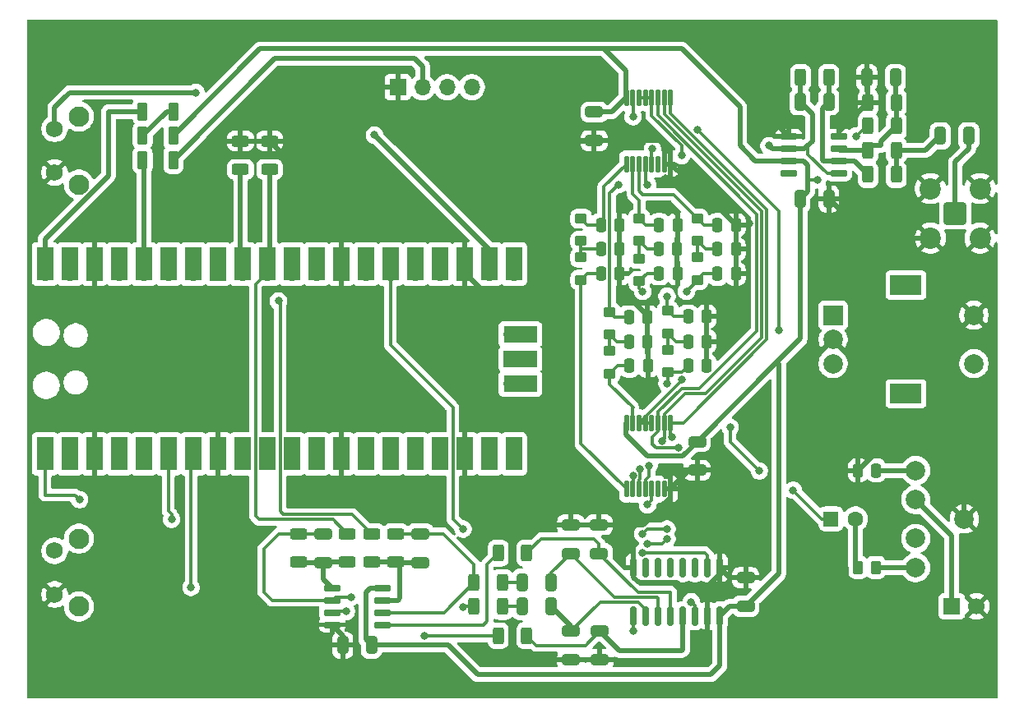
<source format=gbr>
G04 #@! TF.GenerationSoftware,KiCad,Pcbnew,9.0.6*
G04 #@! TF.CreationDate,2025-12-21T12:29:52+08:00*
G04 #@! TF.ProjectId,pico_rx,7069636f-5f72-4782-9e6b-696361645f70,rev?*
G04 #@! TF.SameCoordinates,Original*
G04 #@! TF.FileFunction,Copper,L1,Top*
G04 #@! TF.FilePolarity,Positive*
%FSLAX46Y46*%
G04 Gerber Fmt 4.6, Leading zero omitted, Abs format (unit mm)*
G04 Created by KiCad (PCBNEW 9.0.6) date 2025-12-21 12:29:52*
%MOMM*%
%LPD*%
G01*
G04 APERTURE LIST*
G04 Aperture macros list*
%AMRoundRect*
0 Rectangle with rounded corners*
0 $1 Rounding radius*
0 $2 $3 $4 $5 $6 $7 $8 $9 X,Y pos of 4 corners*
0 Add a 4 corners polygon primitive as box body*
4,1,4,$2,$3,$4,$5,$6,$7,$8,$9,$2,$3,0*
0 Add four circle primitives for the rounded corners*
1,1,$1+$1,$2,$3*
1,1,$1+$1,$4,$5*
1,1,$1+$1,$6,$7*
1,1,$1+$1,$8,$9*
0 Add four rect primitives between the rounded corners*
20,1,$1+$1,$2,$3,$4,$5,0*
20,1,$1+$1,$4,$5,$6,$7,0*
20,1,$1+$1,$6,$7,$8,$9,0*
20,1,$1+$1,$8,$9,$2,$3,0*%
G04 Aperture macros list end*
G04 #@! TA.AperFunction,SMDPad,CuDef*
%ADD10RoundRect,0.250000X-0.312500X-0.625000X0.312500X-0.625000X0.312500X0.625000X-0.312500X0.625000X0*%
G04 #@! TD*
G04 #@! TA.AperFunction,SMDPad,CuDef*
%ADD11RoundRect,0.250000X-0.275000X-0.700000X0.275000X-0.700000X0.275000X0.700000X-0.275000X0.700000X0*%
G04 #@! TD*
G04 #@! TA.AperFunction,SMDPad,CuDef*
%ADD12RoundRect,0.250000X0.350000X-0.275000X0.350000X0.275000X-0.350000X0.275000X-0.350000X-0.275000X0*%
G04 #@! TD*
G04 #@! TA.AperFunction,SMDPad,CuDef*
%ADD13RoundRect,0.250000X-0.325000X-0.650000X0.325000X-0.650000X0.325000X0.650000X-0.325000X0.650000X0*%
G04 #@! TD*
G04 #@! TA.AperFunction,SMDPad,CuDef*
%ADD14RoundRect,0.250000X0.312500X0.625000X-0.312500X0.625000X-0.312500X-0.625000X0.312500X-0.625000X0*%
G04 #@! TD*
G04 #@! TA.AperFunction,SMDPad,CuDef*
%ADD15RoundRect,0.250000X-0.650000X0.325000X-0.650000X-0.325000X0.650000X-0.325000X0.650000X0.325000X0*%
G04 #@! TD*
G04 #@! TA.AperFunction,SMDPad,CuDef*
%ADD16RoundRect,0.250000X0.250000X0.475000X-0.250000X0.475000X-0.250000X-0.475000X0.250000X-0.475000X0*%
G04 #@! TD*
G04 #@! TA.AperFunction,SMDPad,CuDef*
%ADD17RoundRect,0.250000X0.325000X0.650000X-0.325000X0.650000X-0.325000X-0.650000X0.325000X-0.650000X0*%
G04 #@! TD*
G04 #@! TA.AperFunction,SMDPad,CuDef*
%ADD18RoundRect,0.250000X-0.625000X0.312500X-0.625000X-0.312500X0.625000X-0.312500X0.625000X0.312500X0*%
G04 #@! TD*
G04 #@! TA.AperFunction,ComponentPad*
%ADD19C,2.000000*%
G04 #@! TD*
G04 #@! TA.AperFunction,SMDPad,CuDef*
%ADD20RoundRect,0.125000X0.125000X-0.762500X0.125000X0.762500X-0.125000X0.762500X-0.125000X-0.762500X0*%
G04 #@! TD*
G04 #@! TA.AperFunction,ComponentPad*
%ADD21R,1.700000X1.700000*%
G04 #@! TD*
G04 #@! TA.AperFunction,ComponentPad*
%ADD22O,1.700000X1.700000*%
G04 #@! TD*
G04 #@! TA.AperFunction,SMDPad,CuDef*
%ADD23RoundRect,0.250000X0.650000X-0.325000X0.650000X0.325000X-0.650000X0.325000X-0.650000X-0.325000X0*%
G04 #@! TD*
G04 #@! TA.AperFunction,SMDPad,CuDef*
%ADD24RoundRect,0.150000X-0.150000X0.825000X-0.150000X-0.825000X0.150000X-0.825000X0.150000X0.825000X0*%
G04 #@! TD*
G04 #@! TA.AperFunction,ComponentPad*
%ADD25C,6.400000*%
G04 #@! TD*
G04 #@! TA.AperFunction,ComponentPad*
%ADD26C,2.100000*%
G04 #@! TD*
G04 #@! TA.AperFunction,ComponentPad*
%ADD27C,1.750000*%
G04 #@! TD*
G04 #@! TA.AperFunction,SMDPad,CuDef*
%ADD28R,1.700000X3.500000*%
G04 #@! TD*
G04 #@! TA.AperFunction,SMDPad,CuDef*
%ADD29R,3.500000X1.700000*%
G04 #@! TD*
G04 #@! TA.AperFunction,ComponentPad*
%ADD30RoundRect,0.200100X-0.949900X0.949900X-0.949900X-0.949900X0.949900X-0.949900X0.949900X0.949900X0*%
G04 #@! TD*
G04 #@! TA.AperFunction,ComponentPad*
%ADD31C,2.200000*%
G04 #@! TD*
G04 #@! TA.AperFunction,SMDPad,CuDef*
%ADD32RoundRect,0.150000X0.725000X0.150000X-0.725000X0.150000X-0.725000X-0.150000X0.725000X-0.150000X0*%
G04 #@! TD*
G04 #@! TA.AperFunction,SMDPad,CuDef*
%ADD33RoundRect,0.250000X-0.262500X-0.450000X0.262500X-0.450000X0.262500X0.450000X-0.262500X0.450000X0*%
G04 #@! TD*
G04 #@! TA.AperFunction,ComponentPad*
%ADD34RoundRect,0.250000X-0.550000X-0.550000X0.550000X-0.550000X0.550000X0.550000X-0.550000X0.550000X0*%
G04 #@! TD*
G04 #@! TA.AperFunction,ComponentPad*
%ADD35C,1.600000*%
G04 #@! TD*
G04 #@! TA.AperFunction,ComponentPad*
%ADD36R,2.000000X2.000000*%
G04 #@! TD*
G04 #@! TA.AperFunction,ComponentPad*
%ADD37R,3.200000X2.000000*%
G04 #@! TD*
G04 #@! TA.AperFunction,ComponentPad*
%ADD38C,1.700000*%
G04 #@! TD*
G04 #@! TA.AperFunction,SMDPad,CuDef*
%ADD39RoundRect,0.150000X-0.725000X-0.150000X0.725000X-0.150000X0.725000X0.150000X-0.725000X0.150000X0*%
G04 #@! TD*
G04 #@! TA.AperFunction,ViaPad*
%ADD40C,0.800000*%
G04 #@! TD*
G04 #@! TA.AperFunction,Conductor*
%ADD41C,0.300000*%
G04 #@! TD*
G04 #@! TA.AperFunction,Conductor*
%ADD42C,0.500000*%
G04 #@! TD*
G04 APERTURE END LIST*
D10*
X127062500Y-139485000D03*
X124137500Y-139485000D03*
D11*
X93175000Y-88460000D03*
X90025000Y-88460000D03*
D12*
X147150000Y-105810000D03*
X147150000Y-103510000D03*
D13*
X129125000Y-136985000D03*
X132075000Y-136985000D03*
D14*
X167612500Y-94960000D03*
X164687500Y-94960000D03*
D15*
X136500000Y-88525000D03*
X136500000Y-91475000D03*
D16*
X139100000Y-105160000D03*
X137200000Y-105160000D03*
D17*
X160650000Y-87460000D03*
X157700000Y-87460000D03*
D16*
X139100000Y-100160000D03*
X137200000Y-100160000D03*
D11*
X90025000Y-93460000D03*
X93175000Y-93460000D03*
D18*
X100100000Y-91497500D03*
X100100000Y-94422500D03*
X113600000Y-131997500D03*
X113600000Y-134922500D03*
D19*
X174600000Y-130460000D03*
X169600000Y-135460000D03*
X169600000Y-132460000D03*
X169600000Y-125460000D03*
X169600000Y-128460000D03*
D16*
X145100000Y-105160000D03*
X143200000Y-105160000D03*
D20*
X139825000Y-93872500D03*
X140475000Y-93872500D03*
X141125000Y-93872500D03*
X141775000Y-93872500D03*
X142425000Y-93872500D03*
X143075000Y-93872500D03*
X143725000Y-93872500D03*
X144375000Y-93872500D03*
X144375000Y-87047500D03*
X143725000Y-87047500D03*
X143075000Y-87047500D03*
X142425000Y-87047500D03*
X141775000Y-87047500D03*
X141125000Y-87047500D03*
X140475000Y-87047500D03*
X139825000Y-87047500D03*
D18*
X116100000Y-131997500D03*
X116100000Y-134922500D03*
X103100000Y-91497500D03*
X103100000Y-94422500D03*
D10*
X164687500Y-89960000D03*
X167612500Y-89960000D03*
D15*
X108600000Y-131985000D03*
X108600000Y-134935000D03*
D16*
X139100000Y-102660000D03*
X137200000Y-102660000D03*
D12*
X138100000Y-111460000D03*
X138100000Y-109160000D03*
D16*
X145100000Y-100160000D03*
X143200000Y-100160000D03*
D21*
X116290000Y-85960000D03*
D22*
X118830000Y-85960000D03*
X121370000Y-85960000D03*
X123910000Y-85960000D03*
D16*
X148100000Y-112160000D03*
X146200000Y-112160000D03*
D23*
X134100000Y-144975000D03*
X134100000Y-142025000D03*
D18*
X111100000Y-131997500D03*
X111100000Y-134922500D03*
D15*
X147100000Y-122485000D03*
X147100000Y-125435000D03*
D17*
X167520000Y-84960000D03*
X164570000Y-84960000D03*
D16*
X142000000Y-112160000D03*
X140100000Y-112160000D03*
D24*
X149450000Y-135485000D03*
X148180000Y-135485000D03*
X146910000Y-135485000D03*
X145640000Y-135485000D03*
X144370000Y-135485000D03*
X143100000Y-135485000D03*
X141830000Y-135485000D03*
X140560000Y-135485000D03*
X140560000Y-140435000D03*
X141830000Y-140435000D03*
X143100000Y-140435000D03*
X144370000Y-140435000D03*
X145640000Y-140435000D03*
X146910000Y-140435000D03*
X148180000Y-140435000D03*
X149450000Y-140435000D03*
D25*
X174600000Y-82460000D03*
D14*
X167612500Y-87540000D03*
X164687500Y-87540000D03*
D12*
X141150000Y-101810000D03*
X141150000Y-99510000D03*
D23*
X137100000Y-144975000D03*
X137100000Y-142025000D03*
D15*
X137000000Y-131050000D03*
X137000000Y-134000000D03*
D26*
X83452500Y-95985000D03*
X83452500Y-88975000D03*
D27*
X80962500Y-94735000D03*
X80962500Y-90235000D03*
D14*
X160662500Y-84960000D03*
X157737500Y-84960000D03*
D10*
X164687500Y-92460000D03*
X167612500Y-92460000D03*
D12*
X147150000Y-101810000D03*
X147150000Y-99510000D03*
D20*
X139825000Y-127372500D03*
X140475000Y-127372500D03*
X141125000Y-127372500D03*
X141775000Y-127372500D03*
X142425000Y-127372500D03*
X143075000Y-127372500D03*
X143725000Y-127372500D03*
X144375000Y-127372500D03*
X144375000Y-120547500D03*
X143725000Y-120547500D03*
X143075000Y-120547500D03*
X142425000Y-120547500D03*
X141775000Y-120547500D03*
X141125000Y-120547500D03*
X140475000Y-120547500D03*
X139825000Y-120547500D03*
D16*
X145050000Y-102660000D03*
X143150000Y-102660000D03*
X142000000Y-109660000D03*
X140100000Y-109660000D03*
D22*
X79970000Y-122850000D03*
D28*
X79970000Y-123750000D03*
D22*
X82510000Y-122850000D03*
D28*
X82510000Y-123750000D03*
D21*
X85050000Y-122850000D03*
D28*
X85050000Y-123750000D03*
D22*
X87590000Y-122850000D03*
D28*
X87590000Y-123750000D03*
D22*
X90130000Y-122850000D03*
D28*
X90130000Y-123750000D03*
D22*
X92670000Y-122850000D03*
D28*
X92670000Y-123750000D03*
D22*
X95210000Y-122850000D03*
D28*
X95210000Y-123750000D03*
D21*
X97750000Y-122850000D03*
D28*
X97750000Y-123750000D03*
D22*
X100290000Y-122850000D03*
D28*
X100290000Y-123750000D03*
D22*
X102830000Y-122850000D03*
D28*
X102830000Y-123750000D03*
D22*
X105370000Y-122850000D03*
D28*
X105370000Y-123750000D03*
D22*
X107910000Y-122850000D03*
D28*
X107910000Y-123750000D03*
D21*
X110450000Y-122850000D03*
D28*
X110450000Y-123750000D03*
D22*
X112990000Y-122850000D03*
D28*
X112990000Y-123750000D03*
D22*
X115530000Y-122850000D03*
D28*
X115530000Y-123750000D03*
D22*
X118070000Y-122850000D03*
D28*
X118070000Y-123750000D03*
D22*
X120610000Y-122850000D03*
D28*
X120610000Y-123750000D03*
D21*
X123150000Y-122850000D03*
D28*
X123150000Y-123750000D03*
D22*
X125690000Y-122850000D03*
D28*
X125690000Y-123750000D03*
D22*
X128230000Y-122850000D03*
D28*
X128230000Y-123750000D03*
D22*
X128230000Y-105070000D03*
D28*
X128230000Y-104170000D03*
D22*
X125690000Y-105070000D03*
D28*
X125690000Y-104170000D03*
D21*
X123150000Y-105070000D03*
D28*
X123150000Y-104170000D03*
D22*
X120610000Y-105070000D03*
D28*
X120610000Y-104170000D03*
D22*
X118070000Y-105070000D03*
D28*
X118070000Y-104170000D03*
D22*
X115530000Y-105070000D03*
D28*
X115530000Y-104170000D03*
D22*
X112990000Y-105070000D03*
D28*
X112990000Y-104170000D03*
D21*
X110450000Y-105070000D03*
D28*
X110450000Y-104170000D03*
D22*
X107910000Y-105070000D03*
D28*
X107910000Y-104170000D03*
D22*
X105370000Y-105070000D03*
D28*
X105370000Y-104170000D03*
D22*
X102830000Y-105070000D03*
D28*
X102830000Y-104170000D03*
D22*
X100290000Y-105070000D03*
D28*
X100290000Y-104170000D03*
D21*
X97750000Y-105070000D03*
D28*
X97750000Y-104170000D03*
D22*
X95210000Y-105070000D03*
D28*
X95210000Y-104170000D03*
D22*
X92670000Y-105070000D03*
D28*
X92670000Y-104170000D03*
D22*
X90130000Y-105070000D03*
D28*
X90130000Y-104170000D03*
D22*
X87590000Y-105070000D03*
D28*
X87590000Y-104170000D03*
D21*
X85050000Y-105070000D03*
D28*
X85050000Y-104170000D03*
D22*
X82510000Y-105070000D03*
D28*
X82510000Y-104170000D03*
D22*
X79970000Y-105070000D03*
D28*
X79970000Y-104170000D03*
D22*
X128000000Y-116500000D03*
D29*
X128900000Y-116500000D03*
D21*
X128000000Y-113960000D03*
D29*
X128900000Y-113960000D03*
D22*
X128000000Y-111420000D03*
D29*
X128900000Y-111420000D03*
D12*
X141150000Y-105960000D03*
X141150000Y-103660000D03*
D16*
X165550000Y-125460000D03*
X163650000Y-125460000D03*
D30*
X173675000Y-98960000D03*
D31*
X176225000Y-96410000D03*
X171125000Y-96410000D03*
X176225000Y-101510000D03*
X171125000Y-101510000D03*
D16*
X151090530Y-105200633D03*
X149190530Y-105200633D03*
D32*
X161675000Y-94865000D03*
X161675000Y-93595000D03*
X161675000Y-92325000D03*
X161675000Y-91055000D03*
X156525000Y-91055000D03*
X156525000Y-92325000D03*
X156525000Y-93595000D03*
X156525000Y-94865000D03*
D33*
X163687500Y-135460000D03*
X165512500Y-135460000D03*
D26*
X83452500Y-139485000D03*
X83452500Y-132475000D03*
D27*
X80962500Y-138235000D03*
X80962500Y-133735000D03*
D17*
X113575000Y-143460000D03*
X110625000Y-143460000D03*
D34*
X160894888Y-130460000D03*
D35*
X163394888Y-130460000D03*
D15*
X134100000Y-131050000D03*
X134100000Y-134000000D03*
D12*
X138100000Y-115460000D03*
X138100000Y-113160000D03*
D16*
X151100000Y-100160000D03*
X149200000Y-100160000D03*
X142050000Y-114660000D03*
X140150000Y-114660000D03*
D10*
X124137500Y-136985000D03*
X127062500Y-136985000D03*
D12*
X144100000Y-111310000D03*
X144100000Y-109010000D03*
D13*
X129125000Y-139485000D03*
X132075000Y-139485000D03*
D25*
X81600000Y-82460000D03*
D13*
X157700000Y-97460000D03*
X160650000Y-97460000D03*
D15*
X118600000Y-131985000D03*
X118600000Y-134935000D03*
D16*
X148070380Y-109580253D03*
X146170380Y-109580253D03*
X151100000Y-102660000D03*
X149200000Y-102660000D03*
D36*
X161100000Y-109460000D03*
D19*
X161100000Y-114460000D03*
X161100000Y-111960000D03*
D37*
X168600000Y-106360000D03*
X168600000Y-117560000D03*
D19*
X175600000Y-114460000D03*
X175600000Y-109460000D03*
D12*
X135150000Y-105810000D03*
X135150000Y-103510000D03*
D21*
X173325000Y-139460000D03*
D38*
X175865000Y-139460000D03*
D12*
X135150000Y-101810000D03*
X135150000Y-99510000D03*
D23*
X152100000Y-139460000D03*
X152100000Y-136510000D03*
D39*
X109525000Y-137555000D03*
X109525000Y-138825000D03*
X109525000Y-140095000D03*
X109525000Y-141365000D03*
X114675000Y-141365000D03*
X114675000Y-140095000D03*
X114675000Y-138825000D03*
X114675000Y-137555000D03*
D12*
X144100000Y-115310000D03*
X144100000Y-113010000D03*
D11*
X90025000Y-90960000D03*
X93175000Y-90960000D03*
D25*
X174600000Y-145460000D03*
D18*
X106100000Y-131997500D03*
X106100000Y-134922500D03*
D13*
X172125000Y-90960000D03*
X175075000Y-90960000D03*
D16*
X148100000Y-114660000D03*
X146200000Y-114660000D03*
D25*
X81600000Y-145460000D03*
D10*
X126637500Y-142485000D03*
X129562500Y-142485000D03*
X126637500Y-133985000D03*
X129562500Y-133985000D03*
D40*
X101000000Y-146500000D03*
X105000000Y-146500000D03*
X108500000Y-146500000D03*
X112000000Y-146500000D03*
X115500000Y-146500000D03*
X119500000Y-146500000D03*
X176500000Y-122000000D03*
X173500000Y-122000000D03*
X170000000Y-122000000D03*
X165000000Y-122000000D03*
X161500000Y-122000000D03*
X163000000Y-105500000D03*
X159000000Y-105500000D03*
X159000000Y-103000000D03*
X163000000Y-103000000D03*
X167000000Y-103000000D03*
X167000000Y-99000000D03*
X176500000Y-93500000D03*
X176000000Y-88000000D03*
X168500000Y-82000000D03*
X163000000Y-82000000D03*
X157500000Y-82000000D03*
X150000000Y-82000000D03*
X133000000Y-87500000D03*
X137500000Y-85500000D03*
X135000000Y-85500000D03*
X131000000Y-94000000D03*
X133500000Y-94000000D03*
X136500000Y-94000000D03*
X149500000Y-108000000D03*
X152000000Y-110000000D03*
X150000000Y-111500000D03*
X133000000Y-118000000D03*
X133000000Y-114500000D03*
X133000000Y-110500000D03*
X133000000Y-106500000D03*
X133000000Y-103000000D03*
X133000000Y-99000000D03*
X123000000Y-110500000D03*
X125500000Y-109000000D03*
X120500000Y-109000000D03*
X123500000Y-107500000D03*
X118000000Y-107500000D03*
X113500000Y-116000000D03*
X106500000Y-116000000D03*
X113500000Y-112000000D03*
X106500000Y-112000000D03*
X125500000Y-120000000D03*
X119000000Y-120000000D03*
X113000000Y-120000000D03*
X106500000Y-120000000D03*
X100000000Y-120000000D03*
X93500000Y-120000000D03*
X86500000Y-120000000D03*
X80000000Y-120000000D03*
X97000000Y-107500000D03*
X92500000Y-107500000D03*
X88000000Y-107500000D03*
X84000000Y-107500000D03*
X80000000Y-107500000D03*
X99500000Y-115000000D03*
X96500000Y-115000000D03*
X93500000Y-115000000D03*
X99500000Y-112500000D03*
X96500000Y-112500000D03*
X93500000Y-112500000D03*
X92000000Y-146000000D03*
X89500000Y-146000000D03*
X87000000Y-146000000D03*
X92000000Y-143000000D03*
X89500000Y-143000000D03*
X87000000Y-143000000D03*
X92000000Y-139500000D03*
X89500000Y-139500000D03*
X87000000Y-139500000D03*
X153500000Y-128000000D03*
X149000000Y-131000000D03*
X153500000Y-131000000D03*
X155500000Y-139500000D03*
X161000000Y-139500000D03*
X167000000Y-139500000D03*
X167000000Y-147000000D03*
X161000000Y-147000000D03*
X155500000Y-147000000D03*
X167000000Y-143000000D03*
X161000000Y-143000000D03*
X155500000Y-143000000D03*
X147134591Y-90365409D03*
X150500000Y-121000000D03*
X155500000Y-111000000D03*
X153500000Y-125500000D03*
X157000000Y-127500000D03*
X123000000Y-131500000D03*
X144000000Y-132500000D03*
X142000000Y-133000000D03*
X95000000Y-137500000D03*
X144000000Y-131500000D03*
X141500000Y-132000000D03*
X93000000Y-130500000D03*
X144500000Y-122000000D03*
X143500000Y-122400000D03*
X145191459Y-123150000D03*
X145500000Y-93000000D03*
X145495794Y-116060000D03*
X142145156Y-124946379D03*
X144000000Y-116500000D03*
X146000000Y-107000000D03*
X141207108Y-125292892D03*
X141500000Y-107000000D03*
X140500000Y-126000000D03*
X152500000Y-100000000D03*
X159500000Y-95500000D03*
X163500000Y-91000000D03*
X140500000Y-89000000D03*
X139000000Y-96000000D03*
X144000000Y-107500000D03*
X142000000Y-96000000D03*
X145500000Y-96000000D03*
X139500000Y-98500000D03*
X144500000Y-98500000D03*
X142500000Y-92325000D03*
X154500000Y-92000000D03*
X140500000Y-142000000D03*
X142000000Y-129000000D03*
X83530331Y-128469669D03*
X141489094Y-133933488D03*
X146500000Y-139000000D03*
X152000000Y-135000000D03*
X131000000Y-145000000D03*
X104000000Y-108000000D03*
X111500000Y-138500000D03*
X123000000Y-139500000D03*
X111000000Y-140000000D03*
X119000000Y-142500000D03*
X113898959Y-90898959D03*
X95500000Y-86500000D03*
D41*
X153500000Y-125500000D02*
X150500000Y-122500000D01*
X155500000Y-98730818D02*
X147134591Y-90365409D01*
X159960000Y-130460000D02*
X157000000Y-127500000D01*
X160894888Y-130460000D02*
X159960000Y-130460000D01*
X155500000Y-111000000D02*
X155500000Y-98730818D01*
X150500000Y-122500000D02*
X150500000Y-121000000D01*
X121949000Y-130449000D02*
X121949000Y-118949000D01*
X123000000Y-131500000D02*
X121949000Y-130449000D01*
X121949000Y-118949000D02*
X115530000Y-112530000D01*
X115530000Y-112530000D02*
X115530000Y-105070000D01*
X144000000Y-132500000D02*
X143500000Y-133000000D01*
X143500000Y-133000000D02*
X141911437Y-133000000D01*
X95000000Y-137500000D02*
X95000000Y-123060000D01*
X95000000Y-123060000D02*
X95210000Y-122850000D01*
X144375000Y-121875000D02*
X144500000Y-122000000D01*
X144375000Y-120547500D02*
X144375000Y-121875000D01*
X144000000Y-131500000D02*
X142000000Y-131500000D01*
X92670000Y-129670000D02*
X92670000Y-122850000D01*
X142000000Y-131500000D02*
X141500000Y-132000000D01*
X93000000Y-130500000D02*
X93000000Y-130000000D01*
X93000000Y-130000000D02*
X92670000Y-129670000D01*
X143725000Y-120547500D02*
X143725000Y-122175000D01*
X143725000Y-122175000D02*
X143500000Y-122400000D01*
X143075000Y-121461630D02*
X143075000Y-120547500D01*
X142501630Y-122035000D02*
X143075000Y-121461630D01*
X142501630Y-122755474D02*
X142501630Y-122035000D01*
X145191459Y-123150000D02*
X142896156Y-123150000D01*
X142896156Y-123150000D02*
X142501630Y-122755474D01*
D42*
X147100000Y-122485000D02*
X145585000Y-124000000D01*
X145585000Y-124000000D02*
X142000000Y-124000000D01*
X142000000Y-124000000D02*
X139774000Y-121774000D01*
X139774000Y-121774000D02*
X139774000Y-120547500D01*
D41*
X144375000Y-87047500D02*
X144375000Y-88666479D01*
X145661021Y-120547500D02*
X144375000Y-120547500D01*
X144375000Y-88666479D02*
X154253000Y-98544479D01*
X154253000Y-98544479D02*
X154253000Y-111955521D01*
X154253000Y-111955521D02*
X145661021Y-120547500D01*
X143725000Y-120547500D02*
X143725000Y-119633370D01*
X143725000Y-119633370D02*
X145858370Y-117500000D01*
X145858370Y-117500000D02*
X148000000Y-117500000D01*
X148000000Y-117500000D02*
X153752000Y-111748000D01*
X153752000Y-111748000D02*
X153752000Y-98752000D01*
X153752000Y-98752000D02*
X143725000Y-88725000D01*
X143725000Y-88725000D02*
X143725000Y-87047500D01*
X143075000Y-87047500D02*
X143075000Y-88866480D01*
X145499999Y-117000000D02*
X143075000Y-119424999D01*
X143075000Y-88866480D02*
X153251000Y-99042480D01*
X153251000Y-99042480D02*
X153251000Y-111090870D01*
X153251000Y-111090870D02*
X147341870Y-117000000D01*
X147341870Y-117000000D02*
X145499999Y-117000000D01*
X143075000Y-119424999D02*
X143075000Y-120547500D01*
X145495794Y-116060000D02*
X145495794Y-116176706D01*
X145495794Y-116176706D02*
X141125000Y-120547500D01*
X145500000Y-92000000D02*
X142425000Y-88925000D01*
X145500000Y-93000000D02*
X145500000Y-92000000D01*
X142425000Y-88925000D02*
X142425000Y-87047500D01*
X141775000Y-126458370D02*
X141775000Y-127372500D01*
X144100000Y-116400000D02*
X144000000Y-116500000D01*
X144100000Y-115310000D02*
X144100000Y-116400000D01*
X142145156Y-124946379D02*
X142145156Y-126088214D01*
X142145156Y-126088214D02*
X141775000Y-126458370D01*
X147150000Y-105850000D02*
X146000000Y-107000000D01*
X147150000Y-105810000D02*
X147150000Y-105850000D01*
X141207108Y-125292892D02*
X141251000Y-125336784D01*
X141251000Y-125336784D02*
X141251000Y-126332370D01*
X141251000Y-126332370D02*
X141125000Y-126458370D01*
X141125000Y-126458370D02*
X141125000Y-127372500D01*
X141150000Y-106650000D02*
X141500000Y-107000000D01*
X140500000Y-127347500D02*
X140475000Y-127372500D01*
X141150000Y-105960000D02*
X141150000Y-106650000D01*
X140500000Y-126000000D02*
X140500000Y-127347500D01*
X138100000Y-116600000D02*
X140500000Y-119000000D01*
X138100000Y-115460000D02*
X138100000Y-116600000D01*
X140500000Y-119000000D02*
X140475000Y-119025000D01*
X140475000Y-119025000D02*
X140475000Y-120547500D01*
X135150000Y-105810000D02*
X135150000Y-122697500D01*
X135150000Y-122697500D02*
X139825000Y-127372500D01*
D42*
X152340000Y-100160000D02*
X152500000Y-100000000D01*
X151100000Y-100160000D02*
X152340000Y-100160000D01*
D41*
X164687500Y-89960000D02*
X164540000Y-89960000D01*
X164540000Y-89960000D02*
X163500000Y-91000000D01*
D42*
X158500000Y-96660000D02*
X158500000Y-95500000D01*
D41*
X159500000Y-95500000D02*
X158500000Y-95500000D01*
D42*
X159000000Y-91500000D02*
X158500000Y-92000000D01*
D41*
X161675000Y-94865000D02*
X160515058Y-94865000D01*
X160515058Y-94865000D02*
X158500000Y-92849942D01*
X158500000Y-92849942D02*
X158500000Y-92000000D01*
X142425000Y-120547500D02*
X141775000Y-120547500D01*
X141125000Y-120547500D02*
X141775000Y-120547500D01*
X141125000Y-87047500D02*
X141775000Y-87047500D01*
X142425000Y-87047500D02*
X141775000Y-87047500D01*
X138100000Y-96900000D02*
X139000000Y-96000000D01*
X138100000Y-109160000D02*
X138100000Y-96900000D01*
X140500000Y-89000000D02*
X140500000Y-87072500D01*
X140500000Y-87072500D02*
X140475000Y-87047500D01*
X144000000Y-107500000D02*
X144000000Y-108910000D01*
X141775000Y-93872500D02*
X141775000Y-95775000D01*
X141775000Y-95775000D02*
X142000000Y-96000000D01*
X144000000Y-108910000D02*
X144100000Y-109010000D01*
D42*
X145970000Y-95030000D02*
X145537500Y-94597500D01*
X145500000Y-96000000D02*
X145970000Y-95530000D01*
X145970000Y-95530000D02*
X145970000Y-95030000D01*
X139100000Y-98900000D02*
X139500000Y-98500000D01*
X139100000Y-100160000D02*
X139100000Y-98900000D01*
X144500000Y-98500000D02*
X145100000Y-99100000D01*
X145100000Y-99100000D02*
X145100000Y-100160000D01*
D41*
X142500000Y-92325000D02*
X142425000Y-92400000D01*
X142425000Y-92400000D02*
X142425000Y-93872500D01*
D42*
X156525000Y-92325000D02*
X154825000Y-92325000D01*
X154825000Y-92325000D02*
X154500000Y-92000000D01*
D41*
X144640000Y-97000000D02*
X141500000Y-97000000D01*
X147150000Y-99510000D02*
X144640000Y-97000000D01*
X141500000Y-97000000D02*
X141125000Y-96625000D01*
X141125000Y-96625000D02*
X141125000Y-93872500D01*
X139825000Y-93872500D02*
X137500000Y-96197500D01*
X137500000Y-99860000D02*
X137200000Y-100160000D01*
X137500000Y-96197500D02*
X137500000Y-99860000D01*
X141150000Y-99510000D02*
X141150000Y-97650000D01*
X141150000Y-97650000D02*
X140475000Y-96975000D01*
X140475000Y-96975000D02*
X140475000Y-93872500D01*
X137200000Y-105160000D02*
X135800000Y-105160000D01*
X135800000Y-105160000D02*
X135150000Y-105810000D01*
X140100000Y-109660000D02*
X138600000Y-109660000D01*
X138600000Y-109660000D02*
X138100000Y-109160000D01*
X138100000Y-111460000D02*
X138100000Y-113160000D01*
X140100000Y-112160000D02*
X138800000Y-112160000D01*
X138800000Y-112160000D02*
X138100000Y-111460000D01*
X140150000Y-114660000D02*
X138900000Y-114660000D01*
X138900000Y-114660000D02*
X138100000Y-115460000D01*
D42*
X142000000Y-109660000D02*
X142000000Y-109500000D01*
X142000000Y-109500000D02*
X139100000Y-106600000D01*
X139100000Y-106600000D02*
X139100000Y-105160000D01*
X142050000Y-114660000D02*
X142050000Y-112210000D01*
X142050000Y-112210000D02*
X142000000Y-112160000D01*
X142000000Y-109660000D02*
X142000000Y-112160000D01*
D41*
X146170380Y-109580253D02*
X144670253Y-109580253D01*
X144670253Y-109580253D02*
X144100000Y-109010000D01*
X149190530Y-105200633D02*
X147759367Y-105200633D01*
X147759367Y-105200633D02*
X147150000Y-105810000D01*
X147150000Y-103510000D02*
X147150000Y-101810000D01*
X149200000Y-102660000D02*
X148000000Y-102660000D01*
X148000000Y-102660000D02*
X147150000Y-101810000D01*
X149200000Y-100160000D02*
X147800000Y-100160000D01*
X147800000Y-100160000D02*
X147150000Y-99510000D01*
D42*
X151100000Y-100160000D02*
X145970000Y-95030000D01*
X145537500Y-94597500D02*
X145100000Y-94597500D01*
X148070380Y-109580253D02*
X150919747Y-109580253D01*
X150919747Y-109580253D02*
X151090530Y-109409470D01*
X151090530Y-109409470D02*
X151090530Y-105200633D01*
X148100000Y-112160000D02*
X148100000Y-109609873D01*
X148100000Y-109609873D02*
X148070380Y-109580253D01*
X151100000Y-100160000D02*
X151100000Y-102660000D01*
X151090530Y-105200633D02*
X151090530Y-102669470D01*
X151090530Y-102669470D02*
X151100000Y-102660000D01*
D41*
X144100000Y-115310000D02*
X145550000Y-115310000D01*
X145550000Y-115310000D02*
X146200000Y-114660000D01*
X144100000Y-113010000D02*
X144100000Y-111310000D01*
X146200000Y-112160000D02*
X144950000Y-112160000D01*
X144950000Y-112160000D02*
X144100000Y-111310000D01*
D42*
X123150000Y-105070000D02*
X126080000Y-108000000D01*
X126080000Y-108000000D02*
X129000000Y-108000000D01*
X129000000Y-108000000D02*
X130000000Y-107000000D01*
X130000000Y-107000000D02*
X130000000Y-91500000D01*
X130000000Y-91500000D02*
X136475000Y-91500000D01*
X136475000Y-91500000D02*
X136500000Y-91475000D01*
X148100000Y-114660000D02*
X148100000Y-112160000D01*
X139100000Y-104000000D02*
X139100000Y-105160000D01*
X140150000Y-112210000D02*
X140100000Y-112160000D01*
D41*
X137200000Y-100160000D02*
X135800000Y-100160000D01*
X135800000Y-100160000D02*
X135150000Y-99510000D01*
X143200000Y-100160000D02*
X141800000Y-100160000D01*
X141800000Y-100160000D02*
X141150000Y-99510000D01*
X143200000Y-105160000D02*
X141950000Y-105160000D01*
X141950000Y-105160000D02*
X141150000Y-105960000D01*
X141150000Y-103660000D02*
X141150000Y-101810000D01*
X143150000Y-102660000D02*
X142000000Y-102660000D01*
X142000000Y-102660000D02*
X141150000Y-101810000D01*
X135150000Y-101810000D02*
X135150000Y-102500000D01*
X137200000Y-102660000D02*
X135310000Y-102660000D01*
X135310000Y-102660000D02*
X135150000Y-102500000D01*
X135150000Y-102500000D02*
X135150000Y-103510000D01*
X148180000Y-134180000D02*
X148180000Y-135485000D01*
X141489094Y-133933488D02*
X147933488Y-133933488D01*
X147933488Y-133933488D02*
X148180000Y-134180000D01*
X140560000Y-140435000D02*
X140560000Y-141940000D01*
X140560000Y-141940000D02*
X140500000Y-142000000D01*
X142000000Y-129000000D02*
X142425000Y-128575000D01*
X142425000Y-128575000D02*
X142425000Y-127372500D01*
X83530331Y-128469669D02*
X83060662Y-128000000D01*
X83060662Y-128000000D02*
X80000000Y-128000000D01*
X80000000Y-128000000D02*
X79970000Y-127970000D01*
X79970000Y-127970000D02*
X79970000Y-122850000D01*
X109525000Y-141365000D02*
X100865000Y-141365000D01*
X100865000Y-141365000D02*
X97750000Y-138250000D01*
X97750000Y-138250000D02*
X97750000Y-122850000D01*
X146910000Y-139410000D02*
X146500000Y-139000000D01*
X146910000Y-140435000D02*
X146910000Y-139410000D01*
X138600000Y-138500000D02*
X143000000Y-138500000D01*
X134100000Y-134000000D02*
X138600000Y-138500000D01*
X143000000Y-138500000D02*
X143100000Y-138600000D01*
X143100000Y-138600000D02*
X143100000Y-140435000D01*
X137000000Y-134000000D02*
X141000000Y-138000000D01*
X141000000Y-138000000D02*
X144370000Y-138000000D01*
X144370000Y-138000000D02*
X144370000Y-140435000D01*
D42*
X140560000Y-135485000D02*
X140560000Y-136459999D01*
X140560000Y-136459999D02*
X141100001Y-137000000D01*
X141100001Y-137000000D02*
X145000000Y-137000000D01*
X145000000Y-137000000D02*
X145500000Y-137500000D01*
X145500000Y-137500000D02*
X148180000Y-137500000D01*
D41*
X131047500Y-132500000D02*
X136500000Y-132500000D01*
X129562500Y-133985000D02*
X131047500Y-132500000D01*
X136500000Y-132500000D02*
X137000000Y-133000000D01*
X137000000Y-133000000D02*
X137000000Y-134000000D01*
D42*
X152100000Y-135100000D02*
X152000000Y-135000000D01*
X152100000Y-136510000D02*
X152100000Y-135100000D01*
X137000000Y-131050000D02*
X141584999Y-131050000D01*
X141584999Y-131050000D02*
X144375000Y-128259999D01*
X144375000Y-128259999D02*
X144375000Y-127372500D01*
X140560000Y-135485000D02*
X140560000Y-132560000D01*
X140560000Y-132560000D02*
X139050000Y-131050000D01*
X139050000Y-131050000D02*
X137000000Y-131050000D01*
D41*
X131025000Y-144975000D02*
X131000000Y-145000000D01*
X134100000Y-144975000D02*
X131025000Y-144975000D01*
X134100000Y-142025000D02*
X137125000Y-139000000D01*
X137125000Y-139000000D02*
X141000000Y-139000000D01*
X141000000Y-139000000D02*
X141830000Y-139830000D01*
X141830000Y-139830000D02*
X141830000Y-140435000D01*
X134100000Y-134000000D02*
X132075000Y-136025000D01*
X132075000Y-136025000D02*
X132075000Y-136985000D01*
X104169000Y-108169000D02*
X104000000Y-108000000D01*
X104500000Y-130000000D02*
X104169000Y-129669000D01*
X113600000Y-131997500D02*
X111602500Y-130000000D01*
X104169000Y-129669000D02*
X104169000Y-108169000D01*
X111602500Y-130000000D02*
X104500000Y-130000000D01*
X109602500Y-130500000D02*
X102000000Y-130500000D01*
X111100000Y-131997500D02*
X109602500Y-130500000D01*
X102000000Y-130500000D02*
X101629000Y-130129000D01*
X101629000Y-130129000D02*
X101629000Y-106271000D01*
X101629000Y-106271000D02*
X102830000Y-105070000D01*
X106100000Y-131997500D02*
X104002500Y-131997500D01*
X104002500Y-131997500D02*
X102500000Y-133500000D01*
X102500000Y-133500000D02*
X102500000Y-138000000D01*
X102500000Y-138000000D02*
X103325000Y-138825000D01*
X103325000Y-138825000D02*
X109525000Y-138825000D01*
X106100000Y-131997500D02*
X108587500Y-131997500D01*
X108587500Y-131997500D02*
X108600000Y-131985000D01*
X124137500Y-139485000D02*
X123015000Y-139485000D01*
X123015000Y-139485000D02*
X123000000Y-139500000D01*
X111500000Y-138500000D02*
X109850000Y-138500000D01*
X109850000Y-138500000D02*
X109525000Y-138825000D01*
X125135000Y-141365000D02*
X125500000Y-141000000D01*
X114675000Y-141365000D02*
X125135000Y-141365000D01*
X125500000Y-141000000D02*
X125500000Y-135122500D01*
X125500000Y-135122500D02*
X126637500Y-133985000D01*
X119000000Y-142500000D02*
X126622500Y-142500000D01*
X126622500Y-142500000D02*
X126637500Y-142485000D01*
X111000000Y-140000000D02*
X109620000Y-140000000D01*
X109620000Y-140000000D02*
X109525000Y-140095000D01*
X129562500Y-142485000D02*
X130577500Y-143500000D01*
X130577500Y-143500000D02*
X135625000Y-143500000D01*
X135625000Y-143500000D02*
X137100000Y-142025000D01*
X124137500Y-136985000D02*
X121027500Y-140095000D01*
X121027500Y-140095000D02*
X114675000Y-140095000D01*
X116100000Y-131997500D02*
X118587500Y-131997500D01*
X118587500Y-131997500D02*
X118600000Y-131985000D01*
X124137500Y-136985000D02*
X124137500Y-135137500D01*
X124137500Y-135137500D02*
X120985000Y-131985000D01*
X120985000Y-131985000D02*
X118600000Y-131985000D01*
X129125000Y-139485000D02*
X127062500Y-139485000D01*
X129125000Y-136985000D02*
X127062500Y-136985000D01*
D42*
X103100000Y-91497500D02*
X110450000Y-98847500D01*
X110450000Y-98847500D02*
X110450000Y-105070000D01*
X113898959Y-90898959D02*
X125690000Y-102690000D01*
X80962500Y-88037500D02*
X82000000Y-87000000D01*
X80962500Y-90235000D02*
X80962500Y-88037500D01*
X82000000Y-87000000D02*
X82500000Y-86500000D01*
X82500000Y-86500000D02*
X95500000Y-86500000D01*
X125690000Y-102690000D02*
X125690000Y-105070000D01*
X103100000Y-94422500D02*
X103100000Y-104800000D01*
X103100000Y-104800000D02*
X102830000Y-105070000D01*
X100100000Y-94422500D02*
X100100000Y-104880000D01*
X100100000Y-104880000D02*
X100290000Y-105070000D01*
X100100000Y-91497500D02*
X103100000Y-91497500D01*
X116100000Y-134922500D02*
X116500000Y-135322500D01*
X116500000Y-135322500D02*
X116500000Y-138650000D01*
X116325000Y-138825000D02*
X114675000Y-138825000D01*
X116500000Y-138650000D02*
X116325000Y-138825000D01*
X108600000Y-134935000D02*
X108600000Y-136630000D01*
X108600000Y-136630000D02*
X109525000Y-137555000D01*
X108600000Y-134935000D02*
X106112500Y-134935000D01*
X106112500Y-134935000D02*
X106100000Y-134922500D01*
X111100000Y-134922500D02*
X108612500Y-134922500D01*
X108612500Y-134922500D02*
X108600000Y-134935000D01*
X116100000Y-134922500D02*
X113600000Y-134922500D01*
X118600000Y-134935000D02*
X116112500Y-134935000D01*
X116112500Y-134935000D02*
X116100000Y-134922500D01*
X137100000Y-142025000D02*
X139075000Y-144000000D01*
X139075000Y-144000000D02*
X145500000Y-144000000D01*
X145500000Y-144000000D02*
X145640000Y-143860000D01*
X145640000Y-143860000D02*
X145640000Y-140435000D01*
X134100000Y-142025000D02*
X134100000Y-141510000D01*
X134100000Y-141510000D02*
X132075000Y-139485000D01*
X163650000Y-125460000D02*
X165610000Y-123500000D01*
X165610000Y-123500000D02*
X173500000Y-123500000D01*
X173500000Y-123500000D02*
X174600000Y-124600000D01*
X174600000Y-124600000D02*
X174600000Y-130460000D01*
X163394888Y-130460000D02*
X163394888Y-135167388D01*
X163394888Y-135167388D02*
X163687500Y-135460000D01*
X169600000Y-125460000D02*
X165550000Y-125460000D01*
X169600000Y-128460000D02*
X173325000Y-132185000D01*
X173325000Y-132185000D02*
X173325000Y-139460000D01*
X169600000Y-135460000D02*
X165512500Y-135460000D01*
X113575000Y-143460000D02*
X121460000Y-143460000D01*
X149450000Y-145550000D02*
X149450000Y-140435000D01*
X121460000Y-143460000D02*
X124500000Y-146500000D01*
X124500000Y-146500000D02*
X148500000Y-146500000D01*
X148500000Y-146500000D02*
X149450000Y-145550000D01*
X110625000Y-143460000D02*
X110625000Y-142465000D01*
X110625000Y-142465000D02*
X109525000Y-141365000D01*
X113575000Y-143460000D02*
X113000000Y-142885000D01*
X113000000Y-142885000D02*
X113000000Y-138000000D01*
X113000000Y-138000000D02*
X113445000Y-137555000D01*
X113445000Y-137555000D02*
X114675000Y-137555000D01*
X134100000Y-131050000D02*
X126550000Y-131050000D01*
X126550000Y-131050000D02*
X123150000Y-127650000D01*
X123150000Y-127650000D02*
X123150000Y-122850000D01*
X137000000Y-131050000D02*
X134100000Y-131050000D01*
X137100000Y-144975000D02*
X134100000Y-144975000D01*
X152100000Y-139460000D02*
X155500000Y-136060000D01*
X155500000Y-136060000D02*
X155500000Y-114500000D01*
X155500000Y-114500000D02*
X155292500Y-114292500D01*
X155292500Y-114292500D02*
X147100000Y-122485000D01*
X148180000Y-137403292D02*
X148180000Y-137500000D01*
X149450000Y-135485000D02*
X149450000Y-136133292D01*
X149450000Y-136133292D02*
X148180000Y-137403292D01*
X148180000Y-137500000D02*
X148180000Y-140435000D01*
X152100000Y-136510000D02*
X150475000Y-136510000D01*
X150475000Y-136510000D02*
X149450000Y-135485000D01*
X152100000Y-139460000D02*
X150425000Y-139460000D01*
X150425000Y-139460000D02*
X149450000Y-140435000D01*
X144375000Y-127372500D02*
X143776000Y-127372500D01*
X147100000Y-125435000D02*
X146312500Y-125435000D01*
X146312500Y-125435000D02*
X144375000Y-127372500D01*
X157700000Y-97460000D02*
X157700000Y-111885000D01*
X157700000Y-111885000D02*
X155292500Y-114292500D01*
X145100000Y-94597500D02*
X144375000Y-93872500D01*
X139100000Y-105160000D02*
X139100000Y-102660000D01*
X139100000Y-100160000D02*
X139100000Y-102660000D01*
X145050000Y-102660000D02*
X145050000Y-105110000D01*
X145050000Y-105110000D02*
X145100000Y-105160000D01*
X145100000Y-100160000D02*
X145100000Y-102610000D01*
X145100000Y-102610000D02*
X145050000Y-102660000D01*
X153500000Y-88030000D02*
X153500000Y-79500000D01*
X156525000Y-91055000D02*
X153500000Y-88030000D01*
X153500000Y-79500000D02*
X165000000Y-79500000D01*
X161675000Y-91055000D02*
X161675000Y-90552500D01*
X161675000Y-90552500D02*
X164687500Y-87540000D01*
X160650000Y-97460000D02*
X164700000Y-101510000D01*
X164700000Y-101510000D02*
X171125000Y-101510000D01*
X175075000Y-90960000D02*
X175075000Y-92275000D01*
X175075000Y-92275000D02*
X173675000Y-93675000D01*
X173675000Y-93675000D02*
X173675000Y-98960000D01*
X167612500Y-92460000D02*
X167612500Y-94960000D01*
X172125000Y-90960000D02*
X170625000Y-92460000D01*
X170625000Y-92460000D02*
X167612500Y-92460000D01*
X165000000Y-79500000D02*
X171000000Y-79500000D01*
X164570000Y-84960000D02*
X164570000Y-79930000D01*
X164570000Y-79930000D02*
X165000000Y-79500000D01*
X171000000Y-79500000D02*
X173960000Y-82460000D01*
X173960000Y-82460000D02*
X174600000Y-82460000D01*
X164687500Y-87540000D02*
X164687500Y-85077500D01*
X164687500Y-85077500D02*
X164570000Y-84960000D01*
X160000000Y-88110000D02*
X160000000Y-93500000D01*
X160650000Y-87460000D02*
X160000000Y-88110000D01*
X160095000Y-93595000D02*
X161675000Y-93595000D01*
X160000000Y-93500000D02*
X160095000Y-93595000D01*
X160662500Y-84960000D02*
X160662500Y-87447500D01*
X160662500Y-87447500D02*
X160650000Y-87460000D01*
X157700000Y-87460000D02*
X159000000Y-88760000D01*
X159000000Y-88760000D02*
X159000000Y-91500000D01*
X158500000Y-92000000D02*
X158175000Y-92325000D01*
X158175000Y-92325000D02*
X156525000Y-92325000D01*
X157737500Y-84960000D02*
X157737500Y-87422500D01*
X157737500Y-87422500D02*
X157700000Y-87460000D01*
X164687500Y-94960000D02*
X163322500Y-93595000D01*
X163322500Y-93595000D02*
X161675000Y-93595000D01*
X164687500Y-92460000D02*
X161810000Y-92460000D01*
X161810000Y-92460000D02*
X161675000Y-92325000D01*
X166000000Y-91572500D02*
X166000000Y-92000000D01*
X165147500Y-92000000D02*
X164687500Y-92460000D01*
X167612500Y-89960000D02*
X166000000Y-91572500D01*
X166000000Y-92000000D02*
X165147500Y-92000000D01*
X167612500Y-89960000D02*
X167612500Y-87540000D01*
X167520000Y-84960000D02*
X167520000Y-87447500D01*
X167520000Y-87447500D02*
X167612500Y-87540000D01*
X151500000Y-88000000D02*
X145500000Y-82000000D01*
X151500000Y-92000000D02*
X151500000Y-88000000D01*
X156525000Y-93595000D02*
X153095000Y-93595000D01*
X153095000Y-93595000D02*
X151500000Y-92000000D01*
X145500000Y-82000000D02*
X137500000Y-82000000D01*
X157700000Y-97460000D02*
X158500000Y-96660000D01*
X158500000Y-95500000D02*
X158500000Y-94000000D01*
X158500000Y-94000000D02*
X158095000Y-93595000D01*
X158095000Y-93595000D02*
X156525000Y-93595000D01*
X144375000Y-93872500D02*
X143776000Y-93872500D01*
X136500000Y-91475000D02*
X143475000Y-91475000D01*
X143475000Y-91475000D02*
X143776000Y-91776000D01*
X143776000Y-91776000D02*
X143776000Y-93872500D01*
X136500000Y-88525000D02*
X138296500Y-88525000D01*
X138296500Y-88525000D02*
X139774000Y-87047500D01*
X93175000Y-93460000D02*
X103635000Y-83000000D01*
X103635000Y-83000000D02*
X118000000Y-83000000D01*
X118000000Y-83000000D02*
X118830000Y-83830000D01*
X118830000Y-83830000D02*
X118830000Y-85960000D01*
X90130000Y-105070000D02*
X90130000Y-93565000D01*
X90130000Y-93565000D02*
X90025000Y-93460000D01*
X102135000Y-82000000D02*
X137500000Y-82000000D01*
X93175000Y-90960000D02*
X102135000Y-82000000D01*
X137500000Y-82000000D02*
X139774000Y-84274000D01*
X139774000Y-84274000D02*
X139774000Y-87047500D01*
X93175000Y-88460000D02*
X92525000Y-88460000D01*
X92525000Y-88460000D02*
X90025000Y-90960000D01*
X86500000Y-95060235D02*
X86500000Y-88500000D01*
X79970000Y-101590235D02*
X86500000Y-95060235D01*
X86540000Y-88460000D02*
X90025000Y-88460000D01*
X79970000Y-105070000D02*
X79970000Y-101590235D01*
X86500000Y-88500000D02*
X86540000Y-88460000D01*
G04 #@! TA.AperFunction,Conductor*
G36*
X137204809Y-82770185D02*
G01*
X137225451Y-82786819D01*
X138987181Y-84548548D01*
X139020666Y-84609871D01*
X139023500Y-84636229D01*
X139023500Y-86685270D01*
X139003815Y-86752309D01*
X138987181Y-86772951D01*
X138021951Y-87738181D01*
X137995023Y-87752884D01*
X137969205Y-87769477D01*
X137963004Y-87770368D01*
X137960628Y-87771666D01*
X137934270Y-87774500D01*
X137836868Y-87774500D01*
X137769829Y-87754815D01*
X137748653Y-87735616D01*
X137747819Y-87736451D01*
X137618657Y-87607289D01*
X137618656Y-87607288D01*
X137506477Y-87538096D01*
X137469336Y-87515187D01*
X137469331Y-87515185D01*
X137455039Y-87510449D01*
X137302797Y-87460001D01*
X137302795Y-87460000D01*
X137200010Y-87449500D01*
X135799998Y-87449500D01*
X135799981Y-87449501D01*
X135697203Y-87460000D01*
X135697200Y-87460001D01*
X135530668Y-87515185D01*
X135530663Y-87515187D01*
X135381342Y-87607289D01*
X135257289Y-87731342D01*
X135165187Y-87880663D01*
X135165185Y-87880668D01*
X135137995Y-87962724D01*
X135110001Y-88047203D01*
X135110001Y-88047204D01*
X135110000Y-88047204D01*
X135099500Y-88149983D01*
X135099500Y-88900001D01*
X135099501Y-88900019D01*
X135110000Y-89002796D01*
X135110001Y-89002799D01*
X135165185Y-89169331D01*
X135165187Y-89169336D01*
X135177986Y-89190086D01*
X135257288Y-89318656D01*
X135381344Y-89442712D01*
X135530666Y-89534814D01*
X135697203Y-89589999D01*
X135799991Y-89600500D01*
X137200008Y-89600499D01*
X137302797Y-89589999D01*
X137469334Y-89534814D01*
X137618656Y-89442712D01*
X137742712Y-89318656D01*
X137742712Y-89318655D01*
X137747819Y-89313549D01*
X137749705Y-89315435D01*
X137796625Y-89282212D01*
X137836868Y-89275500D01*
X138370420Y-89275500D01*
X138467962Y-89256096D01*
X138515413Y-89246658D01*
X138651995Y-89190084D01*
X138727447Y-89139669D01*
X138774916Y-89107952D01*
X139432347Y-88450519D01*
X139443728Y-88444304D01*
X139452146Y-88434431D01*
X139473809Y-88427879D01*
X139493668Y-88417036D01*
X139508150Y-88417494D01*
X139519025Y-88414206D01*
X139553127Y-88418919D01*
X139553999Y-88418947D01*
X139554256Y-88419020D01*
X139601373Y-88432709D01*
X139602665Y-88432810D01*
X139609764Y-88434833D01*
X139634425Y-88450401D01*
X139660483Y-88463516D01*
X139663622Y-88468834D01*
X139668845Y-88472131D01*
X139681175Y-88498564D01*
X139696005Y-88523682D01*
X139695771Y-88529853D01*
X139698382Y-88535450D01*
X139694464Y-88564357D01*
X139693360Y-88593502D01*
X139690353Y-88601539D01*
X139665178Y-88662319D01*
X139639778Y-88723642D01*
X139634105Y-88737337D01*
X139634103Y-88737341D01*
X139599500Y-88911304D01*
X139599500Y-89088695D01*
X139634103Y-89262658D01*
X139634106Y-89262667D01*
X139701983Y-89426540D01*
X139701990Y-89426553D01*
X139800535Y-89574034D01*
X139800538Y-89574038D01*
X139925961Y-89699461D01*
X139925965Y-89699464D01*
X140073446Y-89798009D01*
X140073459Y-89798016D01*
X140178064Y-89841344D01*
X140237334Y-89865894D01*
X140237336Y-89865894D01*
X140237341Y-89865896D01*
X140411304Y-89900499D01*
X140411307Y-89900500D01*
X140411309Y-89900500D01*
X140588693Y-89900500D01*
X140588694Y-89900499D01*
X140646682Y-89888964D01*
X140762658Y-89865896D01*
X140762661Y-89865894D01*
X140762666Y-89865894D01*
X140902535Y-89807958D01*
X140926540Y-89798016D01*
X140926540Y-89798015D01*
X140926547Y-89798013D01*
X141074035Y-89699464D01*
X141199464Y-89574035D01*
X141298013Y-89426547D01*
X141365894Y-89262666D01*
X141367592Y-89254133D01*
X141400499Y-89088695D01*
X141400500Y-89088693D01*
X141400500Y-88911306D01*
X141400499Y-88911304D01*
X141365896Y-88737341D01*
X141365893Y-88737332D01*
X141304393Y-88588855D01*
X141302700Y-88573116D01*
X141296166Y-88558698D01*
X141299042Y-88539090D01*
X141296924Y-88519386D01*
X141304010Y-88505230D01*
X141306308Y-88489568D01*
X141319329Y-88474627D01*
X141328200Y-88456907D01*
X141342386Y-88448171D01*
X141352214Y-88436896D01*
X141384353Y-88422329D01*
X141415408Y-88413307D01*
X141484594Y-88413308D01*
X141551368Y-88432708D01*
X141551371Y-88432708D01*
X141551373Y-88432709D01*
X141586837Y-88435500D01*
X141650500Y-88435499D01*
X141717538Y-88455183D01*
X141763294Y-88507986D01*
X141774500Y-88559499D01*
X141774500Y-88989071D01*
X141792816Y-89081148D01*
X141792816Y-89081149D01*
X141799497Y-89114737D01*
X141799498Y-89114742D01*
X141839163Y-89210500D01*
X141848535Y-89233127D01*
X141918656Y-89338072D01*
X141919726Y-89339673D01*
X141919727Y-89339674D01*
X144813181Y-92233127D01*
X144827884Y-92260054D01*
X144844477Y-92285873D01*
X144845368Y-92292073D01*
X144846666Y-92294450D01*
X144849500Y-92320808D01*
X144849500Y-92325638D01*
X144829815Y-92392677D01*
X144813181Y-92413319D01*
X144800542Y-92425958D01*
X144800540Y-92425959D01*
X144783570Y-92451356D01*
X144729956Y-92496159D01*
X144660631Y-92504864D01*
X144645875Y-92501537D01*
X144625001Y-92495472D01*
X144625000Y-92495473D01*
X144625000Y-92770900D01*
X144622617Y-92795092D01*
X144599500Y-92911306D01*
X144599500Y-92911309D01*
X144599500Y-93088691D01*
X144620962Y-93196589D01*
X144622617Y-93204906D01*
X144625000Y-93229098D01*
X144625000Y-93622500D01*
X144797639Y-93622500D01*
X144864678Y-93642185D01*
X144885321Y-93658820D01*
X144925961Y-93699461D01*
X144925965Y-93699464D01*
X145073446Y-93798009D01*
X145073459Y-93798016D01*
X145196363Y-93848923D01*
X145237334Y-93865894D01*
X145237336Y-93865894D01*
X145237341Y-93865896D01*
X145411304Y-93900499D01*
X145411307Y-93900500D01*
X145411309Y-93900500D01*
X145588693Y-93900500D01*
X145588694Y-93900499D01*
X145646682Y-93888964D01*
X145762658Y-93865896D01*
X145762661Y-93865894D01*
X145762666Y-93865894D01*
X145926547Y-93798013D01*
X146074035Y-93699464D01*
X146199464Y-93574035D01*
X146298013Y-93426547D01*
X146349164Y-93303054D01*
X146393001Y-93248655D01*
X146459295Y-93226589D01*
X146526995Y-93243867D01*
X146551404Y-93262829D01*
X152564181Y-99275606D01*
X152597666Y-99336929D01*
X152600500Y-99363287D01*
X152600500Y-110770061D01*
X152580815Y-110837100D01*
X152564181Y-110857742D01*
X149301842Y-114120080D01*
X149240519Y-114153565D01*
X149170827Y-114148581D01*
X149114894Y-114106709D01*
X149090803Y-114045000D01*
X149089506Y-114032303D01*
X149034358Y-113865880D01*
X149034356Y-113865875D01*
X148942315Y-113716654D01*
X148818345Y-113592684D01*
X148693273Y-113515539D01*
X148646549Y-113463591D01*
X148635326Y-113394628D01*
X148663170Y-113330546D01*
X148693273Y-113304461D01*
X148818345Y-113227315D01*
X148942315Y-113103345D01*
X149034356Y-112954124D01*
X149034358Y-112954119D01*
X149089505Y-112787697D01*
X149089506Y-112787690D01*
X149099999Y-112684986D01*
X149100000Y-112684973D01*
X149100000Y-112410000D01*
X148350000Y-112410000D01*
X148350000Y-114536000D01*
X148330315Y-114603039D01*
X148277511Y-114648794D01*
X148226000Y-114660000D01*
X147974000Y-114660000D01*
X147906961Y-114640315D01*
X147861206Y-114587511D01*
X147850000Y-114536000D01*
X147850000Y-110929683D01*
X147823214Y-110880629D01*
X147820380Y-110854271D01*
X147820380Y-110810569D01*
X148320380Y-110810569D01*
X148347166Y-110859624D01*
X148350000Y-110885982D01*
X148350000Y-111910000D01*
X149099999Y-111910000D01*
X149099999Y-111635028D01*
X149099998Y-111635013D01*
X149089505Y-111532302D01*
X149034358Y-111365880D01*
X149034356Y-111365875D01*
X148942315Y-111216654D01*
X148818345Y-111092684D01*
X148669124Y-111000643D01*
X148669119Y-111000641D01*
X148615654Y-110982925D01*
X148558209Y-110943153D01*
X148531386Y-110878637D01*
X148543701Y-110809861D01*
X148591244Y-110758661D01*
X148615654Y-110747513D01*
X148639499Y-110739611D01*
X148639504Y-110739609D01*
X148788725Y-110647568D01*
X148912695Y-110523598D01*
X149004736Y-110374377D01*
X149004738Y-110374372D01*
X149059885Y-110207950D01*
X149059886Y-110207943D01*
X149070379Y-110105239D01*
X149070380Y-110105226D01*
X149070380Y-109830253D01*
X148320380Y-109830253D01*
X148320380Y-110810569D01*
X147820380Y-110810569D01*
X147820380Y-109330253D01*
X148320380Y-109330253D01*
X149070379Y-109330253D01*
X149070379Y-109055281D01*
X149070378Y-109055266D01*
X149059885Y-108952555D01*
X149004738Y-108786133D01*
X149004736Y-108786128D01*
X148912695Y-108636907D01*
X148788725Y-108512937D01*
X148639504Y-108420896D01*
X148639499Y-108420894D01*
X148473077Y-108365747D01*
X148473070Y-108365746D01*
X148370366Y-108355253D01*
X148320380Y-108355253D01*
X148320380Y-109330253D01*
X147820380Y-109330253D01*
X147820380Y-108355253D01*
X147820379Y-108355252D01*
X147770409Y-108355253D01*
X147770391Y-108355254D01*
X147667682Y-108365747D01*
X147501260Y-108420894D01*
X147501255Y-108420896D01*
X147352034Y-108512937D01*
X147228063Y-108636908D01*
X147228059Y-108636913D01*
X147226206Y-108639918D01*
X147224398Y-108641543D01*
X147223582Y-108642576D01*
X147223405Y-108642436D01*
X147174254Y-108686638D01*
X147105291Y-108697854D01*
X147041211Y-108670005D01*
X147015133Y-108639906D01*
X147015117Y-108639881D01*
X147013092Y-108636597D01*
X146889036Y-108512541D01*
X146762511Y-108434500D01*
X146739716Y-108420440D01*
X146739711Y-108420438D01*
X146676026Y-108399335D01*
X146573177Y-108365254D01*
X146573175Y-108365253D01*
X146470390Y-108354753D01*
X145870378Y-108354753D01*
X145870360Y-108354754D01*
X145767583Y-108365253D01*
X145767580Y-108365254D01*
X145601048Y-108420438D01*
X145601043Y-108420440D01*
X145451725Y-108512540D01*
X145379954Y-108584311D01*
X145318630Y-108617795D01*
X145248939Y-108612810D01*
X145193005Y-108570939D01*
X145174567Y-108535633D01*
X145167046Y-108512937D01*
X145134814Y-108415666D01*
X145042712Y-108266344D01*
X144918656Y-108142288D01*
X144840409Y-108094025D01*
X144793686Y-108042078D01*
X144782463Y-107973115D01*
X144796153Y-107930026D01*
X144798009Y-107926553D01*
X144798013Y-107926547D01*
X144865894Y-107762666D01*
X144870932Y-107737341D01*
X144900499Y-107588695D01*
X144900500Y-107588693D01*
X144900500Y-107411306D01*
X144900499Y-107411304D01*
X144865896Y-107237341D01*
X144865893Y-107237332D01*
X144798016Y-107073459D01*
X144798009Y-107073446D01*
X144699464Y-106925965D01*
X144699461Y-106925961D01*
X144574038Y-106800538D01*
X144574034Y-106800535D01*
X144426553Y-106701990D01*
X144426540Y-106701983D01*
X144262667Y-106634106D01*
X144262658Y-106634103D01*
X144088694Y-106599500D01*
X144088691Y-106599500D01*
X143911309Y-106599500D01*
X143911306Y-106599500D01*
X143737341Y-106634103D01*
X143737332Y-106634106D01*
X143573459Y-106701983D01*
X143573446Y-106701990D01*
X143425965Y-106800535D01*
X143425961Y-106800538D01*
X143300538Y-106925961D01*
X143300535Y-106925965D01*
X143201990Y-107073446D01*
X143201983Y-107073459D01*
X143134106Y-107237332D01*
X143134103Y-107237341D01*
X143099500Y-107411304D01*
X143099500Y-107588695D01*
X143134103Y-107762658D01*
X143134106Y-107762667D01*
X143201983Y-107926540D01*
X143201990Y-107926553D01*
X143263649Y-108018831D01*
X143284527Y-108085508D01*
X143266043Y-108152888D01*
X143248229Y-108175403D01*
X143157287Y-108266345D01*
X143065187Y-108415663D01*
X143065185Y-108415668D01*
X143010001Y-108582204D01*
X143010000Y-108582205D01*
X143008516Y-108596738D01*
X142982119Y-108661430D01*
X142924938Y-108701581D01*
X142855127Y-108704444D01*
X142797477Y-108671816D01*
X142718345Y-108592684D01*
X142569124Y-108500643D01*
X142569119Y-108500641D01*
X142402697Y-108445494D01*
X142402690Y-108445493D01*
X142299986Y-108435000D01*
X142250000Y-108435000D01*
X142250000Y-113305000D01*
X142263681Y-113318681D01*
X142297166Y-113380004D01*
X142300000Y-113406362D01*
X142300000Y-115884999D01*
X142349972Y-115884999D01*
X142349986Y-115884998D01*
X142452697Y-115874505D01*
X142619119Y-115819358D01*
X142619124Y-115819356D01*
X142768344Y-115727315D01*
X142805092Y-115690568D01*
X142866414Y-115657082D01*
X142936106Y-115662066D01*
X142992040Y-115703936D01*
X143010480Y-115739243D01*
X143021547Y-115772641D01*
X143058944Y-115885498D01*
X143065186Y-115904333D01*
X143065189Y-115904340D01*
X143155647Y-116050997D01*
X143174087Y-116118389D01*
X143164669Y-116163544D01*
X143148554Y-116202454D01*
X143134105Y-116237337D01*
X143134103Y-116237341D01*
X143099500Y-116411304D01*
X143099500Y-116588695D01*
X143134103Y-116762658D01*
X143134106Y-116762667D01*
X143201983Y-116926540D01*
X143201990Y-116926553D01*
X143300535Y-117074034D01*
X143300538Y-117074038D01*
X143401845Y-117175345D01*
X143435330Y-117236668D01*
X143430346Y-117306360D01*
X143401845Y-117350707D01*
X141625931Y-119126621D01*
X141570378Y-119158705D01*
X141559349Y-119161663D01*
X141551373Y-119162291D01*
X141483436Y-119182027D01*
X141482128Y-119182379D01*
X141452861Y-119181691D01*
X141415408Y-119181691D01*
X141348633Y-119162292D01*
X141348620Y-119162290D01*
X141313170Y-119159500D01*
X141313163Y-119159500D01*
X141274500Y-119159500D01*
X141207461Y-119139815D01*
X141161706Y-119087011D01*
X141150500Y-119035500D01*
X141150500Y-118935928D01*
X141125502Y-118810263D01*
X141125501Y-118810257D01*
X141104376Y-118759255D01*
X141076469Y-118691880D01*
X141076467Y-118691877D01*
X141076466Y-118691874D01*
X141020338Y-118607872D01*
X141005278Y-118585332D01*
X141005272Y-118585325D01*
X138920838Y-116500891D01*
X138887353Y-116439568D01*
X138892337Y-116369876D01*
X138920834Y-116325533D01*
X139042712Y-116203656D01*
X139134814Y-116054334D01*
X139189999Y-115887797D01*
X139200500Y-115785009D01*
X139200500Y-115785001D01*
X139200687Y-115783173D01*
X139227083Y-115718481D01*
X139284263Y-115678330D01*
X139354074Y-115675466D01*
X139411726Y-115708094D01*
X139431344Y-115727712D01*
X139580666Y-115819814D01*
X139747203Y-115874999D01*
X139849991Y-115885500D01*
X140450008Y-115885499D01*
X140450016Y-115885498D01*
X140450019Y-115885498D01*
X140506302Y-115879748D01*
X140552797Y-115874999D01*
X140719334Y-115819814D01*
X140868656Y-115727712D01*
X140992712Y-115603656D01*
X140994752Y-115600347D01*
X140996745Y-115598555D01*
X140997193Y-115597989D01*
X140997289Y-115598065D01*
X141046694Y-115553623D01*
X141115656Y-115542395D01*
X141179740Y-115570234D01*
X141205829Y-115600339D01*
X141207681Y-115603341D01*
X141207683Y-115603344D01*
X141331654Y-115727315D01*
X141480875Y-115819356D01*
X141480880Y-115819358D01*
X141647302Y-115874505D01*
X141647309Y-115874506D01*
X141750019Y-115884999D01*
X141799999Y-115884998D01*
X141800000Y-115884998D01*
X141800000Y-113515000D01*
X141786319Y-113501319D01*
X141752834Y-113439996D01*
X141750000Y-113413638D01*
X141750000Y-108435000D01*
X141749999Y-108434999D01*
X141700029Y-108435000D01*
X141700011Y-108435001D01*
X141597302Y-108445494D01*
X141430880Y-108500641D01*
X141430875Y-108500643D01*
X141281654Y-108592684D01*
X141157683Y-108716655D01*
X141157679Y-108716660D01*
X141155826Y-108719665D01*
X141154018Y-108721290D01*
X141153202Y-108722323D01*
X141153025Y-108722183D01*
X141103874Y-108766385D01*
X141034911Y-108777601D01*
X140970831Y-108749752D01*
X140944753Y-108719653D01*
X140944737Y-108719628D01*
X140942712Y-108716344D01*
X140818656Y-108592288D01*
X140690007Y-108512937D01*
X140669336Y-108500187D01*
X140669331Y-108500185D01*
X140667862Y-108499698D01*
X140502797Y-108445001D01*
X140502795Y-108445000D01*
X140400010Y-108434500D01*
X139799998Y-108434500D01*
X139799980Y-108434501D01*
X139697203Y-108445000D01*
X139697200Y-108445001D01*
X139530668Y-108500185D01*
X139530663Y-108500187D01*
X139381342Y-108592289D01*
X139344950Y-108628681D01*
X139283627Y-108662166D01*
X139213935Y-108657180D01*
X139158002Y-108615308D01*
X139139566Y-108580007D01*
X139134814Y-108565666D01*
X139042712Y-108416344D01*
X138918656Y-108292288D01*
X138809402Y-108224900D01*
X138762679Y-108172953D01*
X138750500Y-108119362D01*
X138750500Y-106508998D01*
X138770185Y-106441959D01*
X138822989Y-106396204D01*
X138843189Y-106391809D01*
X138850000Y-106384998D01*
X138850000Y-98935000D01*
X138839813Y-98924813D01*
X138807461Y-98915314D01*
X138761706Y-98862510D01*
X138750500Y-98810999D01*
X138750500Y-97220807D01*
X138770185Y-97153768D01*
X138786819Y-97133126D01*
X138983126Y-96936819D01*
X139044449Y-96903334D01*
X139070807Y-96900500D01*
X139088693Y-96900500D01*
X139088694Y-96900499D01*
X139146682Y-96888964D01*
X139262658Y-96865896D01*
X139262661Y-96865894D01*
X139262666Y-96865894D01*
X139426547Y-96798013D01*
X139574035Y-96699464D01*
X139574038Y-96699461D01*
X139612819Y-96660681D01*
X139674142Y-96627196D01*
X139743834Y-96632180D01*
X139799767Y-96674052D01*
X139824184Y-96739516D01*
X139824500Y-96748362D01*
X139824500Y-97039070D01*
X139837517Y-97104506D01*
X139837517Y-97104508D01*
X139849497Y-97164736D01*
X139849499Y-97164744D01*
X139898437Y-97282892D01*
X139898535Y-97283127D01*
X139969723Y-97389669D01*
X139969726Y-97389673D01*
X139969727Y-97389674D01*
X140463181Y-97883126D01*
X140496666Y-97944449D01*
X140499500Y-97970807D01*
X140499500Y-98469362D01*
X140479815Y-98536401D01*
X140440598Y-98574899D01*
X140435013Y-98578345D01*
X140331342Y-98642289D01*
X140207289Y-98766342D01*
X140115187Y-98915663D01*
X140115186Y-98915666D01*
X140060480Y-99080756D01*
X140020707Y-99138200D01*
X139956191Y-99165023D01*
X139887415Y-99152708D01*
X139855093Y-99129432D01*
X139818345Y-99092684D01*
X139669124Y-99000643D01*
X139669119Y-99000641D01*
X139502697Y-98945494D01*
X139502690Y-98945493D01*
X139399986Y-98935000D01*
X139350000Y-98935000D01*
X139350000Y-104910000D01*
X140099999Y-104910000D01*
X140099999Y-104635028D01*
X140099998Y-104635013D01*
X140096889Y-104604579D01*
X140109658Y-104535887D01*
X140157539Y-104485002D01*
X140225328Y-104468081D01*
X140291505Y-104490496D01*
X140307928Y-104504296D01*
X140331344Y-104527712D01*
X140480666Y-104619814D01*
X140647203Y-104674999D01*
X140749991Y-104685500D01*
X141205192Y-104685499D01*
X141226437Y-104691737D01*
X141248525Y-104693317D01*
X141259307Y-104701388D01*
X141272230Y-104705183D01*
X141286731Y-104721919D01*
X141304458Y-104735189D01*
X141309164Y-104747807D01*
X141317985Y-104757987D01*
X141321136Y-104779905D01*
X141328875Y-104800653D01*
X141326012Y-104813813D01*
X141327929Y-104827146D01*
X141318729Y-104847289D01*
X141314023Y-104868926D01*
X141300754Y-104886651D01*
X141298904Y-104890702D01*
X141292872Y-104897180D01*
X141291871Y-104898181D01*
X141230548Y-104931666D01*
X141204190Y-104934500D01*
X140749998Y-104934500D01*
X140749980Y-104934501D01*
X140647203Y-104945000D01*
X140647200Y-104945001D01*
X140480668Y-105000185D01*
X140480663Y-105000187D01*
X140331342Y-105092289D01*
X140207287Y-105216344D01*
X140124173Y-105351096D01*
X140072225Y-105397821D01*
X140018634Y-105410000D01*
X139350000Y-105410000D01*
X139350000Y-106384999D01*
X139399972Y-106384999D01*
X139399986Y-106384998D01*
X139502697Y-106374505D01*
X139669119Y-106319358D01*
X139669124Y-106319356D01*
X139818344Y-106227316D01*
X139838206Y-106207454D01*
X139899528Y-106173967D01*
X139969220Y-106178950D01*
X140025155Y-106220821D01*
X140049247Y-106282531D01*
X140060001Y-106387797D01*
X140060001Y-106387799D01*
X140115185Y-106554331D01*
X140115187Y-106554336D01*
X140126982Y-106573459D01*
X140207288Y-106703656D01*
X140331344Y-106827712D01*
X140480666Y-106919814D01*
X140514504Y-106931026D01*
X140571948Y-106970798D01*
X140598772Y-107035313D01*
X140599500Y-107048732D01*
X140599500Y-107088695D01*
X140634103Y-107262658D01*
X140634106Y-107262667D01*
X140701983Y-107426540D01*
X140701990Y-107426553D01*
X140800535Y-107574034D01*
X140800538Y-107574038D01*
X140925961Y-107699461D01*
X140925965Y-107699464D01*
X141073446Y-107798009D01*
X141073459Y-107798016D01*
X141196363Y-107848923D01*
X141237334Y-107865894D01*
X141237336Y-107865894D01*
X141237341Y-107865896D01*
X141411304Y-107900499D01*
X141411307Y-107900500D01*
X141411309Y-107900500D01*
X141588693Y-107900500D01*
X141588694Y-107900499D01*
X141646682Y-107888964D01*
X141762658Y-107865896D01*
X141762661Y-107865894D01*
X141762666Y-107865894D01*
X141912583Y-107803797D01*
X141926540Y-107798016D01*
X141926540Y-107798015D01*
X141926547Y-107798013D01*
X142074035Y-107699464D01*
X142199464Y-107574035D01*
X142298013Y-107426547D01*
X142365894Y-107262666D01*
X142370932Y-107237341D01*
X142400499Y-107088695D01*
X142400500Y-107088693D01*
X142400500Y-106911306D01*
X142400499Y-106911304D01*
X142365896Y-106737341D01*
X142365893Y-106737332D01*
X142298013Y-106573453D01*
X142298008Y-106573446D01*
X142251767Y-106504241D01*
X142230890Y-106437566D01*
X142232024Y-106418475D01*
X142233575Y-106407181D01*
X142239999Y-106387797D01*
X142250500Y-106285009D01*
X142250499Y-106283986D01*
X142251199Y-106278898D01*
X142264667Y-106248909D01*
X142277083Y-106218481D01*
X142278909Y-106217198D01*
X142279824Y-106215162D01*
X142307371Y-106197212D01*
X142334263Y-106178330D01*
X142336492Y-106178238D01*
X142338364Y-106177019D01*
X142371243Y-106176812D01*
X142404074Y-106175466D01*
X142406068Y-106176594D01*
X142408233Y-106176581D01*
X142426481Y-106188147D01*
X142461726Y-106208094D01*
X142481344Y-106227712D01*
X142630666Y-106319814D01*
X142797203Y-106374999D01*
X142899991Y-106385500D01*
X143500008Y-106385499D01*
X143500016Y-106385498D01*
X143500019Y-106385498D01*
X143556302Y-106379748D01*
X143602797Y-106374999D01*
X143769334Y-106319814D01*
X143918656Y-106227712D01*
X144042712Y-106103656D01*
X144044752Y-106100347D01*
X144046745Y-106098555D01*
X144047193Y-106097989D01*
X144047289Y-106098065D01*
X144096694Y-106053623D01*
X144165656Y-106042395D01*
X144229740Y-106070234D01*
X144255829Y-106100339D01*
X144257681Y-106103341D01*
X144257683Y-106103344D01*
X144381654Y-106227315D01*
X144530875Y-106319356D01*
X144530880Y-106319358D01*
X144697302Y-106374505D01*
X144697309Y-106374506D01*
X144800019Y-106384999D01*
X144849999Y-106384998D01*
X144850000Y-106384998D01*
X144850000Y-104015000D01*
X144836319Y-104001319D01*
X144802834Y-103939996D01*
X144800000Y-103913638D01*
X144800000Y-101406362D01*
X144819685Y-101339323D01*
X144836319Y-101318681D01*
X144850000Y-101305000D01*
X144850000Y-98935000D01*
X144849999Y-98934999D01*
X144800029Y-98935000D01*
X144800011Y-98935001D01*
X144697302Y-98945494D01*
X144530880Y-99000641D01*
X144530875Y-99000643D01*
X144381654Y-99092684D01*
X144257683Y-99216655D01*
X144257679Y-99216660D01*
X144255826Y-99219665D01*
X144254018Y-99221290D01*
X144253202Y-99222323D01*
X144253025Y-99222183D01*
X144203874Y-99266385D01*
X144134911Y-99277601D01*
X144070831Y-99249752D01*
X144044753Y-99219653D01*
X144044737Y-99219628D01*
X144042712Y-99216344D01*
X143918656Y-99092288D01*
X143769334Y-99000186D01*
X143602797Y-98945001D01*
X143602795Y-98945000D01*
X143500010Y-98934500D01*
X142899998Y-98934500D01*
X142899980Y-98934501D01*
X142797203Y-98945000D01*
X142797200Y-98945001D01*
X142630668Y-99000185D01*
X142630663Y-99000187D01*
X142481342Y-99092289D01*
X142444729Y-99128902D01*
X142383406Y-99162387D01*
X142313714Y-99157401D01*
X142257781Y-99115529D01*
X142239343Y-99080224D01*
X142184814Y-98915666D01*
X142092712Y-98766344D01*
X141968656Y-98642288D01*
X141859402Y-98574900D01*
X141812679Y-98522953D01*
X141800500Y-98469362D01*
X141800500Y-97774500D01*
X141820185Y-97707461D01*
X141872989Y-97661706D01*
X141924500Y-97650500D01*
X144319192Y-97650500D01*
X144386231Y-97670185D01*
X144406873Y-97686819D01*
X145443373Y-98723319D01*
X145476858Y-98784642D01*
X145471874Y-98854334D01*
X145430002Y-98910267D01*
X145364538Y-98934684D01*
X145355692Y-98935000D01*
X145350000Y-98935000D01*
X145350000Y-101413638D01*
X145330315Y-101480677D01*
X145313681Y-101501319D01*
X145300000Y-101515000D01*
X145300000Y-103805000D01*
X145313681Y-103818681D01*
X145347166Y-103880004D01*
X145350000Y-103906362D01*
X145350000Y-106325138D01*
X145330315Y-106392177D01*
X145313681Y-106412819D01*
X145300538Y-106425961D01*
X145300535Y-106425965D01*
X145201990Y-106573446D01*
X145201983Y-106573459D01*
X145134106Y-106737332D01*
X145134103Y-106737341D01*
X145099500Y-106911304D01*
X145099500Y-107088695D01*
X145134103Y-107262658D01*
X145134106Y-107262667D01*
X145201983Y-107426540D01*
X145201990Y-107426553D01*
X145300535Y-107574034D01*
X145300538Y-107574038D01*
X145425961Y-107699461D01*
X145425965Y-107699464D01*
X145573446Y-107798009D01*
X145573459Y-107798016D01*
X145696363Y-107848923D01*
X145737334Y-107865894D01*
X145737336Y-107865894D01*
X145737341Y-107865896D01*
X145911304Y-107900499D01*
X145911307Y-107900500D01*
X145911309Y-107900500D01*
X146088693Y-107900500D01*
X146088694Y-107900499D01*
X146146682Y-107888964D01*
X146262658Y-107865896D01*
X146262661Y-107865894D01*
X146262666Y-107865894D01*
X146412583Y-107803797D01*
X146426540Y-107798016D01*
X146426540Y-107798015D01*
X146426547Y-107798013D01*
X146574035Y-107699464D01*
X146699464Y-107574035D01*
X146798013Y-107426547D01*
X146865894Y-107262666D01*
X146870932Y-107237341D01*
X146900499Y-107088695D01*
X146900500Y-107088693D01*
X146900500Y-107070807D01*
X146909144Y-107041366D01*
X146915668Y-107011380D01*
X146919422Y-107006364D01*
X146920185Y-107003768D01*
X146936815Y-106983130D01*
X147048127Y-106871817D01*
X147109450Y-106838333D01*
X147135808Y-106835499D01*
X147550002Y-106835499D01*
X147550008Y-106835499D01*
X147652797Y-106824999D01*
X147819334Y-106769814D01*
X147968656Y-106677712D01*
X148092712Y-106553656D01*
X148184814Y-106404334D01*
X148226874Y-106277404D01*
X148266644Y-106219963D01*
X148331160Y-106193139D01*
X148399935Y-106205454D01*
X148432259Y-106228730D01*
X148471874Y-106268345D01*
X148621196Y-106360447D01*
X148787733Y-106415632D01*
X148890521Y-106426133D01*
X149490538Y-106426132D01*
X149490546Y-106426131D01*
X149490549Y-106426131D01*
X149550567Y-106420000D01*
X149593327Y-106415632D01*
X149759864Y-106360447D01*
X149909186Y-106268345D01*
X150033242Y-106144289D01*
X150035282Y-106140980D01*
X150037275Y-106139188D01*
X150037723Y-106138622D01*
X150037819Y-106138698D01*
X150087224Y-106094256D01*
X150156186Y-106083028D01*
X150220270Y-106110867D01*
X150246359Y-106140972D01*
X150248211Y-106143974D01*
X150248213Y-106143977D01*
X150372184Y-106267948D01*
X150521405Y-106359989D01*
X150521410Y-106359991D01*
X150687832Y-106415138D01*
X150687839Y-106415139D01*
X150790549Y-106425632D01*
X151340530Y-106425632D01*
X151390502Y-106425632D01*
X151390516Y-106425631D01*
X151493227Y-106415138D01*
X151659649Y-106359991D01*
X151659654Y-106359989D01*
X151808875Y-106267948D01*
X151932845Y-106143978D01*
X152024886Y-105994757D01*
X152024888Y-105994752D01*
X152080035Y-105828330D01*
X152080036Y-105828323D01*
X152090529Y-105725619D01*
X152090530Y-105725606D01*
X152090530Y-105450633D01*
X151340530Y-105450633D01*
X151340530Y-106425632D01*
X150790549Y-106425632D01*
X150840529Y-106425631D01*
X150840530Y-106425631D01*
X150840530Y-103986418D01*
X151340530Y-103986418D01*
X151340530Y-104950633D01*
X152090529Y-104950633D01*
X152090529Y-104675661D01*
X152090528Y-104675646D01*
X152080035Y-104572935D01*
X152024888Y-104406513D01*
X152024886Y-104406508D01*
X151932845Y-104257287D01*
X151808875Y-104133317D01*
X151654574Y-104038143D01*
X151607849Y-103986195D01*
X151596628Y-103917232D01*
X151624471Y-103853150D01*
X151663133Y-103823405D01*
X151662975Y-103823149D01*
X151665456Y-103821618D01*
X151667282Y-103820214D01*
X151669129Y-103819352D01*
X151818345Y-103727315D01*
X151942315Y-103603345D01*
X152034356Y-103454124D01*
X152034358Y-103454119D01*
X152089505Y-103287697D01*
X152089506Y-103287690D01*
X152099999Y-103184986D01*
X152100000Y-103184973D01*
X152100000Y-102910000D01*
X151350000Y-102910000D01*
X151350000Y-103954168D01*
X151340530Y-103986418D01*
X150840530Y-103986418D01*
X150840530Y-103906465D01*
X150850000Y-103874214D01*
X150850000Y-102410000D01*
X151350000Y-102410000D01*
X152099999Y-102410000D01*
X152099999Y-102135028D01*
X152099998Y-102135013D01*
X152089505Y-102032302D01*
X152034358Y-101865880D01*
X152034356Y-101865875D01*
X151942315Y-101716654D01*
X151818345Y-101592684D01*
X151693273Y-101515539D01*
X151646549Y-101463591D01*
X151635326Y-101394628D01*
X151663170Y-101330546D01*
X151693273Y-101304461D01*
X151818345Y-101227315D01*
X151942315Y-101103345D01*
X152034356Y-100954124D01*
X152034358Y-100954119D01*
X152089505Y-100787697D01*
X152089506Y-100787690D01*
X152099999Y-100684986D01*
X152100000Y-100684973D01*
X152100000Y-100410000D01*
X151350000Y-100410000D01*
X151350000Y-102410000D01*
X150850000Y-102410000D01*
X150850000Y-99910000D01*
X151350000Y-99910000D01*
X152099999Y-99910000D01*
X152099999Y-99635028D01*
X152099998Y-99635013D01*
X152089505Y-99532302D01*
X152034358Y-99365880D01*
X152034356Y-99365875D01*
X151942315Y-99216654D01*
X151818345Y-99092684D01*
X151669124Y-99000643D01*
X151669119Y-99000641D01*
X151502697Y-98945494D01*
X151502690Y-98945493D01*
X151399986Y-98935000D01*
X151350000Y-98935000D01*
X151350000Y-99910000D01*
X150850000Y-99910000D01*
X150850000Y-98935000D01*
X150849999Y-98934999D01*
X150800029Y-98935000D01*
X150800011Y-98935001D01*
X150697302Y-98945494D01*
X150530880Y-99000641D01*
X150530875Y-99000643D01*
X150381654Y-99092684D01*
X150257683Y-99216655D01*
X150257679Y-99216660D01*
X150255826Y-99219665D01*
X150254018Y-99221290D01*
X150253202Y-99222323D01*
X150253025Y-99222183D01*
X150203874Y-99266385D01*
X150134911Y-99277601D01*
X150070831Y-99249752D01*
X150044753Y-99219653D01*
X150044737Y-99219628D01*
X150042712Y-99216344D01*
X149918656Y-99092288D01*
X149769334Y-99000186D01*
X149602797Y-98945001D01*
X149602795Y-98945000D01*
X149500010Y-98934500D01*
X148899998Y-98934500D01*
X148899980Y-98934501D01*
X148797203Y-98945000D01*
X148797200Y-98945001D01*
X148630668Y-99000185D01*
X148630663Y-99000187D01*
X148481342Y-99092289D01*
X148444729Y-99128902D01*
X148383406Y-99162387D01*
X148313714Y-99157401D01*
X148257781Y-99115529D01*
X148239343Y-99080224D01*
X148184814Y-98915666D01*
X148092712Y-98766344D01*
X147968656Y-98642288D01*
X147865493Y-98578657D01*
X147819336Y-98550187D01*
X147819331Y-98550185D01*
X147791833Y-98541073D01*
X147652797Y-98495001D01*
X147652795Y-98495000D01*
X147550016Y-98484500D01*
X147550009Y-98484500D01*
X147095808Y-98484500D01*
X147028769Y-98464815D01*
X147008127Y-98448181D01*
X145054674Y-96494727D01*
X145054673Y-96494726D01*
X145048917Y-96490880D01*
X144948127Y-96423535D01*
X144946596Y-96422901D01*
X144829744Y-96374499D01*
X144829738Y-96374497D01*
X144704071Y-96349500D01*
X144704069Y-96349500D01*
X142999716Y-96349500D01*
X142932677Y-96329815D01*
X142886922Y-96277011D01*
X142876978Y-96207853D01*
X142878099Y-96201308D01*
X142900500Y-96088693D01*
X142900500Y-95911306D01*
X142900499Y-95911304D01*
X142865896Y-95737341D01*
X142865893Y-95737332D01*
X142865714Y-95736901D01*
X142831180Y-95653525D01*
X142798016Y-95573459D01*
X142798014Y-95573455D01*
X142798013Y-95573453D01*
X142712384Y-95445301D01*
X142691506Y-95378624D01*
X142709990Y-95311244D01*
X142761969Y-95264553D01*
X142830939Y-95253377D01*
X142850082Y-95257334D01*
X142851373Y-95257709D01*
X142886837Y-95260500D01*
X143263162Y-95260499D01*
X143298627Y-95257709D01*
X143450390Y-95213618D01*
X143586420Y-95133170D01*
X143698170Y-95021420D01*
X143744268Y-94943471D01*
X143795337Y-94895789D01*
X143864078Y-94883285D01*
X143928668Y-94909930D01*
X143968598Y-94967265D01*
X143975000Y-95006593D01*
X143975000Y-95249525D01*
X144015404Y-95237787D01*
X144084596Y-95237787D01*
X144125000Y-95249525D01*
X144625000Y-95249525D01*
X144750185Y-95213156D01*
X144750191Y-95213154D01*
X144886108Y-95132773D01*
X144886116Y-95132767D01*
X144997767Y-95021116D01*
X144997773Y-95021108D01*
X145078155Y-94885188D01*
X145078156Y-94885185D01*
X145122210Y-94733553D01*
X145122211Y-94733547D01*
X145124999Y-94698118D01*
X145125000Y-94698105D01*
X145125000Y-94122500D01*
X144625000Y-94122500D01*
X144625000Y-95249525D01*
X144125000Y-95249525D01*
X144125000Y-92495472D01*
X144124999Y-92495472D01*
X144084595Y-92507211D01*
X144015405Y-92507211D01*
X143975000Y-92495472D01*
X143975000Y-92738406D01*
X143955315Y-92805445D01*
X143902511Y-92851200D01*
X143833353Y-92861144D01*
X143769797Y-92832119D01*
X143744268Y-92801527D01*
X143698172Y-92723583D01*
X143698165Y-92723574D01*
X143586425Y-92611834D01*
X143586414Y-92611825D01*
X143535878Y-92581938D01*
X143500423Y-92550430D01*
X143425923Y-92452800D01*
X143419307Y-92435551D01*
X143408256Y-92420744D01*
X143403520Y-92394389D01*
X143400903Y-92387564D01*
X143401649Y-92383973D01*
X143400500Y-92377577D01*
X143400500Y-92236306D01*
X143400499Y-92236304D01*
X143365896Y-92062341D01*
X143365893Y-92062332D01*
X143298016Y-91898459D01*
X143298009Y-91898446D01*
X143199464Y-91750965D01*
X143199461Y-91750961D01*
X143074038Y-91625538D01*
X143074034Y-91625535D01*
X142926553Y-91526990D01*
X142926540Y-91526983D01*
X142762667Y-91459106D01*
X142762658Y-91459103D01*
X142588694Y-91424500D01*
X142588691Y-91424500D01*
X142411309Y-91424500D01*
X142411306Y-91424500D01*
X142237341Y-91459103D01*
X142237332Y-91459106D01*
X142073459Y-91526983D01*
X142073446Y-91526990D01*
X141925965Y-91625535D01*
X141925961Y-91625538D01*
X141800538Y-91750961D01*
X141800535Y-91750965D01*
X141701990Y-91898446D01*
X141701983Y-91898459D01*
X141634106Y-92062332D01*
X141634103Y-92062341D01*
X141599500Y-92236304D01*
X141599500Y-92380206D01*
X141592006Y-92405724D01*
X141588146Y-92432041D01*
X141582314Y-92438731D01*
X141579815Y-92447245D01*
X141559719Y-92464657D01*
X141542240Y-92484714D01*
X141530360Y-92490097D01*
X141527011Y-92493000D01*
X141510093Y-92499283D01*
X141484593Y-92506691D01*
X141415408Y-92506691D01*
X141348633Y-92487292D01*
X141348620Y-92487290D01*
X141313163Y-92484500D01*
X140936849Y-92484500D01*
X140936824Y-92484501D01*
X140901374Y-92487290D01*
X140901372Y-92487291D01*
X140834592Y-92506691D01*
X140765408Y-92506691D01*
X140698633Y-92487292D01*
X140698620Y-92487290D01*
X140663163Y-92484500D01*
X140286849Y-92484500D01*
X140286824Y-92484501D01*
X140251374Y-92487290D01*
X140251372Y-92487291D01*
X140184592Y-92506691D01*
X140115408Y-92506691D01*
X140048633Y-92487292D01*
X140048620Y-92487290D01*
X140013163Y-92484500D01*
X139636849Y-92484500D01*
X139636824Y-92484501D01*
X139601372Y-92487291D01*
X139449614Y-92531380D01*
X139449609Y-92531382D01*
X139313583Y-92611827D01*
X139313574Y-92611834D01*
X139201834Y-92723574D01*
X139201827Y-92723583D01*
X139121382Y-92859609D01*
X139121380Y-92859614D01*
X139077292Y-93011366D01*
X139077290Y-93011379D01*
X139074500Y-93046829D01*
X139074500Y-93651691D01*
X139054815Y-93718730D01*
X139038181Y-93739372D01*
X136994724Y-95782829D01*
X136967770Y-95823169D01*
X136941175Y-95862973D01*
X136937704Y-95868168D01*
X136923533Y-95889376D01*
X136874499Y-96007755D01*
X136874497Y-96007761D01*
X136849500Y-96133428D01*
X136849500Y-98838130D01*
X136829815Y-98905169D01*
X136777011Y-98950924D01*
X136764505Y-98955836D01*
X136630666Y-99000186D01*
X136630663Y-99000187D01*
X136481342Y-99092289D01*
X136444729Y-99128902D01*
X136383406Y-99162387D01*
X136313714Y-99157401D01*
X136257781Y-99115529D01*
X136239343Y-99080224D01*
X136184814Y-98915666D01*
X136092712Y-98766344D01*
X135968656Y-98642288D01*
X135865493Y-98578657D01*
X135819336Y-98550187D01*
X135819331Y-98550185D01*
X135791833Y-98541073D01*
X135652797Y-98495001D01*
X135652795Y-98495000D01*
X135550010Y-98484500D01*
X134749998Y-98484500D01*
X134749980Y-98484501D01*
X134647203Y-98495000D01*
X134647200Y-98495001D01*
X134480668Y-98550185D01*
X134480663Y-98550187D01*
X134331342Y-98642289D01*
X134207289Y-98766342D01*
X134115187Y-98915663D01*
X134115185Y-98915668D01*
X134101875Y-98955836D01*
X134060001Y-99082203D01*
X134060001Y-99082204D01*
X134060000Y-99082204D01*
X134049500Y-99184983D01*
X134049500Y-99835001D01*
X134049501Y-99835019D01*
X134060000Y-99937796D01*
X134060001Y-99937799D01*
X134091388Y-100032516D01*
X134115186Y-100104334D01*
X134207288Y-100253656D01*
X134331344Y-100377712D01*
X134480666Y-100469814D01*
X134647203Y-100524999D01*
X134749991Y-100535500D01*
X135204190Y-100535499D01*
X135233602Y-100544135D01*
X135263563Y-100550637D01*
X135268615Y-100554415D01*
X135271229Y-100555183D01*
X135291827Y-100571774D01*
X135292829Y-100572775D01*
X135326345Y-100634081D01*
X135321395Y-100703776D01*
X135279552Y-100759730D01*
X135214100Y-100784180D01*
X135205192Y-100784500D01*
X134749998Y-100784500D01*
X134749980Y-100784501D01*
X134647203Y-100795000D01*
X134647200Y-100795001D01*
X134480668Y-100850185D01*
X134480663Y-100850187D01*
X134331342Y-100942289D01*
X134207289Y-101066342D01*
X134115187Y-101215663D01*
X134115185Y-101215668D01*
X134107809Y-101237929D01*
X134060001Y-101382203D01*
X134060001Y-101382204D01*
X134060000Y-101382204D01*
X134049500Y-101484983D01*
X134049500Y-102135001D01*
X134049501Y-102135019D01*
X134060000Y-102237796D01*
X134060001Y-102237799D01*
X134115185Y-102404331D01*
X134115187Y-102404336D01*
X134207289Y-102553657D01*
X134225951Y-102572319D01*
X134259436Y-102633642D01*
X134254452Y-102703334D01*
X134225951Y-102747681D01*
X134207289Y-102766342D01*
X134115187Y-102915663D01*
X134115186Y-102915666D01*
X134060001Y-103082203D01*
X134060001Y-103082204D01*
X134060000Y-103082204D01*
X134049500Y-103184983D01*
X134049500Y-103835001D01*
X134049501Y-103835019D01*
X134060000Y-103937796D01*
X134060001Y-103937799D01*
X134115185Y-104104331D01*
X134115187Y-104104336D01*
X134132818Y-104132920D01*
X134207288Y-104253656D01*
X134331344Y-104377712D01*
X134480666Y-104469814D01*
X134647203Y-104524999D01*
X134749991Y-104535500D01*
X135205192Y-104535499D01*
X135226437Y-104541737D01*
X135248525Y-104543317D01*
X135259307Y-104551388D01*
X135272230Y-104555183D01*
X135286731Y-104571919D01*
X135304458Y-104585189D01*
X135309164Y-104597807D01*
X135317985Y-104607987D01*
X135321136Y-104629905D01*
X135328875Y-104650653D01*
X135326012Y-104663813D01*
X135327929Y-104677146D01*
X135318729Y-104697289D01*
X135314023Y-104718926D01*
X135300754Y-104736651D01*
X135298904Y-104740702D01*
X135292872Y-104747180D01*
X135291871Y-104748181D01*
X135230548Y-104781666D01*
X135204190Y-104784500D01*
X134749998Y-104784500D01*
X134749980Y-104784501D01*
X134647203Y-104795000D01*
X134647200Y-104795001D01*
X134480668Y-104850185D01*
X134480663Y-104850187D01*
X134331342Y-104942289D01*
X134207289Y-105066342D01*
X134115187Y-105215663D01*
X134115186Y-105215666D01*
X134060001Y-105382203D01*
X134060001Y-105382204D01*
X134060000Y-105382204D01*
X134049500Y-105484983D01*
X134049500Y-106135001D01*
X134049501Y-106135019D01*
X134060000Y-106237796D01*
X134060001Y-106237799D01*
X134115185Y-106404331D01*
X134115187Y-106404336D01*
X134137298Y-106440183D01*
X134207288Y-106553656D01*
X134331344Y-106677712D01*
X134440597Y-106745099D01*
X134487321Y-106797047D01*
X134499500Y-106850638D01*
X134499500Y-122761571D01*
X134505108Y-122789762D01*
X134520252Y-122865894D01*
X134524499Y-122887244D01*
X134535861Y-122914674D01*
X134573534Y-123005625D01*
X134644726Y-123112173D01*
X134644727Y-123112174D01*
X139038181Y-127505627D01*
X139071666Y-127566950D01*
X139074500Y-127593308D01*
X139074500Y-128198150D01*
X139074501Y-128198175D01*
X139077291Y-128233627D01*
X139121380Y-128385385D01*
X139121382Y-128385390D01*
X139201827Y-128521416D01*
X139201834Y-128521425D01*
X139313574Y-128633165D01*
X139313578Y-128633168D01*
X139313580Y-128633170D01*
X139449610Y-128713618D01*
X139601373Y-128757709D01*
X139636837Y-128760500D01*
X140013162Y-128760499D01*
X140048627Y-128757709D01*
X140115405Y-128738308D01*
X140184594Y-128738308D01*
X140251368Y-128757708D01*
X140251371Y-128757708D01*
X140251373Y-128757709D01*
X140286837Y-128760500D01*
X140663162Y-128760499D01*
X140698627Y-128757709D01*
X140765405Y-128738307D01*
X140776473Y-128737576D01*
X140783338Y-128734508D01*
X140801992Y-128735891D01*
X140818631Y-128734792D01*
X140826730Y-128736022D01*
X140901373Y-128757709D01*
X140936837Y-128760500D01*
X140987775Y-128760499D01*
X140997035Y-128761907D01*
X141020546Y-128772873D01*
X141045440Y-128780182D01*
X141051696Y-128787402D01*
X141060356Y-128791441D01*
X141074207Y-128813380D01*
X141091196Y-128832985D01*
X141092555Y-128842441D01*
X141097657Y-128850521D01*
X141097448Y-128876466D01*
X141101141Y-128902143D01*
X141100021Y-128908687D01*
X141099500Y-128911306D01*
X141099500Y-129088695D01*
X141134103Y-129262658D01*
X141134106Y-129262667D01*
X141201983Y-129426540D01*
X141201990Y-129426553D01*
X141300535Y-129574034D01*
X141300538Y-129574038D01*
X141425961Y-129699461D01*
X141425965Y-129699464D01*
X141573446Y-129798009D01*
X141573459Y-129798016D01*
X141670701Y-129838294D01*
X141737334Y-129865894D01*
X141737336Y-129865894D01*
X141737341Y-129865896D01*
X141911304Y-129900499D01*
X141911307Y-129900500D01*
X141911309Y-129900500D01*
X142088693Y-129900500D01*
X142088694Y-129900499D01*
X142146682Y-129888964D01*
X142262658Y-129865896D01*
X142262661Y-129865894D01*
X142262666Y-129865894D01*
X142426547Y-129798013D01*
X142574035Y-129699464D01*
X142699464Y-129574035D01*
X142798013Y-129426547D01*
X142865894Y-129262666D01*
X142867463Y-129254781D01*
X142900499Y-129088695D01*
X142900500Y-129088693D01*
X142900500Y-129070320D01*
X142905657Y-129052755D01*
X142905801Y-129034453D01*
X142917427Y-129012672D01*
X142920185Y-129003281D01*
X142920714Y-129002464D01*
X142926817Y-128993128D01*
X142930277Y-128989669D01*
X143001465Y-128883127D01*
X143001747Y-128882445D01*
X143020552Y-128837045D01*
X143064393Y-128782643D01*
X143130687Y-128760578D01*
X143135113Y-128760499D01*
X143263150Y-128760499D01*
X143263162Y-128760499D01*
X143298627Y-128757709D01*
X143450390Y-128713618D01*
X143586420Y-128633170D01*
X143698170Y-128521420D01*
X143744268Y-128443471D01*
X143795337Y-128395789D01*
X143864078Y-128383285D01*
X143928668Y-128409930D01*
X143968598Y-128467265D01*
X143975000Y-128506593D01*
X143975000Y-128749525D01*
X144015404Y-128737787D01*
X144084596Y-128737787D01*
X144125000Y-128749525D01*
X144625000Y-128749525D01*
X144750185Y-128713156D01*
X144750191Y-128713154D01*
X144886108Y-128632773D01*
X144886116Y-128632767D01*
X144997767Y-128521116D01*
X144997773Y-128521108D01*
X145078155Y-128385188D01*
X145078156Y-128385185D01*
X145122210Y-128233553D01*
X145122211Y-128233547D01*
X145124999Y-128198118D01*
X145125000Y-128198105D01*
X145125000Y-127622500D01*
X144625000Y-127622500D01*
X144625000Y-128749525D01*
X144125000Y-128749525D01*
X144125000Y-127122500D01*
X144625000Y-127122500D01*
X145125000Y-127122500D01*
X145125000Y-126546894D01*
X145124999Y-126546881D01*
X145122211Y-126511452D01*
X145122210Y-126511446D01*
X145078156Y-126359814D01*
X145078155Y-126359811D01*
X144997773Y-126223891D01*
X144997767Y-126223883D01*
X144886116Y-126112232D01*
X144886108Y-126112226D01*
X144750188Y-126031844D01*
X144750187Y-126031843D01*
X144625000Y-125995472D01*
X144625000Y-127122500D01*
X144125000Y-127122500D01*
X144125000Y-126032420D01*
X144022432Y-126009032D01*
X144019175Y-126007211D01*
X144015405Y-126007211D01*
X143975000Y-125995472D01*
X143975000Y-126238406D01*
X143955315Y-126305445D01*
X143902511Y-126351200D01*
X143833353Y-126361144D01*
X143769797Y-126332119D01*
X143744268Y-126301527D01*
X143698172Y-126223583D01*
X143698165Y-126223574D01*
X143586425Y-126111834D01*
X143586414Y-126111825D01*
X143542234Y-126085697D01*
X143542224Y-126085692D01*
X143450390Y-126031382D01*
X143358411Y-126004659D01*
X143358398Y-126004654D01*
X143298633Y-125987292D01*
X143298620Y-125987290D01*
X143263170Y-125984500D01*
X142919656Y-125984500D01*
X142910970Y-125981949D01*
X142902009Y-125983238D01*
X142877968Y-125972259D01*
X142852617Y-125964815D01*
X142846689Y-125957974D01*
X142838453Y-125954213D01*
X142824163Y-125931978D01*
X142806862Y-125912011D01*
X142804574Y-125901496D01*
X142800679Y-125895435D01*
X142795656Y-125860500D01*
X142795656Y-125809986D01*
X145700001Y-125809986D01*
X145710494Y-125912697D01*
X145765641Y-126079119D01*
X145765643Y-126079124D01*
X145857684Y-126228345D01*
X145981654Y-126352315D01*
X146130875Y-126444356D01*
X146130880Y-126444358D01*
X146297302Y-126499505D01*
X146297309Y-126499506D01*
X146400019Y-126509999D01*
X146849999Y-126509999D01*
X147350000Y-126509999D01*
X147799972Y-126509999D01*
X147799986Y-126509998D01*
X147902697Y-126499505D01*
X148069119Y-126444358D01*
X148069124Y-126444356D01*
X148218345Y-126352315D01*
X148342315Y-126228345D01*
X148434356Y-126079124D01*
X148434358Y-126079119D01*
X148489505Y-125912697D01*
X148489506Y-125912690D01*
X148499999Y-125809986D01*
X148500000Y-125809973D01*
X148500000Y-125685000D01*
X147350000Y-125685000D01*
X147350000Y-126509999D01*
X146849999Y-126509999D01*
X146850000Y-126509998D01*
X146850000Y-125685000D01*
X145700001Y-125685000D01*
X145700001Y-125809986D01*
X142795656Y-125809986D01*
X142795656Y-125620740D01*
X142815341Y-125553701D01*
X142831972Y-125533061D01*
X142844620Y-125520414D01*
X142943169Y-125372926D01*
X143011050Y-125209045D01*
X143012454Y-125201990D01*
X143038022Y-125073446D01*
X143045656Y-125035070D01*
X143045656Y-124874500D01*
X143065341Y-124807461D01*
X143118145Y-124761706D01*
X143169656Y-124750500D01*
X145607302Y-124750500D01*
X145674341Y-124770185D01*
X145720096Y-124822989D01*
X145730040Y-124892147D01*
X145725008Y-124913503D01*
X145710495Y-124957299D01*
X145710493Y-124957309D01*
X145700000Y-125060013D01*
X145700000Y-125185000D01*
X146850000Y-125185000D01*
X147350000Y-125185000D01*
X148499999Y-125185000D01*
X148499999Y-125060028D01*
X148499998Y-125060013D01*
X148489505Y-124957302D01*
X148434358Y-124790880D01*
X148434356Y-124790875D01*
X148342315Y-124641654D01*
X148218345Y-124517684D01*
X148069124Y-124425643D01*
X148069119Y-124425641D01*
X147902697Y-124370494D01*
X147902690Y-124370493D01*
X147799986Y-124360000D01*
X147350000Y-124360000D01*
X147350000Y-125185000D01*
X146850000Y-125185000D01*
X146850000Y-124360000D01*
X146585727Y-124360000D01*
X146518688Y-124340315D01*
X146472933Y-124287511D01*
X146462989Y-124218353D01*
X146492014Y-124154797D01*
X146498016Y-124148350D01*
X147049548Y-123596817D01*
X147110871Y-123563333D01*
X147137229Y-123560499D01*
X147800002Y-123560499D01*
X147800008Y-123560499D01*
X147902797Y-123549999D01*
X148069334Y-123494814D01*
X148218656Y-123402712D01*
X148342712Y-123278656D01*
X148434814Y-123129334D01*
X148489999Y-122962797D01*
X148500500Y-122860009D01*
X148500499Y-122197228D01*
X148520183Y-122130190D01*
X148536813Y-122109553D01*
X149429542Y-121216824D01*
X149490863Y-121183341D01*
X149560555Y-121188325D01*
X149616488Y-121230197D01*
X149631782Y-121257055D01*
X149634105Y-121262665D01*
X149634106Y-121262666D01*
X149639055Y-121274615D01*
X149701983Y-121426540D01*
X149701990Y-121426553D01*
X149800534Y-121574033D01*
X149800535Y-121574034D01*
X149800536Y-121574035D01*
X149813180Y-121586679D01*
X149846665Y-121647999D01*
X149849500Y-121674361D01*
X149849500Y-122564071D01*
X149867219Y-122653147D01*
X149868682Y-122660501D01*
X149874499Y-122689744D01*
X149923535Y-122808127D01*
X149994723Y-122914669D01*
X149994726Y-122914673D01*
X149994727Y-122914674D01*
X152563181Y-125483127D01*
X152596666Y-125544450D01*
X152599500Y-125570808D01*
X152599500Y-125588695D01*
X152634103Y-125762658D01*
X152634106Y-125762667D01*
X152701983Y-125926540D01*
X152701990Y-125926553D01*
X152800535Y-126074034D01*
X152800538Y-126074038D01*
X152925961Y-126199461D01*
X152925965Y-126199464D01*
X153073446Y-126298009D01*
X153073459Y-126298016D01*
X153155793Y-126332119D01*
X153237334Y-126365894D01*
X153237336Y-126365894D01*
X153237341Y-126365896D01*
X153411304Y-126400499D01*
X153411307Y-126400500D01*
X153411309Y-126400500D01*
X153588693Y-126400500D01*
X153588694Y-126400499D01*
X153646682Y-126388964D01*
X153762658Y-126365896D01*
X153762661Y-126365894D01*
X153762666Y-126365894D01*
X153908604Y-126305445D01*
X153926540Y-126298016D01*
X153926540Y-126298015D01*
X153926547Y-126298013D01*
X154074035Y-126199464D01*
X154199464Y-126074035D01*
X154298013Y-125926547D01*
X154365894Y-125762666D01*
X154370932Y-125737341D01*
X154400499Y-125588695D01*
X154400500Y-125588693D01*
X154400500Y-125411306D01*
X154400499Y-125411304D01*
X154365896Y-125237341D01*
X154365893Y-125237332D01*
X154298016Y-125073459D01*
X154298009Y-125073446D01*
X154199464Y-124925965D01*
X154199461Y-124925961D01*
X154074038Y-124800538D01*
X154074034Y-124800535D01*
X153926553Y-124701990D01*
X153926540Y-124701983D01*
X153762667Y-124634106D01*
X153762658Y-124634103D01*
X153588694Y-124599500D01*
X153588691Y-124599500D01*
X153570808Y-124599500D01*
X153503769Y-124579815D01*
X153483127Y-124563181D01*
X151186819Y-122266873D01*
X151153334Y-122205550D01*
X151150500Y-122179192D01*
X151150500Y-121674361D01*
X151170185Y-121607322D01*
X151186816Y-121586682D01*
X151199464Y-121574035D01*
X151298013Y-121426547D01*
X151365894Y-121262666D01*
X151380682Y-121188325D01*
X151388964Y-121146682D01*
X151400500Y-121088691D01*
X151400500Y-120911309D01*
X151400500Y-120911306D01*
X151400499Y-120911304D01*
X151365896Y-120737341D01*
X151365893Y-120737332D01*
X151298016Y-120573459D01*
X151298009Y-120573446D01*
X151199464Y-120425965D01*
X151199461Y-120425961D01*
X151074038Y-120300538D01*
X151074034Y-120300535D01*
X150926553Y-120201990D01*
X150926540Y-120201983D01*
X150757056Y-120131782D01*
X150702652Y-120087942D01*
X150680587Y-120021648D01*
X150697866Y-119953948D01*
X150716823Y-119929544D01*
X154537819Y-116108547D01*
X154599142Y-116075063D01*
X154668834Y-116080047D01*
X154724767Y-116121919D01*
X154749184Y-116187383D01*
X154749500Y-116196229D01*
X154749500Y-135697769D01*
X154729815Y-135764808D01*
X154713181Y-135785450D01*
X153706996Y-136791634D01*
X153645673Y-136825119D01*
X153575981Y-136820135D01*
X153531634Y-136791634D01*
X153500000Y-136760000D01*
X152350000Y-136760000D01*
X152350000Y-137584999D01*
X152614269Y-137584999D01*
X152681308Y-137604684D01*
X152727063Y-137657488D01*
X152737007Y-137726646D01*
X152707982Y-137790202D01*
X152701950Y-137796680D01*
X152150449Y-138348181D01*
X152089126Y-138381666D01*
X152062768Y-138384500D01*
X151399998Y-138384500D01*
X151399980Y-138384501D01*
X151297203Y-138395000D01*
X151297200Y-138395001D01*
X151130668Y-138450185D01*
X151130663Y-138450187D01*
X150981342Y-138542289D01*
X150852181Y-138671451D01*
X150850294Y-138669564D01*
X150803375Y-138702788D01*
X150763132Y-138709500D01*
X150351080Y-138709500D01*
X150206092Y-138738340D01*
X150206082Y-138738343D01*
X150069511Y-138794912D01*
X150069498Y-138794919D01*
X149946587Y-138877046D01*
X149946582Y-138877050D01*
X149877365Y-138946266D01*
X149816041Y-138979751D01*
X149755091Y-138977661D01*
X149702569Y-138962402D01*
X149702563Y-138962401D01*
X149665701Y-138959500D01*
X149665694Y-138959500D01*
X149234306Y-138959500D01*
X149234298Y-138959500D01*
X149197432Y-138962401D01*
X149197426Y-138962402D01*
X149039606Y-139008254D01*
X149039603Y-139008255D01*
X148898140Y-139091915D01*
X148891974Y-139096699D01*
X148890174Y-139094379D01*
X148840913Y-139121230D01*
X148771225Y-139116193D01*
X148738992Y-139095461D01*
X148737722Y-139097100D01*
X148731552Y-139092314D01*
X148590196Y-139008717D01*
X148590193Y-139008716D01*
X148432494Y-138962900D01*
X148432497Y-138962900D01*
X148430000Y-138962703D01*
X148430000Y-141907295D01*
X148430001Y-141907295D01*
X148432488Y-141907100D01*
X148432494Y-141907099D01*
X148540905Y-141875603D01*
X148610775Y-141875802D01*
X148669445Y-141913744D01*
X148698288Y-141977383D01*
X148699500Y-141994679D01*
X148699500Y-145187770D01*
X148679815Y-145254809D01*
X148663181Y-145275451D01*
X148225451Y-145713181D01*
X148164128Y-145746666D01*
X148137770Y-145749500D01*
X138562875Y-145749500D01*
X138495836Y-145729815D01*
X138450081Y-145677011D01*
X138440137Y-145607853D01*
X138445169Y-145586496D01*
X138489505Y-145452697D01*
X138489506Y-145452690D01*
X138499999Y-145349986D01*
X138500000Y-145349973D01*
X138500000Y-145225000D01*
X135700000Y-145225000D01*
X135687680Y-145237320D01*
X135626357Y-145270804D01*
X135556665Y-145265819D01*
X135512319Y-145237319D01*
X135500000Y-145225000D01*
X132700001Y-145225000D01*
X132700001Y-145349986D01*
X132710494Y-145452697D01*
X132754831Y-145586496D01*
X132757233Y-145656324D01*
X132721501Y-145716366D01*
X132658981Y-145747559D01*
X132637125Y-145749500D01*
X124862229Y-145749500D01*
X124795190Y-145729815D01*
X124774548Y-145713181D01*
X122423549Y-143362181D01*
X122390064Y-143300858D01*
X122395048Y-143231166D01*
X122436920Y-143175233D01*
X122502384Y-143150816D01*
X122511230Y-143150500D01*
X125461551Y-143150500D01*
X125528590Y-143170185D01*
X125574345Y-143222989D01*
X125583370Y-143256226D01*
X125583585Y-143256181D01*
X125584430Y-143260133D01*
X125584909Y-143261894D01*
X125585001Y-143262799D01*
X125618343Y-143363416D01*
X125640186Y-143429334D01*
X125732288Y-143578656D01*
X125856344Y-143702712D01*
X126005666Y-143794814D01*
X126172203Y-143849999D01*
X126274991Y-143860500D01*
X127000008Y-143860499D01*
X127000016Y-143860498D01*
X127000019Y-143860498D01*
X127056302Y-143854748D01*
X127102797Y-143849999D01*
X127269334Y-143794814D01*
X127418656Y-143702712D01*
X127542712Y-143578656D01*
X127634814Y-143429334D01*
X127689999Y-143262797D01*
X127700500Y-143160009D01*
X127700499Y-141809992D01*
X127699194Y-141797221D01*
X127689999Y-141707203D01*
X127689998Y-141707200D01*
X127671037Y-141649981D01*
X127634814Y-141540666D01*
X127542712Y-141391344D01*
X127418656Y-141267288D01*
X127269334Y-141175186D01*
X127102797Y-141120001D01*
X127102795Y-141120000D01*
X127000016Y-141109500D01*
X126274500Y-141109500D01*
X126207461Y-141089815D01*
X126161706Y-141037011D01*
X126150500Y-140985500D01*
X126150500Y-140844181D01*
X126170185Y-140777142D01*
X126222989Y-140731387D01*
X126292147Y-140721443D01*
X126339594Y-140738641D01*
X126430666Y-140794814D01*
X126597203Y-140849999D01*
X126699991Y-140860500D01*
X127425008Y-140860499D01*
X127425016Y-140860498D01*
X127425019Y-140860498D01*
X127481302Y-140854748D01*
X127527797Y-140849999D01*
X127694334Y-140794814D01*
X127843656Y-140702712D01*
X127967712Y-140578656D01*
X127974249Y-140568056D01*
X128026191Y-140521332D01*
X128095153Y-140510105D01*
X128159237Y-140537945D01*
X128185327Y-140568053D01*
X128207285Y-140603652D01*
X128207288Y-140603656D01*
X128331344Y-140727712D01*
X128480666Y-140819814D01*
X128647203Y-140874999D01*
X128749991Y-140885500D01*
X129036458Y-140885499D01*
X129103495Y-140905183D01*
X129149250Y-140957987D01*
X129159194Y-141027146D01*
X129130169Y-141090701D01*
X129075461Y-141127205D01*
X128930666Y-141175186D01*
X128930663Y-141175187D01*
X128781342Y-141267289D01*
X128657289Y-141391342D01*
X128565187Y-141540663D01*
X128565185Y-141540668D01*
X128554322Y-141573451D01*
X128510001Y-141707203D01*
X128510001Y-141707204D01*
X128510000Y-141707204D01*
X128499500Y-141809983D01*
X128499500Y-143160001D01*
X128499501Y-143160018D01*
X128510000Y-143262796D01*
X128510001Y-143262799D01*
X128543343Y-143363416D01*
X128565186Y-143429334D01*
X128657288Y-143578656D01*
X128781344Y-143702712D01*
X128930666Y-143794814D01*
X129097203Y-143849999D01*
X129199991Y-143860500D01*
X129925008Y-143860499D01*
X129950810Y-143857863D01*
X130019502Y-143870632D01*
X130051093Y-143893540D01*
X130162826Y-144005273D01*
X130162829Y-144005275D01*
X130162831Y-144005277D01*
X130265560Y-144073917D01*
X130265558Y-144073919D01*
X130265570Y-144073923D01*
X130269373Y-144076465D01*
X130387756Y-144125501D01*
X130387760Y-144125501D01*
X130387761Y-144125502D01*
X130513428Y-144150500D01*
X132655113Y-144150500D01*
X132722152Y-144170185D01*
X132767907Y-144222989D01*
X132777851Y-144292147D01*
X132767496Y-144326904D01*
X132765641Y-144330881D01*
X132710494Y-144497302D01*
X132710493Y-144497309D01*
X132700000Y-144600013D01*
X132700000Y-144725000D01*
X135499998Y-144725000D01*
X135512317Y-144712681D01*
X135573640Y-144679195D01*
X135643331Y-144684179D01*
X135687680Y-144712680D01*
X135700000Y-144725000D01*
X136850000Y-144725000D01*
X136850000Y-143900000D01*
X136444307Y-143900000D01*
X136377268Y-143880315D01*
X136331513Y-143827511D01*
X136321569Y-143758353D01*
X136350594Y-143694797D01*
X136356617Y-143688328D01*
X136908127Y-143136817D01*
X136935054Y-143122114D01*
X136960873Y-143105522D01*
X136967073Y-143104630D01*
X136969450Y-143103333D01*
X136995808Y-143100499D01*
X137062769Y-143100499D01*
X137129808Y-143120184D01*
X137150450Y-143136818D01*
X137701951Y-143688319D01*
X137735436Y-143749642D01*
X137730452Y-143819334D01*
X137688580Y-143875267D01*
X137623116Y-143899684D01*
X137614270Y-143900000D01*
X137350000Y-143900000D01*
X137350000Y-144725000D01*
X138499999Y-144725000D01*
X138510558Y-144714440D01*
X138519684Y-144683363D01*
X138572488Y-144637608D01*
X138641646Y-144627664D01*
X138692888Y-144647299D01*
X138719505Y-144665084D01*
X138719506Y-144665084D01*
X138719507Y-144665085D01*
X138719509Y-144665086D01*
X138838661Y-144714440D01*
X138856087Y-144721658D01*
X138856091Y-144721658D01*
X138856092Y-144721659D01*
X139001079Y-144750500D01*
X139001082Y-144750500D01*
X145573920Y-144750500D01*
X145671462Y-144731096D01*
X145718913Y-144721658D01*
X145855495Y-144665084D01*
X145904729Y-144632186D01*
X145978416Y-144582952D01*
X146222952Y-144338416D01*
X146251630Y-144295496D01*
X146302801Y-144218913D01*
X146302803Y-144218907D01*
X146305084Y-144215495D01*
X146361658Y-144078913D01*
X146371096Y-144031462D01*
X146390500Y-143933920D01*
X146390500Y-141995199D01*
X146410185Y-141928160D01*
X146462989Y-141882405D01*
X146532147Y-141872461D01*
X146549089Y-141876121D01*
X146657431Y-141907598D01*
X146694306Y-141910500D01*
X146694314Y-141910500D01*
X147125686Y-141910500D01*
X147125694Y-141910500D01*
X147162569Y-141907598D01*
X147162571Y-141907597D01*
X147162573Y-141907597D01*
X147204191Y-141895505D01*
X147320398Y-141861744D01*
X147461865Y-141778081D01*
X147461868Y-141778077D01*
X147468026Y-141773301D01*
X147469839Y-141775638D01*
X147518949Y-141748798D01*
X147588643Y-141753756D01*
X147620996Y-141774551D01*
X147622278Y-141772900D01*
X147628447Y-141777685D01*
X147769801Y-141861281D01*
X147927514Y-141907100D01*
X147927511Y-141907100D01*
X147929998Y-141907295D01*
X147930000Y-141907295D01*
X147930000Y-138962703D01*
X147927503Y-138962900D01*
X147769806Y-139008716D01*
X147769803Y-139008717D01*
X147623121Y-139095464D01*
X147617686Y-139096842D01*
X147613515Y-139100590D01*
X147584191Y-139105341D01*
X147555397Y-139112647D01*
X147550078Y-139110868D01*
X147544545Y-139111765D01*
X147517313Y-139099910D01*
X147489134Y-139090487D01*
X147484268Y-139085526D01*
X147480482Y-139083878D01*
X147456897Y-139057621D01*
X147421397Y-139004490D01*
X147400520Y-138937813D01*
X147400500Y-138935601D01*
X147400500Y-138911306D01*
X147400499Y-138911304D01*
X147365896Y-138737341D01*
X147365893Y-138737332D01*
X147298016Y-138573459D01*
X147298009Y-138573446D01*
X147199464Y-138425965D01*
X147199461Y-138425961D01*
X147074038Y-138300538D01*
X147074034Y-138300535D01*
X146926553Y-138201990D01*
X146926540Y-138201983D01*
X146762667Y-138134106D01*
X146762658Y-138134103D01*
X146588694Y-138099500D01*
X146588691Y-138099500D01*
X146411309Y-138099500D01*
X146411306Y-138099500D01*
X146237341Y-138134103D01*
X146237332Y-138134106D01*
X146073459Y-138201983D01*
X146073446Y-138201990D01*
X145925965Y-138300535D01*
X145925961Y-138300538D01*
X145800538Y-138425961D01*
X145800535Y-138425965D01*
X145701990Y-138573446D01*
X145701983Y-138573459D01*
X145634106Y-138737332D01*
X145634103Y-138737341D01*
X145609767Y-138859691D01*
X145577382Y-138921602D01*
X145516666Y-138956176D01*
X145488150Y-138959500D01*
X145424298Y-138959500D01*
X145387432Y-138962401D01*
X145387426Y-138962402D01*
X145229606Y-139008254D01*
X145229601Y-139008256D01*
X145207619Y-139021256D01*
X145139895Y-139038437D01*
X145073633Y-139016277D01*
X145029870Y-138961810D01*
X145020500Y-138914523D01*
X145020500Y-137935928D01*
X144995502Y-137810261D01*
X144995501Y-137810260D01*
X144995501Y-137810256D01*
X144954005Y-137710077D01*
X144946466Y-137691875D01*
X144946461Y-137691866D01*
X144875276Y-137585331D01*
X144875273Y-137585327D01*
X144784672Y-137494726D01*
X144784668Y-137494723D01*
X144678133Y-137423538D01*
X144678124Y-137423533D01*
X144559744Y-137374499D01*
X144559738Y-137374497D01*
X144434071Y-137349500D01*
X144434069Y-137349500D01*
X141320808Y-137349500D01*
X141253769Y-137329815D01*
X141233127Y-137313181D01*
X140995910Y-137075964D01*
X140984734Y-137055496D01*
X140969807Y-137037571D01*
X140968300Y-137025400D01*
X140962425Y-137014641D01*
X140964088Y-136991378D01*
X140961223Y-136968231D01*
X140966534Y-136957180D01*
X140967409Y-136944949D01*
X140981387Y-136926276D01*
X140991490Y-136905257D01*
X141006021Y-136893370D01*
X141009281Y-136889016D01*
X141018612Y-136882672D01*
X141129667Y-136814343D01*
X141149857Y-136808842D01*
X141168222Y-136798802D01*
X141182891Y-136799843D01*
X141197079Y-136795978D01*
X141217040Y-136802267D01*
X141237917Y-136803749D01*
X141253476Y-136813746D01*
X141263720Y-136816974D01*
X141269728Y-136824189D01*
X141270762Y-136824853D01*
X141271969Y-136823298D01*
X141278132Y-136828078D01*
X141278135Y-136828081D01*
X141419602Y-136911744D01*
X141460248Y-136923553D01*
X141577426Y-136957597D01*
X141577429Y-136957597D01*
X141577431Y-136957598D01*
X141614306Y-136960500D01*
X141614314Y-136960500D01*
X142045686Y-136960500D01*
X142045694Y-136960500D01*
X142082569Y-136957598D01*
X142082571Y-136957597D01*
X142082573Y-136957597D01*
X142126107Y-136944949D01*
X142240398Y-136911744D01*
X142381865Y-136828081D01*
X142381870Y-136828075D01*
X142388031Y-136823298D01*
X142389933Y-136825750D01*
X142438579Y-136799155D01*
X142508274Y-136804104D01*
X142540695Y-136824940D01*
X142541969Y-136823298D01*
X142548132Y-136828078D01*
X142548135Y-136828081D01*
X142689602Y-136911744D01*
X142730248Y-136923553D01*
X142847426Y-136957597D01*
X142847429Y-136957597D01*
X142847431Y-136957598D01*
X142884306Y-136960500D01*
X142884314Y-136960500D01*
X143315686Y-136960500D01*
X143315694Y-136960500D01*
X143352569Y-136957598D01*
X143352571Y-136957597D01*
X143352573Y-136957597D01*
X143396107Y-136944949D01*
X143510398Y-136911744D01*
X143651865Y-136828081D01*
X143651870Y-136828075D01*
X143658031Y-136823298D01*
X143659933Y-136825750D01*
X143708579Y-136799155D01*
X143778274Y-136804104D01*
X143810695Y-136824940D01*
X143811969Y-136823298D01*
X143818132Y-136828078D01*
X143818135Y-136828081D01*
X143959602Y-136911744D01*
X144000248Y-136923553D01*
X144117426Y-136957597D01*
X144117429Y-136957597D01*
X144117431Y-136957598D01*
X144154306Y-136960500D01*
X144154314Y-136960500D01*
X144585686Y-136960500D01*
X144585694Y-136960500D01*
X144622569Y-136957598D01*
X144622571Y-136957597D01*
X144622573Y-136957597D01*
X144666107Y-136944949D01*
X144780398Y-136911744D01*
X144921865Y-136828081D01*
X144921870Y-136828075D01*
X144928031Y-136823298D01*
X144929933Y-136825750D01*
X144978579Y-136799155D01*
X145048274Y-136804104D01*
X145080695Y-136824940D01*
X145081969Y-136823298D01*
X145088132Y-136828078D01*
X145088135Y-136828081D01*
X145229602Y-136911744D01*
X145270248Y-136923553D01*
X145387426Y-136957597D01*
X145387429Y-136957597D01*
X145387431Y-136957598D01*
X145424306Y-136960500D01*
X145424314Y-136960500D01*
X145855686Y-136960500D01*
X145855694Y-136960500D01*
X145892569Y-136957598D01*
X145892571Y-136957597D01*
X145892573Y-136957597D01*
X145936107Y-136944949D01*
X146050398Y-136911744D01*
X146191865Y-136828081D01*
X146191870Y-136828075D01*
X146198031Y-136823298D01*
X146199933Y-136825750D01*
X146248579Y-136799155D01*
X146318274Y-136804104D01*
X146350695Y-136824940D01*
X146351969Y-136823298D01*
X146358132Y-136828078D01*
X146358135Y-136828081D01*
X146499602Y-136911744D01*
X146540248Y-136923553D01*
X146657426Y-136957597D01*
X146657429Y-136957597D01*
X146657431Y-136957598D01*
X146694306Y-136960500D01*
X146694314Y-136960500D01*
X147125686Y-136960500D01*
X147125694Y-136960500D01*
X147162569Y-136957598D01*
X147162571Y-136957597D01*
X147162573Y-136957597D01*
X147206107Y-136944949D01*
X147320398Y-136911744D01*
X147461865Y-136828081D01*
X147461870Y-136828075D01*
X147468031Y-136823298D01*
X147469933Y-136825750D01*
X147518579Y-136799155D01*
X147588274Y-136804104D01*
X147620695Y-136824940D01*
X147621969Y-136823298D01*
X147628132Y-136828078D01*
X147628135Y-136828081D01*
X147769602Y-136911744D01*
X147810248Y-136923553D01*
X147927426Y-136957597D01*
X147927429Y-136957597D01*
X147927431Y-136957598D01*
X147964306Y-136960500D01*
X147964314Y-136960500D01*
X148395686Y-136960500D01*
X148395694Y-136960500D01*
X148432569Y-136957598D01*
X148432571Y-136957597D01*
X148432573Y-136957597D01*
X148476107Y-136944949D01*
X148590398Y-136911744D01*
X148731865Y-136828081D01*
X148731868Y-136828077D01*
X148738026Y-136823301D01*
X148739839Y-136825638D01*
X148788949Y-136798798D01*
X148858643Y-136803756D01*
X148890996Y-136824551D01*
X148892278Y-136822900D01*
X148898447Y-136827685D01*
X149039801Y-136911281D01*
X149197514Y-136957100D01*
X149197511Y-136957100D01*
X149199998Y-136957295D01*
X149200000Y-136957295D01*
X149700000Y-136957295D01*
X149700001Y-136957295D01*
X149702486Y-136957100D01*
X149860198Y-136911281D01*
X149904661Y-136884986D01*
X150700001Y-136884986D01*
X150710494Y-136987697D01*
X150765641Y-137154119D01*
X150765643Y-137154124D01*
X150857684Y-137303345D01*
X150981654Y-137427315D01*
X151130875Y-137519356D01*
X151130880Y-137519358D01*
X151297302Y-137574505D01*
X151297309Y-137574506D01*
X151400019Y-137584999D01*
X151849999Y-137584999D01*
X151850000Y-137584998D01*
X151850000Y-136760000D01*
X150700001Y-136760000D01*
X150700001Y-136884986D01*
X149904661Y-136884986D01*
X150001552Y-136827685D01*
X150001561Y-136827678D01*
X150117678Y-136711561D01*
X150117687Y-136711549D01*
X150156738Y-136645518D01*
X150156738Y-136645517D01*
X150201282Y-136570196D01*
X150201283Y-136570193D01*
X150247099Y-136412495D01*
X150247100Y-136412489D01*
X150249999Y-136375649D01*
X150250000Y-136375634D01*
X150250000Y-136135013D01*
X150700000Y-136135013D01*
X150700000Y-136260000D01*
X151850000Y-136260000D01*
X152350000Y-136260000D01*
X153499999Y-136260000D01*
X153499999Y-136135028D01*
X153499998Y-136135013D01*
X153489505Y-136032302D01*
X153434358Y-135865880D01*
X153434356Y-135865875D01*
X153342315Y-135716654D01*
X153218345Y-135592684D01*
X153069124Y-135500643D01*
X153069119Y-135500641D01*
X152902697Y-135445494D01*
X152902690Y-135445493D01*
X152799986Y-135435000D01*
X152350000Y-135435000D01*
X152350000Y-136260000D01*
X151850000Y-136260000D01*
X151850000Y-135435000D01*
X151400028Y-135435000D01*
X151400012Y-135435001D01*
X151297302Y-135445494D01*
X151130880Y-135500641D01*
X151130875Y-135500643D01*
X150981654Y-135592684D01*
X150857684Y-135716654D01*
X150765643Y-135865875D01*
X150765641Y-135865880D01*
X150710494Y-136032302D01*
X150710493Y-136032309D01*
X150700000Y-136135013D01*
X150250000Y-136135013D01*
X150250000Y-135735000D01*
X149700000Y-135735000D01*
X149700000Y-136957295D01*
X149200000Y-136957295D01*
X149200000Y-135235000D01*
X149700000Y-135235000D01*
X150250000Y-135235000D01*
X150250000Y-134594365D01*
X150249999Y-134594350D01*
X150247100Y-134557510D01*
X150247099Y-134557504D01*
X150201283Y-134399806D01*
X150201282Y-134399803D01*
X150117685Y-134258447D01*
X150117678Y-134258438D01*
X150001561Y-134142321D01*
X150001552Y-134142314D01*
X149860196Y-134058717D01*
X149860193Y-134058716D01*
X149702494Y-134012900D01*
X149702497Y-134012900D01*
X149700000Y-134012703D01*
X149700000Y-135235000D01*
X149200000Y-135235000D01*
X149200000Y-134012703D01*
X149197503Y-134012900D01*
X149039806Y-134058716D01*
X149039801Y-134058718D01*
X148992948Y-134086426D01*
X148925224Y-134103607D01*
X148858962Y-134081447D01*
X148815199Y-134026980D01*
X148808212Y-134003889D01*
X148805501Y-133990256D01*
X148795168Y-133965311D01*
X148774192Y-133914669D01*
X148756467Y-133871877D01*
X148756466Y-133871874D01*
X148741526Y-133849515D01*
X148685278Y-133765332D01*
X148685272Y-133765325D01*
X148348161Y-133428214D01*
X148348157Y-133428211D01*
X148241615Y-133357023D01*
X148123232Y-133307987D01*
X148123226Y-133307985D01*
X147997559Y-133282988D01*
X147997557Y-133282988D01*
X144789874Y-133282988D01*
X144722835Y-133263303D01*
X144677080Y-133210499D01*
X144667136Y-133141341D01*
X144695688Y-133078818D01*
X144695599Y-133078745D01*
X144695877Y-133078405D01*
X144696161Y-133077785D01*
X144698064Y-133075741D01*
X144699459Y-133074039D01*
X144699464Y-133074035D01*
X144798013Y-132926547D01*
X144865894Y-132762666D01*
X144867592Y-132754133D01*
X144896273Y-132609943D01*
X144900500Y-132588691D01*
X144900500Y-132411309D01*
X144900500Y-132411306D01*
X144900499Y-132411304D01*
X144865896Y-132237341D01*
X144865893Y-132237332D01*
X144798015Y-132073457D01*
X144798014Y-132073455D01*
X144798013Y-132073453D01*
X144794965Y-132068892D01*
X144774086Y-132002217D01*
X144792569Y-131934837D01*
X144794948Y-131931132D01*
X144798013Y-131926547D01*
X144865894Y-131762666D01*
X144866326Y-131760498D01*
X144900499Y-131588695D01*
X144900500Y-131588693D01*
X144900500Y-131411306D01*
X144900499Y-131411304D01*
X144865896Y-131237341D01*
X144865893Y-131237332D01*
X144798016Y-131073459D01*
X144798009Y-131073446D01*
X144699464Y-130925965D01*
X144699461Y-130925961D01*
X144574038Y-130800538D01*
X144574034Y-130800535D01*
X144426553Y-130701990D01*
X144426540Y-130701983D01*
X144262667Y-130634106D01*
X144262658Y-130634103D01*
X144088694Y-130599500D01*
X144088691Y-130599500D01*
X143911309Y-130599500D01*
X143911306Y-130599500D01*
X143737341Y-130634103D01*
X143737332Y-130634106D01*
X143573459Y-130701983D01*
X143573446Y-130701990D01*
X143425965Y-130800535D01*
X143425961Y-130800538D01*
X143413319Y-130813181D01*
X143351996Y-130846666D01*
X143325638Y-130849500D01*
X141935929Y-130849500D01*
X141810261Y-130874497D01*
X141810255Y-130874499D01*
X141700405Y-130920000D01*
X141700405Y-130920001D01*
X141691873Y-130923535D01*
X141691871Y-130923535D01*
X141691869Y-130923537D01*
X141659746Y-130945001D01*
X141585331Y-130994723D01*
X141516871Y-131063182D01*
X141455551Y-131096666D01*
X141429192Y-131099500D01*
X141411306Y-131099500D01*
X141237341Y-131134103D01*
X141237332Y-131134106D01*
X141073459Y-131201983D01*
X141073446Y-131201990D01*
X140925965Y-131300535D01*
X140925961Y-131300538D01*
X140800538Y-131425961D01*
X140800535Y-131425965D01*
X140701990Y-131573446D01*
X140701983Y-131573459D01*
X140634106Y-131737332D01*
X140634103Y-131737341D01*
X140599500Y-131911304D01*
X140599500Y-132088695D01*
X140634103Y-132262658D01*
X140634106Y-132262667D01*
X140701983Y-132426540D01*
X140701990Y-132426553D01*
X140800535Y-132574034D01*
X140800538Y-132574038D01*
X140925961Y-132699461D01*
X140925965Y-132699464D01*
X141047445Y-132780635D01*
X141092250Y-132834247D01*
X141102532Y-132886092D01*
X141102322Y-132897118D01*
X141099500Y-132911309D01*
X141099500Y-133045700D01*
X141099478Y-133046859D01*
X141089334Y-133079125D01*
X141079815Y-133111543D01*
X141078825Y-133112550D01*
X141078523Y-133113513D01*
X141074969Y-133116475D01*
X141044391Y-133147606D01*
X140915059Y-133234023D01*
X140915055Y-133234026D01*
X140789632Y-133359449D01*
X140789629Y-133359453D01*
X140691084Y-133506934D01*
X140691077Y-133506947D01*
X140623200Y-133670820D01*
X140623197Y-133670829D01*
X140588594Y-133844792D01*
X140588594Y-134022183D01*
X140623197Y-134196146D01*
X140623200Y-134196155D01*
X140691077Y-134360028D01*
X140691084Y-134360040D01*
X140789102Y-134506733D01*
X140809980Y-134573410D01*
X140810000Y-134575624D01*
X140810000Y-135361000D01*
X140790315Y-135428039D01*
X140737511Y-135473794D01*
X140686000Y-135485000D01*
X140560000Y-135485000D01*
X140560000Y-135611000D01*
X140540315Y-135678039D01*
X140487511Y-135723794D01*
X140436000Y-135735000D01*
X139708638Y-135735000D01*
X139708638Y-135731529D01*
X139664139Y-135728347D01*
X139619792Y-135699846D01*
X138514296Y-134594350D01*
X139760000Y-134594350D01*
X139760000Y-135235000D01*
X140310000Y-135235000D01*
X140310000Y-134012703D01*
X140307503Y-134012900D01*
X140149806Y-134058716D01*
X140149803Y-134058717D01*
X140008447Y-134142314D01*
X140008438Y-134142321D01*
X139892321Y-134258438D01*
X139892314Y-134258447D01*
X139808717Y-134399803D01*
X139808716Y-134399806D01*
X139762900Y-134557504D01*
X139762899Y-134557510D01*
X139760000Y-134594350D01*
X138514296Y-134594350D01*
X138432382Y-134512436D01*
X138398897Y-134451113D01*
X138396705Y-134412151D01*
X138397966Y-134399806D01*
X138400500Y-134375009D01*
X138400499Y-133624992D01*
X138398407Y-133604517D01*
X138389999Y-133522203D01*
X138389998Y-133522200D01*
X138384939Y-133506934D01*
X138334814Y-133355666D01*
X138242712Y-133206344D01*
X138118656Y-133082288D01*
X138008073Y-133014080D01*
X137969336Y-132990187D01*
X137969331Y-132990185D01*
X137967862Y-132989698D01*
X137802797Y-132935001D01*
X137802795Y-132935000D01*
X137738292Y-132928411D01*
X137673601Y-132902015D01*
X137637624Y-132855508D01*
X137631983Y-132842845D01*
X137625501Y-132810256D01*
X137576465Y-132691873D01*
X137547150Y-132648000D01*
X137538798Y-132635500D01*
X137505281Y-132585336D01*
X137505277Y-132585331D01*
X137256626Y-132336680D01*
X137223141Y-132275357D01*
X137228125Y-132205665D01*
X137269997Y-132149732D01*
X137335461Y-132125315D01*
X137344307Y-132124999D01*
X137699972Y-132124999D01*
X137699986Y-132124998D01*
X137802697Y-132114505D01*
X137969119Y-132059358D01*
X137969124Y-132059356D01*
X138118345Y-131967315D01*
X138242315Y-131843345D01*
X138334356Y-131694124D01*
X138334358Y-131694119D01*
X138389505Y-131527697D01*
X138389506Y-131527690D01*
X138399999Y-131424986D01*
X138400000Y-131424973D01*
X138400000Y-131300000D01*
X132700001Y-131300000D01*
X132700001Y-131424986D01*
X132710494Y-131527697D01*
X132763115Y-131686496D01*
X132765517Y-131756324D01*
X132729785Y-131816366D01*
X132667265Y-131847559D01*
X132645409Y-131849500D01*
X130983429Y-131849500D01*
X130870289Y-131872006D01*
X130857756Y-131874499D01*
X130857755Y-131874499D01*
X130739375Y-131923533D01*
X130739366Y-131923538D01*
X130632831Y-131994723D01*
X130632827Y-131994726D01*
X130051095Y-132576458D01*
X129989772Y-132609943D01*
X129950816Y-132612135D01*
X129925027Y-132609501D01*
X129925013Y-132609500D01*
X129925009Y-132609500D01*
X129925002Y-132609500D01*
X129199998Y-132609500D01*
X129199980Y-132609501D01*
X129097203Y-132620000D01*
X129097200Y-132620001D01*
X128930668Y-132675185D01*
X128930663Y-132675187D01*
X128781342Y-132767289D01*
X128657289Y-132891342D01*
X128565187Y-133040663D01*
X128565185Y-133040668D01*
X128552442Y-133079125D01*
X128510001Y-133207203D01*
X128510001Y-133207204D01*
X128510000Y-133207204D01*
X128499500Y-133309983D01*
X128499500Y-134660001D01*
X128499501Y-134660018D01*
X128510000Y-134762796D01*
X128510001Y-134762799D01*
X128565185Y-134929331D01*
X128565187Y-134929336D01*
X128576549Y-134947756D01*
X128657288Y-135078656D01*
X128781344Y-135202712D01*
X128930666Y-135294814D01*
X129075464Y-135342795D01*
X129132907Y-135382566D01*
X129159730Y-135447082D01*
X129147415Y-135515858D01*
X129099872Y-135567058D01*
X129036458Y-135584500D01*
X128749999Y-135584500D01*
X128749980Y-135584501D01*
X128647203Y-135595000D01*
X128647200Y-135595001D01*
X128480668Y-135650185D01*
X128480663Y-135650187D01*
X128331342Y-135742289D01*
X128207289Y-135866342D01*
X128185327Y-135901948D01*
X128133378Y-135948671D01*
X128064415Y-135959892D01*
X128000333Y-135932048D01*
X127974250Y-135901945D01*
X127967712Y-135891344D01*
X127843656Y-135767288D01*
X127740493Y-135703657D01*
X127694336Y-135675187D01*
X127694331Y-135675185D01*
X127687737Y-135673000D01*
X127527797Y-135620001D01*
X127527795Y-135620000D01*
X127425010Y-135609500D01*
X126699998Y-135609500D01*
X126699980Y-135609501D01*
X126597203Y-135620000D01*
X126597200Y-135620001D01*
X126430668Y-135675185D01*
X126430659Y-135675190D01*
X126339596Y-135731357D01*
X126272203Y-135749797D01*
X126205540Y-135728874D01*
X126160771Y-135675231D01*
X126150500Y-135625818D01*
X126150500Y-135484499D01*
X126170185Y-135417460D01*
X126222989Y-135371705D01*
X126274500Y-135360499D01*
X126274981Y-135360499D01*
X126274991Y-135360500D01*
X127000008Y-135360499D01*
X127000016Y-135360498D01*
X127000019Y-135360498D01*
X127056302Y-135354748D01*
X127102797Y-135349999D01*
X127269334Y-135294814D01*
X127418656Y-135202712D01*
X127542712Y-135078656D01*
X127634814Y-134929334D01*
X127689999Y-134762797D01*
X127700500Y-134660009D01*
X127700499Y-133309992D01*
X127689999Y-133207203D01*
X127634814Y-133040666D01*
X127542712Y-132891344D01*
X127418656Y-132767288D01*
X127269334Y-132675186D01*
X127102797Y-132620001D01*
X127102795Y-132620000D01*
X127000010Y-132609500D01*
X126274998Y-132609500D01*
X126274980Y-132609501D01*
X126172203Y-132620000D01*
X126172200Y-132620001D01*
X126005668Y-132675185D01*
X126005663Y-132675187D01*
X125856342Y-132767289D01*
X125732289Y-132891342D01*
X125640187Y-133040663D01*
X125640185Y-133040668D01*
X125627442Y-133079125D01*
X125585001Y-133207203D01*
X125585001Y-133207204D01*
X125585000Y-133207204D01*
X125574500Y-133309983D01*
X125574500Y-134076691D01*
X125554815Y-134143730D01*
X125538181Y-134164372D01*
X124994725Y-134707828D01*
X124994719Y-134707836D01*
X124936537Y-134794912D01*
X124936538Y-134794913D01*
X124923529Y-134814382D01*
X124923456Y-134814520D01*
X124923398Y-134814578D01*
X124920153Y-134819436D01*
X124919230Y-134818819D01*
X124874486Y-134864357D01*
X124806346Y-134879808D01*
X124740670Y-134855966D01*
X124711003Y-134824940D01*
X124683764Y-134784173D01*
X124642774Y-134722827D01*
X122392357Y-132472410D01*
X122358872Y-132411087D01*
X122363856Y-132341395D01*
X122405728Y-132285462D01*
X122471192Y-132261045D01*
X122539465Y-132275897D01*
X122548929Y-132281627D01*
X122554669Y-132285462D01*
X122573453Y-132298013D01*
X122573455Y-132298014D01*
X122573459Y-132298016D01*
X122679426Y-132341908D01*
X122737334Y-132365894D01*
X122737336Y-132365894D01*
X122737341Y-132365896D01*
X122911304Y-132400499D01*
X122911307Y-132400500D01*
X122911309Y-132400500D01*
X123088693Y-132400500D01*
X123088694Y-132400499D01*
X123146682Y-132388964D01*
X123262658Y-132365896D01*
X123262661Y-132365894D01*
X123262666Y-132365894D01*
X123426547Y-132298013D01*
X123574035Y-132199464D01*
X123699464Y-132074035D01*
X123798013Y-131926547D01*
X123799262Y-131923533D01*
X123829677Y-131850102D01*
X123865894Y-131762666D01*
X123866326Y-131760498D01*
X123900499Y-131588695D01*
X123900500Y-131588693D01*
X123900500Y-131411306D01*
X123900499Y-131411304D01*
X123865896Y-131237341D01*
X123865893Y-131237332D01*
X123798016Y-131073459D01*
X123798009Y-131073446D01*
X123699464Y-130925965D01*
X123699461Y-130925961D01*
X123574038Y-130800538D01*
X123535767Y-130774966D01*
X123535765Y-130774964D01*
X123426553Y-130701990D01*
X123426540Y-130701983D01*
X123361427Y-130675013D01*
X132700000Y-130675013D01*
X132700000Y-130800000D01*
X133850000Y-130800000D01*
X134350000Y-130800000D01*
X136750000Y-130800000D01*
X137250000Y-130800000D01*
X138399999Y-130800000D01*
X138399999Y-130675028D01*
X138399998Y-130675013D01*
X138389505Y-130572302D01*
X138334358Y-130405880D01*
X138334356Y-130405875D01*
X138242315Y-130256654D01*
X138118345Y-130132684D01*
X137969124Y-130040643D01*
X137969119Y-130040641D01*
X137802697Y-129985494D01*
X137802690Y-129985493D01*
X137699986Y-129975000D01*
X137250000Y-129975000D01*
X137250000Y-130800000D01*
X136750000Y-130800000D01*
X136750000Y-129975000D01*
X136300028Y-129975000D01*
X136300012Y-129975001D01*
X136197302Y-129985494D01*
X136030880Y-130040641D01*
X136030875Y-130040643D01*
X135881654Y-130132684D01*
X135757684Y-130256654D01*
X135665643Y-130405875D01*
X135662592Y-130412421D01*
X135659780Y-130411109D01*
X135627901Y-130457121D01*
X135563376Y-130483922D01*
X135494605Y-130471585D01*
X135443421Y-130424024D01*
X135437996Y-130412146D01*
X135437408Y-130412421D01*
X135434356Y-130405875D01*
X135342315Y-130256654D01*
X135218345Y-130132684D01*
X135069124Y-130040643D01*
X135069119Y-130040641D01*
X134902697Y-129985494D01*
X134902690Y-129985493D01*
X134799986Y-129975000D01*
X134350000Y-129975000D01*
X134350000Y-130800000D01*
X133850000Y-130800000D01*
X133850000Y-129975000D01*
X133400028Y-129975000D01*
X133400012Y-129975001D01*
X133297302Y-129985494D01*
X133130880Y-130040641D01*
X133130875Y-130040643D01*
X132981654Y-130132684D01*
X132857684Y-130256654D01*
X132765643Y-130405875D01*
X132765641Y-130405880D01*
X132710494Y-130572302D01*
X132710493Y-130572309D01*
X132700000Y-130675013D01*
X123361427Y-130675013D01*
X123262667Y-130634106D01*
X123262658Y-130634103D01*
X123088694Y-130599500D01*
X123088691Y-130599500D01*
X123070808Y-130599500D01*
X123003769Y-130579815D01*
X122983127Y-130563181D01*
X122635819Y-130215873D01*
X122602334Y-130154550D01*
X122599500Y-130128192D01*
X122599500Y-126124000D01*
X122619185Y-126056961D01*
X122671989Y-126011206D01*
X122723500Y-126000000D01*
X122900000Y-126000000D01*
X122900000Y-123294560D01*
X122953147Y-123325245D01*
X123082857Y-123360000D01*
X123217143Y-123360000D01*
X123346853Y-123325245D01*
X123400000Y-123294560D01*
X123400000Y-126000000D01*
X124047828Y-126000000D01*
X124047844Y-125999999D01*
X124107372Y-125993598D01*
X124107379Y-125993596D01*
X124242086Y-125943354D01*
X124242089Y-125943352D01*
X124345271Y-125866110D01*
X124410735Y-125841692D01*
X124479008Y-125856543D01*
X124493888Y-125866105D01*
X124597076Y-125943352D01*
X124597668Y-125943795D01*
X124597671Y-125943797D01*
X124732517Y-125994091D01*
X124732516Y-125994091D01*
X124735772Y-125994441D01*
X124792127Y-126000500D01*
X126587872Y-126000499D01*
X126647483Y-125994091D01*
X126782331Y-125943796D01*
X126885690Y-125866421D01*
X126951152Y-125842004D01*
X127019425Y-125856855D01*
X127034303Y-125866416D01*
X127137076Y-125943352D01*
X127137668Y-125943795D01*
X127137671Y-125943797D01*
X127272517Y-125994091D01*
X127272516Y-125994091D01*
X127275772Y-125994441D01*
X127332127Y-126000500D01*
X129127872Y-126000499D01*
X129187483Y-125994091D01*
X129322331Y-125943796D01*
X129437546Y-125857546D01*
X129523796Y-125742331D01*
X129574091Y-125607483D01*
X129580500Y-125547873D01*
X129580499Y-122956291D01*
X129580500Y-122956287D01*
X129580500Y-122743713D01*
X129580499Y-122743708D01*
X129580499Y-121952128D01*
X129574091Y-121892517D01*
X129557457Y-121847920D01*
X129523797Y-121757671D01*
X129523793Y-121757664D01*
X129437547Y-121642455D01*
X129437544Y-121642452D01*
X129322335Y-121556206D01*
X129322328Y-121556202D01*
X129187482Y-121505908D01*
X129187483Y-121505908D01*
X129127883Y-121499501D01*
X129127881Y-121499500D01*
X129127873Y-121499500D01*
X128336289Y-121499500D01*
X128336287Y-121499500D01*
X128123713Y-121499500D01*
X128123709Y-121499500D01*
X127332129Y-121499500D01*
X127332123Y-121499501D01*
X127272516Y-121505908D01*
X127137671Y-121556202D01*
X127137669Y-121556203D01*
X127034311Y-121633578D01*
X126968847Y-121657995D01*
X126900574Y-121643144D01*
X126885689Y-121633578D01*
X126871557Y-121622999D01*
X126806150Y-121574035D01*
X126782330Y-121556203D01*
X126782328Y-121556202D01*
X126647482Y-121505908D01*
X126647483Y-121505908D01*
X126587883Y-121499501D01*
X126587881Y-121499500D01*
X126587873Y-121499500D01*
X125796289Y-121499500D01*
X125796287Y-121499500D01*
X125583713Y-121499500D01*
X125583709Y-121499500D01*
X124792129Y-121499500D01*
X124792123Y-121499501D01*
X124732516Y-121505908D01*
X124597671Y-121556202D01*
X124597669Y-121556204D01*
X124493894Y-121633890D01*
X124428430Y-121658307D01*
X124360157Y-121643456D01*
X124345272Y-121633890D01*
X124242088Y-121556646D01*
X124242086Y-121556645D01*
X124107379Y-121506403D01*
X124107372Y-121506401D01*
X124047844Y-121500000D01*
X123400000Y-121500000D01*
X123400000Y-122405439D01*
X123346853Y-122374755D01*
X123217143Y-122340000D01*
X123082857Y-122340000D01*
X122953147Y-122374755D01*
X122900000Y-122405439D01*
X122900000Y-121500000D01*
X122723500Y-121500000D01*
X122656461Y-121480315D01*
X122610706Y-121427511D01*
X122599500Y-121376000D01*
X122599500Y-118884928D01*
X122574502Y-118759261D01*
X122574501Y-118759260D01*
X122574501Y-118759256D01*
X122525465Y-118640873D01*
X122503415Y-118607873D01*
X122454277Y-118534331D01*
X116216819Y-112296873D01*
X116183334Y-112235550D01*
X116180500Y-112209192D01*
X116180500Y-110522135D01*
X126649500Y-110522135D01*
X126649500Y-112317870D01*
X126649501Y-112317876D01*
X126655908Y-112377483D01*
X126706202Y-112512328D01*
X126706203Y-112512330D01*
X126783578Y-112615689D01*
X126807995Y-112681153D01*
X126793144Y-112749426D01*
X126783578Y-112764311D01*
X126706203Y-112867669D01*
X126706202Y-112867671D01*
X126655908Y-113002517D01*
X126651621Y-113042395D01*
X126649501Y-113062123D01*
X126649500Y-113062135D01*
X126649500Y-114857870D01*
X126649501Y-114857876D01*
X126655908Y-114917483D01*
X126706202Y-115052328D01*
X126706203Y-115052330D01*
X126783578Y-115155689D01*
X126807995Y-115221153D01*
X126793144Y-115289426D01*
X126783578Y-115304311D01*
X126706203Y-115407669D01*
X126706202Y-115407671D01*
X126655908Y-115542517D01*
X126649884Y-115598555D01*
X126649501Y-115602123D01*
X126649500Y-115602135D01*
X126649500Y-117397870D01*
X126649501Y-117397876D01*
X126655908Y-117457483D01*
X126706202Y-117592328D01*
X126706206Y-117592335D01*
X126792452Y-117707544D01*
X126792455Y-117707547D01*
X126907664Y-117793793D01*
X126907671Y-117793797D01*
X127042517Y-117844091D01*
X127042516Y-117844091D01*
X127049444Y-117844835D01*
X127102127Y-117850500D01*
X127879270Y-117850499D01*
X127879280Y-117850500D01*
X127893713Y-117850500D01*
X128130950Y-117850500D01*
X128130954Y-117850499D01*
X130697871Y-117850499D01*
X130697872Y-117850499D01*
X130757483Y-117844091D01*
X130892331Y-117793796D01*
X131007546Y-117707546D01*
X131093796Y-117592331D01*
X131144091Y-117457483D01*
X131150500Y-117397873D01*
X131150499Y-115602128D01*
X131144091Y-115542517D01*
X131144045Y-115542395D01*
X131093797Y-115407671D01*
X131093795Y-115407668D01*
X131016421Y-115304309D01*
X130992004Y-115238848D01*
X131006855Y-115170575D01*
X131016416Y-115155696D01*
X131093796Y-115052331D01*
X131144091Y-114917483D01*
X131150500Y-114857873D01*
X131150499Y-113062128D01*
X131144091Y-113002517D01*
X131093796Y-112867669D01*
X131016421Y-112764309D01*
X130992004Y-112698848D01*
X131006855Y-112630575D01*
X131016416Y-112615696D01*
X131093796Y-112512331D01*
X131144091Y-112377483D01*
X131150500Y-112317873D01*
X131150499Y-110522128D01*
X131144091Y-110462517D01*
X131136546Y-110442289D01*
X131093797Y-110327671D01*
X131093793Y-110327664D01*
X131007547Y-110212455D01*
X131007544Y-110212452D01*
X130892335Y-110126206D01*
X130892328Y-110126202D01*
X130757482Y-110075908D01*
X130757483Y-110075908D01*
X130697883Y-110069501D01*
X130697881Y-110069500D01*
X130697873Y-110069500D01*
X128106291Y-110069500D01*
X128106287Y-110069500D01*
X127893713Y-110069500D01*
X127893708Y-110069500D01*
X127102129Y-110069500D01*
X127102123Y-110069501D01*
X127042516Y-110075908D01*
X126907671Y-110126202D01*
X126907664Y-110126206D01*
X126792455Y-110212452D01*
X126792452Y-110212455D01*
X126706206Y-110327664D01*
X126706202Y-110327671D01*
X126655908Y-110462517D01*
X126649857Y-110518808D01*
X126649501Y-110522123D01*
X126649500Y-110522135D01*
X116180500Y-110522135D01*
X116180500Y-106544499D01*
X116200185Y-106477460D01*
X116252989Y-106431705D01*
X116304500Y-106420499D01*
X116427871Y-106420499D01*
X116427872Y-106420499D01*
X116487483Y-106414091D01*
X116622331Y-106363796D01*
X116725690Y-106286421D01*
X116791152Y-106262004D01*
X116859425Y-106276855D01*
X116874303Y-106286416D01*
X116977076Y-106363352D01*
X116977668Y-106363795D01*
X116977671Y-106363797D01*
X117112517Y-106414091D01*
X117112516Y-106414091D01*
X117119444Y-106414835D01*
X117172127Y-106420500D01*
X117963710Y-106420499D01*
X117963713Y-106420500D01*
X118176287Y-106420500D01*
X118176290Y-106420499D01*
X118967872Y-106420499D01*
X119027483Y-106414091D01*
X119162331Y-106363796D01*
X119265690Y-106286421D01*
X119331152Y-106262004D01*
X119399425Y-106276855D01*
X119414303Y-106286416D01*
X119517076Y-106363352D01*
X119517668Y-106363795D01*
X119517671Y-106363797D01*
X119652517Y-106414091D01*
X119652516Y-106414091D01*
X119659444Y-106414835D01*
X119712127Y-106420500D01*
X120503710Y-106420499D01*
X120503713Y-106420500D01*
X120716287Y-106420500D01*
X120716290Y-106420499D01*
X121507872Y-106420499D01*
X121567483Y-106414091D01*
X121702331Y-106363796D01*
X121806106Y-106286109D01*
X121871570Y-106261692D01*
X121939843Y-106276543D01*
X121954729Y-106286110D01*
X122057910Y-106363352D01*
X122057913Y-106363354D01*
X122192620Y-106413596D01*
X122192627Y-106413598D01*
X122252155Y-106419999D01*
X122252172Y-106420000D01*
X122900000Y-106420000D01*
X122900000Y-105514560D01*
X122953147Y-105545245D01*
X123082857Y-105580000D01*
X123217143Y-105580000D01*
X123346853Y-105545245D01*
X123400000Y-105514560D01*
X123400000Y-106420000D01*
X124047828Y-106420000D01*
X124047844Y-106419999D01*
X124107372Y-106413598D01*
X124107379Y-106413596D01*
X124242086Y-106363354D01*
X124242089Y-106363352D01*
X124345271Y-106286110D01*
X124410735Y-106261692D01*
X124479008Y-106276543D01*
X124493888Y-106286105D01*
X124597076Y-106363352D01*
X124597668Y-106363795D01*
X124597671Y-106363797D01*
X124732517Y-106414091D01*
X124732516Y-106414091D01*
X124739444Y-106414835D01*
X124792127Y-106420500D01*
X125583710Y-106420499D01*
X125583713Y-106420500D01*
X125796287Y-106420500D01*
X125796290Y-106420499D01*
X126587872Y-106420499D01*
X126647483Y-106414091D01*
X126782331Y-106363796D01*
X126885690Y-106286421D01*
X126951152Y-106262004D01*
X127019425Y-106276855D01*
X127034303Y-106286416D01*
X127137076Y-106363352D01*
X127137668Y-106363795D01*
X127137671Y-106363797D01*
X127272517Y-106414091D01*
X127272516Y-106414091D01*
X127279444Y-106414835D01*
X127332127Y-106420500D01*
X128123710Y-106420499D01*
X128123713Y-106420500D01*
X128336287Y-106420500D01*
X128336290Y-106420499D01*
X129127872Y-106420499D01*
X129187483Y-106414091D01*
X129322331Y-106363796D01*
X129437546Y-106277546D01*
X129523796Y-106162331D01*
X129574091Y-106027483D01*
X129580500Y-105967873D01*
X129580499Y-102372128D01*
X129574091Y-102312517D01*
X129546222Y-102237797D01*
X129523797Y-102177671D01*
X129523793Y-102177664D01*
X129437547Y-102062455D01*
X129437544Y-102062452D01*
X129322335Y-101976206D01*
X129322328Y-101976202D01*
X129187482Y-101925908D01*
X129187483Y-101925908D01*
X129127883Y-101919501D01*
X129127881Y-101919500D01*
X129127873Y-101919500D01*
X129127864Y-101919500D01*
X127332129Y-101919500D01*
X127332123Y-101919501D01*
X127272516Y-101925908D01*
X127137671Y-101976202D01*
X127137669Y-101976203D01*
X127034311Y-102053578D01*
X126968847Y-102077995D01*
X126900574Y-102063144D01*
X126885689Y-102053578D01*
X126782330Y-101976203D01*
X126782328Y-101976202D01*
X126647482Y-101925908D01*
X126647483Y-101925908D01*
X126587883Y-101919501D01*
X126587881Y-101919500D01*
X126587873Y-101919500D01*
X126587865Y-101919500D01*
X126032229Y-101919500D01*
X125965190Y-101899815D01*
X125944548Y-101883181D01*
X115911354Y-91849986D01*
X135100001Y-91849986D01*
X135110494Y-91952697D01*
X135165641Y-92119119D01*
X135165643Y-92119124D01*
X135257684Y-92268345D01*
X135381654Y-92392315D01*
X135530875Y-92484356D01*
X135530880Y-92484358D01*
X135697302Y-92539505D01*
X135697309Y-92539506D01*
X135800019Y-92549999D01*
X136249999Y-92549999D01*
X136750000Y-92549999D01*
X137199972Y-92549999D01*
X137199986Y-92549998D01*
X137302697Y-92539505D01*
X137469119Y-92484358D01*
X137469124Y-92484356D01*
X137618345Y-92392315D01*
X137742315Y-92268345D01*
X137834356Y-92119124D01*
X137834358Y-92119119D01*
X137889505Y-91952697D01*
X137889506Y-91952690D01*
X137899999Y-91849986D01*
X137900000Y-91849973D01*
X137900000Y-91725000D01*
X136750000Y-91725000D01*
X136750000Y-92549999D01*
X136249999Y-92549999D01*
X136250000Y-92549998D01*
X136250000Y-91725000D01*
X135100001Y-91725000D01*
X135100001Y-91849986D01*
X115911354Y-91849986D01*
X115822687Y-91761319D01*
X115161381Y-91100013D01*
X135100000Y-91100013D01*
X135100000Y-91225000D01*
X136250000Y-91225000D01*
X136750000Y-91225000D01*
X137899999Y-91225000D01*
X137899999Y-91100028D01*
X137899998Y-91100013D01*
X137889505Y-90997302D01*
X137834358Y-90830880D01*
X137834356Y-90830875D01*
X137742315Y-90681654D01*
X137618345Y-90557684D01*
X137469124Y-90465643D01*
X137469119Y-90465641D01*
X137302697Y-90410494D01*
X137302690Y-90410493D01*
X137199986Y-90400000D01*
X136750000Y-90400000D01*
X136750000Y-91225000D01*
X136250000Y-91225000D01*
X136250000Y-90400000D01*
X135800028Y-90400000D01*
X135800012Y-90400001D01*
X135697302Y-90410494D01*
X135530880Y-90465641D01*
X135530875Y-90465643D01*
X135381654Y-90557684D01*
X135257684Y-90681654D01*
X135165643Y-90830875D01*
X135165641Y-90830880D01*
X135110494Y-90997302D01*
X135110493Y-90997309D01*
X135100000Y-91100013D01*
X115161381Y-91100013D01*
X114808134Y-90746766D01*
X114774649Y-90685443D01*
X114774221Y-90683391D01*
X114764853Y-90636293D01*
X114738824Y-90573453D01*
X114696975Y-90472418D01*
X114696968Y-90472405D01*
X114598423Y-90324924D01*
X114598420Y-90324920D01*
X114472997Y-90199497D01*
X114472993Y-90199494D01*
X114325512Y-90100949D01*
X114325499Y-90100942D01*
X114161626Y-90033065D01*
X114161617Y-90033062D01*
X113987653Y-89998459D01*
X113987650Y-89998459D01*
X113810268Y-89998459D01*
X113810265Y-89998459D01*
X113636300Y-90033062D01*
X113636291Y-90033065D01*
X113472418Y-90100942D01*
X113472405Y-90100949D01*
X113324924Y-90199494D01*
X113324920Y-90199497D01*
X113199497Y-90324920D01*
X113199494Y-90324924D01*
X113100949Y-90472405D01*
X113100942Y-90472418D01*
X113033065Y-90636291D01*
X113033062Y-90636300D01*
X112998459Y-90810263D01*
X112998459Y-90987654D01*
X113033062Y-91161617D01*
X113033065Y-91161626D01*
X113100942Y-91325499D01*
X113100949Y-91325512D01*
X113199494Y-91472993D01*
X113199497Y-91472997D01*
X113324920Y-91598420D01*
X113324924Y-91598423D01*
X113472405Y-91696968D01*
X113472418Y-91696975D01*
X113540078Y-91725000D01*
X113636293Y-91764853D01*
X113683277Y-91774198D01*
X113745186Y-91806581D01*
X113746766Y-91808134D01*
X119021731Y-97083099D01*
X123646952Y-101708319D01*
X123680437Y-101769642D01*
X123675453Y-101839334D01*
X123633581Y-101895267D01*
X123568117Y-101919684D01*
X123559271Y-101920000D01*
X123400000Y-101920000D01*
X123400000Y-104625439D01*
X123346853Y-104594755D01*
X123217143Y-104560000D01*
X123082857Y-104560000D01*
X122953147Y-104594755D01*
X122900000Y-104625439D01*
X122900000Y-101920000D01*
X122252155Y-101920000D01*
X122192627Y-101926401D01*
X122192620Y-101926403D01*
X122057913Y-101976645D01*
X122057910Y-101976647D01*
X121954727Y-102053890D01*
X121889262Y-102078307D01*
X121820989Y-102063455D01*
X121806105Y-102053889D01*
X121702335Y-101976206D01*
X121702328Y-101976202D01*
X121567482Y-101925908D01*
X121567483Y-101925908D01*
X121507883Y-101919501D01*
X121507881Y-101919500D01*
X121507873Y-101919500D01*
X121507864Y-101919500D01*
X119712129Y-101919500D01*
X119712123Y-101919501D01*
X119652516Y-101925908D01*
X119517671Y-101976202D01*
X119517669Y-101976203D01*
X119414311Y-102053578D01*
X119348847Y-102077995D01*
X119280574Y-102063144D01*
X119265689Y-102053578D01*
X119162330Y-101976203D01*
X119162328Y-101976202D01*
X119027482Y-101925908D01*
X119027483Y-101925908D01*
X118967883Y-101919501D01*
X118967881Y-101919500D01*
X118967873Y-101919500D01*
X118967864Y-101919500D01*
X117172129Y-101919500D01*
X117172123Y-101919501D01*
X117112516Y-101925908D01*
X116977671Y-101976202D01*
X116977669Y-101976203D01*
X116874311Y-102053578D01*
X116808847Y-102077995D01*
X116740574Y-102063144D01*
X116725689Y-102053578D01*
X116622330Y-101976203D01*
X116622328Y-101976202D01*
X116487482Y-101925908D01*
X116487483Y-101925908D01*
X116427883Y-101919501D01*
X116427881Y-101919500D01*
X116427873Y-101919500D01*
X116427864Y-101919500D01*
X114632129Y-101919500D01*
X114632123Y-101919501D01*
X114572516Y-101925908D01*
X114437671Y-101976202D01*
X114437669Y-101976203D01*
X114334311Y-102053578D01*
X114268847Y-102077995D01*
X114200574Y-102063144D01*
X114185689Y-102053578D01*
X114082330Y-101976203D01*
X114082328Y-101976202D01*
X113947482Y-101925908D01*
X113947483Y-101925908D01*
X113887883Y-101919501D01*
X113887881Y-101919500D01*
X113887873Y-101919500D01*
X113887864Y-101919500D01*
X112092129Y-101919500D01*
X112092123Y-101919501D01*
X112032516Y-101925908D01*
X111897671Y-101976202D01*
X111897669Y-101976204D01*
X111793894Y-102053890D01*
X111728430Y-102078307D01*
X111660157Y-102063456D01*
X111645272Y-102053890D01*
X111542088Y-101976646D01*
X111542086Y-101976645D01*
X111407379Y-101926403D01*
X111407372Y-101926401D01*
X111347844Y-101920000D01*
X110700000Y-101920000D01*
X110700000Y-104625439D01*
X110646853Y-104594755D01*
X110517143Y-104560000D01*
X110382857Y-104560000D01*
X110253147Y-104594755D01*
X110200000Y-104625439D01*
X110200000Y-101920000D01*
X109552155Y-101920000D01*
X109492627Y-101926401D01*
X109492620Y-101926403D01*
X109357913Y-101976645D01*
X109357910Y-101976647D01*
X109254727Y-102053890D01*
X109189262Y-102078307D01*
X109120989Y-102063455D01*
X109106105Y-102053889D01*
X109002335Y-101976206D01*
X109002328Y-101976202D01*
X108867482Y-101925908D01*
X108867483Y-101925908D01*
X108807883Y-101919501D01*
X108807881Y-101919500D01*
X108807873Y-101919500D01*
X108807864Y-101919500D01*
X107012129Y-101919500D01*
X107012123Y-101919501D01*
X106952516Y-101925908D01*
X106817671Y-101976202D01*
X106817669Y-101976203D01*
X106714311Y-102053578D01*
X106648847Y-102077995D01*
X106580574Y-102063144D01*
X106565689Y-102053578D01*
X106462330Y-101976203D01*
X106462328Y-101976202D01*
X106327482Y-101925908D01*
X106327483Y-101925908D01*
X106267883Y-101919501D01*
X106267881Y-101919500D01*
X106267873Y-101919500D01*
X106267864Y-101919500D01*
X104472129Y-101919500D01*
X104472123Y-101919501D01*
X104412516Y-101925908D01*
X104277671Y-101976202D01*
X104277668Y-101976204D01*
X104174310Y-102053578D01*
X104150430Y-102062484D01*
X104128259Y-102075048D01*
X104118242Y-102074489D01*
X104108845Y-102077995D01*
X104083944Y-102072578D01*
X104058498Y-102071160D01*
X104045563Y-102064228D01*
X104040572Y-102063143D01*
X104027259Y-102054735D01*
X104026511Y-102054193D01*
X103922331Y-101976204D01*
X103915135Y-101973520D01*
X103901760Y-101963832D01*
X103885016Y-101942183D01*
X103865663Y-101922827D01*
X103863504Y-101914369D01*
X103859014Y-101908563D01*
X103857447Y-101890634D01*
X103850500Y-101863408D01*
X103850500Y-95573585D01*
X103870185Y-95506546D01*
X103922989Y-95460791D01*
X103935489Y-95455881D01*
X104044334Y-95419814D01*
X104193656Y-95327712D01*
X104317712Y-95203656D01*
X104409814Y-95054334D01*
X104464999Y-94887797D01*
X104475500Y-94785009D01*
X104475499Y-94059992D01*
X104464999Y-93957203D01*
X104409814Y-93790666D01*
X104317712Y-93641344D01*
X104193656Y-93517288D01*
X104094425Y-93456082D01*
X104044336Y-93425187D01*
X104044331Y-93425185D01*
X104042862Y-93424698D01*
X103877797Y-93370001D01*
X103877795Y-93370000D01*
X103775010Y-93359500D01*
X102424998Y-93359500D01*
X102424981Y-93359501D01*
X102322203Y-93370000D01*
X102322200Y-93370001D01*
X102155668Y-93425185D01*
X102155663Y-93425187D01*
X102006342Y-93517289D01*
X101882289Y-93641342D01*
X101790187Y-93790663D01*
X101790185Y-93790668D01*
X101787751Y-93798013D01*
X101735001Y-93957203D01*
X101735001Y-93957204D01*
X101735000Y-93957204D01*
X101724500Y-94059983D01*
X101724500Y-94785001D01*
X101724501Y-94785019D01*
X101735000Y-94887796D01*
X101735001Y-94887799D01*
X101790185Y-95054331D01*
X101790187Y-95054336D01*
X101806440Y-95080686D01*
X101882288Y-95203656D01*
X102006344Y-95327712D01*
X102155666Y-95419814D01*
X102264505Y-95455879D01*
X102321949Y-95495652D01*
X102348772Y-95560167D01*
X102349500Y-95573585D01*
X102349500Y-101795500D01*
X102329815Y-101862539D01*
X102277011Y-101908294D01*
X102225500Y-101919500D01*
X101932130Y-101919500D01*
X101932123Y-101919501D01*
X101872516Y-101925908D01*
X101737671Y-101976202D01*
X101737669Y-101976203D01*
X101634311Y-102053578D01*
X101568847Y-102077995D01*
X101500574Y-102063144D01*
X101485689Y-102053578D01*
X101382330Y-101976203D01*
X101382328Y-101976202D01*
X101247482Y-101925908D01*
X101247483Y-101925908D01*
X101187883Y-101919501D01*
X101187881Y-101919500D01*
X101187873Y-101919500D01*
X101187865Y-101919500D01*
X100974500Y-101919500D01*
X100907461Y-101899815D01*
X100861706Y-101847011D01*
X100850500Y-101795500D01*
X100850500Y-95573585D01*
X100870185Y-95506546D01*
X100922989Y-95460791D01*
X100935489Y-95455881D01*
X101044334Y-95419814D01*
X101193656Y-95327712D01*
X101317712Y-95203656D01*
X101409814Y-95054334D01*
X101464999Y-94887797D01*
X101475500Y-94785009D01*
X101475499Y-94059992D01*
X101464999Y-93957203D01*
X101409814Y-93790666D01*
X101317712Y-93641344D01*
X101193656Y-93517288D01*
X101094425Y-93456082D01*
X101044336Y-93425187D01*
X101044331Y-93425185D01*
X101042862Y-93424698D01*
X100877797Y-93370001D01*
X100877795Y-93370000D01*
X100775010Y-93359500D01*
X99424998Y-93359500D01*
X99424981Y-93359501D01*
X99322203Y-93370000D01*
X99322200Y-93370001D01*
X99155668Y-93425185D01*
X99155663Y-93425187D01*
X99006342Y-93517289D01*
X98882289Y-93641342D01*
X98790187Y-93790663D01*
X98790185Y-93790668D01*
X98787751Y-93798013D01*
X98735001Y-93957203D01*
X98735001Y-93957204D01*
X98735000Y-93957204D01*
X98724500Y-94059983D01*
X98724500Y-94785001D01*
X98724501Y-94785019D01*
X98735000Y-94887796D01*
X98735001Y-94887799D01*
X98790185Y-95054331D01*
X98790187Y-95054336D01*
X98806440Y-95080686D01*
X98882288Y-95203656D01*
X99006344Y-95327712D01*
X99155666Y-95419814D01*
X99264505Y-95455879D01*
X99321949Y-95495652D01*
X99348772Y-95560167D01*
X99349500Y-95573585D01*
X99349500Y-101833479D01*
X99329815Y-101900518D01*
X99288351Y-101940370D01*
X99278994Y-101945871D01*
X99197669Y-101976204D01*
X99088795Y-102057706D01*
X99082851Y-102061202D01*
X99055383Y-102068097D01*
X99028847Y-102077995D01*
X99021940Y-102076492D01*
X99015084Y-102078214D01*
X98988246Y-102069163D01*
X98960574Y-102063144D01*
X98949727Y-102056173D01*
X98948878Y-102055887D01*
X98948451Y-102055353D01*
X98945689Y-102053578D01*
X98842330Y-101976203D01*
X98842328Y-101976202D01*
X98707482Y-101925908D01*
X98707483Y-101925908D01*
X98647883Y-101919501D01*
X98647881Y-101919500D01*
X98647873Y-101919500D01*
X98647864Y-101919500D01*
X96852129Y-101919500D01*
X96852123Y-101919501D01*
X96792516Y-101925908D01*
X96657671Y-101976202D01*
X96657669Y-101976203D01*
X96554311Y-102053578D01*
X96488847Y-102077995D01*
X96420574Y-102063144D01*
X96405689Y-102053578D01*
X96302330Y-101976203D01*
X96302328Y-101976202D01*
X96167482Y-101925908D01*
X96167483Y-101925908D01*
X96107883Y-101919501D01*
X96107881Y-101919500D01*
X96107873Y-101919500D01*
X96107864Y-101919500D01*
X94312129Y-101919500D01*
X94312123Y-101919501D01*
X94252516Y-101925908D01*
X94117671Y-101976202D01*
X94117669Y-101976203D01*
X94014311Y-102053578D01*
X93948847Y-102077995D01*
X93880574Y-102063144D01*
X93865689Y-102053578D01*
X93762330Y-101976203D01*
X93762328Y-101976202D01*
X93627482Y-101925908D01*
X93627483Y-101925908D01*
X93567883Y-101919501D01*
X93567881Y-101919500D01*
X93567873Y-101919500D01*
X93567864Y-101919500D01*
X91772129Y-101919500D01*
X91772123Y-101919501D01*
X91712516Y-101925908D01*
X91577671Y-101976202D01*
X91577669Y-101976203D01*
X91474311Y-102053578D01*
X91408847Y-102077995D01*
X91340574Y-102063144D01*
X91325689Y-102053578D01*
X91222330Y-101976203D01*
X91222328Y-101976202D01*
X91087482Y-101925908D01*
X91087483Y-101925908D01*
X91027883Y-101919501D01*
X91027881Y-101919500D01*
X91027873Y-101919500D01*
X91027865Y-101919500D01*
X91004500Y-101919500D01*
X90937461Y-101899815D01*
X90891706Y-101847011D01*
X90880500Y-101795500D01*
X90880500Y-94683620D01*
X90898960Y-94618526D01*
X90984814Y-94479334D01*
X91039999Y-94312797D01*
X91050500Y-94210009D01*
X91050499Y-92709992D01*
X91039999Y-92607203D01*
X90984814Y-92440666D01*
X90892712Y-92291344D01*
X90892707Y-92291339D01*
X90889209Y-92286915D01*
X90863066Y-92222121D01*
X90876103Y-92153478D01*
X90889209Y-92133085D01*
X90892703Y-92128664D01*
X90892712Y-92128656D01*
X90984814Y-91979334D01*
X91039999Y-91812797D01*
X91050500Y-91710009D01*
X91050499Y-91047228D01*
X91070183Y-90980190D01*
X91086813Y-90959553D01*
X91938668Y-90107698D01*
X91999988Y-90074216D01*
X92069680Y-90079200D01*
X92125613Y-90121072D01*
X92150030Y-90186536D01*
X92149706Y-90207965D01*
X92149501Y-90209972D01*
X92149500Y-90209996D01*
X92149500Y-91710001D01*
X92149501Y-91710018D01*
X92160000Y-91812796D01*
X92160001Y-91812799D01*
X92198618Y-91929336D01*
X92215186Y-91979334D01*
X92307287Y-92128655D01*
X92307289Y-92128657D01*
X92310795Y-92133091D01*
X92336934Y-92197887D01*
X92323892Y-92266529D01*
X92310795Y-92286909D01*
X92307289Y-92291342D01*
X92215187Y-92440663D01*
X92215185Y-92440668D01*
X92198806Y-92490097D01*
X92160001Y-92607203D01*
X92160001Y-92607204D01*
X92160000Y-92607204D01*
X92149500Y-92709983D01*
X92149500Y-94210001D01*
X92149501Y-94210018D01*
X92160000Y-94312796D01*
X92160001Y-94312799D01*
X92215185Y-94479331D01*
X92215187Y-94479336D01*
X92240508Y-94520388D01*
X92307288Y-94628656D01*
X92431344Y-94752712D01*
X92580666Y-94844814D01*
X92747203Y-94899999D01*
X92849991Y-94910500D01*
X93500008Y-94910499D01*
X93500016Y-94910498D01*
X93500019Y-94910498D01*
X93556302Y-94904748D01*
X93602797Y-94899999D01*
X93769334Y-94844814D01*
X93918656Y-94752712D01*
X94042712Y-94628656D01*
X94134814Y-94479334D01*
X94189999Y-94312797D01*
X94200500Y-94210009D01*
X94200499Y-93547228D01*
X94220183Y-93480190D01*
X94236813Y-93459553D01*
X95836380Y-91859986D01*
X98725001Y-91859986D01*
X98735494Y-91962697D01*
X98790641Y-92129119D01*
X98790643Y-92129124D01*
X98882684Y-92278345D01*
X99006654Y-92402315D01*
X99155875Y-92494356D01*
X99155880Y-92494358D01*
X99322302Y-92549505D01*
X99322309Y-92549506D01*
X99425019Y-92559999D01*
X99849999Y-92559999D01*
X100350000Y-92559999D01*
X100774972Y-92559999D01*
X100774986Y-92559998D01*
X100877697Y-92549505D01*
X101044119Y-92494358D01*
X101044124Y-92494356D01*
X101193345Y-92402315D01*
X101317315Y-92278345D01*
X101409356Y-92129124D01*
X101409358Y-92129119D01*
X101464505Y-91962697D01*
X101464506Y-91962690D01*
X101474999Y-91859986D01*
X101725001Y-91859986D01*
X101735494Y-91962697D01*
X101790641Y-92129119D01*
X101790643Y-92129124D01*
X101882684Y-92278345D01*
X102006654Y-92402315D01*
X102155875Y-92494356D01*
X102155880Y-92494358D01*
X102322302Y-92549505D01*
X102322309Y-92549506D01*
X102425019Y-92559999D01*
X102849999Y-92559999D01*
X103350000Y-92559999D01*
X103774972Y-92559999D01*
X103774986Y-92559998D01*
X103877697Y-92549505D01*
X104044119Y-92494358D01*
X104044124Y-92494356D01*
X104193345Y-92402315D01*
X104317315Y-92278345D01*
X104409356Y-92129124D01*
X104409358Y-92129119D01*
X104464505Y-91962697D01*
X104464506Y-91962690D01*
X104474999Y-91859986D01*
X104475000Y-91859973D01*
X104475000Y-91747500D01*
X103350000Y-91747500D01*
X103350000Y-92559999D01*
X102849999Y-92559999D01*
X102850000Y-92559998D01*
X102850000Y-91747500D01*
X101725001Y-91747500D01*
X101725001Y-91859986D01*
X101474999Y-91859986D01*
X101475000Y-91859973D01*
X101475000Y-91747500D01*
X100350000Y-91747500D01*
X100350000Y-92559999D01*
X99849999Y-92559999D01*
X99850000Y-92559998D01*
X99850000Y-91747500D01*
X98725001Y-91747500D01*
X98725001Y-91859986D01*
X95836380Y-91859986D01*
X96561353Y-91135013D01*
X98725000Y-91135013D01*
X98725000Y-91247500D01*
X99850000Y-91247500D01*
X100350000Y-91247500D01*
X101474999Y-91247500D01*
X101474999Y-91135029D01*
X101474998Y-91135013D01*
X101725000Y-91135013D01*
X101725000Y-91247500D01*
X102850000Y-91247500D01*
X103350000Y-91247500D01*
X104474999Y-91247500D01*
X104474999Y-91135019D01*
X104474998Y-91135013D01*
X104464505Y-91032302D01*
X104409358Y-90865880D01*
X104409351Y-90865866D01*
X104317319Y-90716659D01*
X104317316Y-90716655D01*
X104193345Y-90592684D01*
X104044124Y-90500643D01*
X104044119Y-90500641D01*
X103877697Y-90445494D01*
X103877690Y-90445493D01*
X103774986Y-90435000D01*
X103350000Y-90435000D01*
X103350000Y-91247500D01*
X102850000Y-91247500D01*
X102850000Y-90435000D01*
X102425028Y-90435000D01*
X102425012Y-90435001D01*
X102322302Y-90445494D01*
X102155880Y-90500641D01*
X102155875Y-90500643D01*
X102006654Y-90592684D01*
X101882684Y-90716654D01*
X101790643Y-90865875D01*
X101790641Y-90865880D01*
X101735494Y-91032302D01*
X101735493Y-91032309D01*
X101725000Y-91135013D01*
X101474998Y-91135013D01*
X101474998Y-91135012D01*
X101464505Y-91032302D01*
X101409358Y-90865880D01*
X101409356Y-90865875D01*
X101317315Y-90716654D01*
X101193345Y-90592684D01*
X101044124Y-90500643D01*
X101044119Y-90500641D01*
X100877697Y-90445494D01*
X100877690Y-90445493D01*
X100774986Y-90435000D01*
X100350000Y-90435000D01*
X100350000Y-91247500D01*
X99850000Y-91247500D01*
X99850000Y-90435000D01*
X99425028Y-90435000D01*
X99425012Y-90435001D01*
X99322302Y-90445494D01*
X99155880Y-90500641D01*
X99155875Y-90500643D01*
X99006654Y-90592684D01*
X98882684Y-90716654D01*
X98790643Y-90865875D01*
X98790641Y-90865880D01*
X98735494Y-91032302D01*
X98735493Y-91032309D01*
X98725000Y-91135013D01*
X96561353Y-91135013D01*
X103909549Y-83786819D01*
X103970872Y-83753334D01*
X103997230Y-83750500D01*
X117637770Y-83750500D01*
X117704809Y-83770185D01*
X117725451Y-83786819D01*
X118043181Y-84104548D01*
X118076666Y-84165871D01*
X118079500Y-84192229D01*
X118079500Y-84772779D01*
X118059815Y-84839818D01*
X118028385Y-84873097D01*
X117950211Y-84929893D01*
X117836285Y-85043819D01*
X117774962Y-85077303D01*
X117705270Y-85072319D01*
X117649337Y-85030447D01*
X117632422Y-84999470D01*
X117583354Y-84867913D01*
X117583350Y-84867906D01*
X117497190Y-84752812D01*
X117497187Y-84752809D01*
X117382093Y-84666649D01*
X117382086Y-84666645D01*
X117247379Y-84616403D01*
X117247372Y-84616401D01*
X117187844Y-84610000D01*
X116540000Y-84610000D01*
X116540000Y-85526988D01*
X116482993Y-85494075D01*
X116355826Y-85460000D01*
X116224174Y-85460000D01*
X116097007Y-85494075D01*
X116040000Y-85526988D01*
X116040000Y-84610000D01*
X115392155Y-84610000D01*
X115332627Y-84616401D01*
X115332620Y-84616403D01*
X115197913Y-84666645D01*
X115197906Y-84666649D01*
X115082812Y-84752809D01*
X115082809Y-84752812D01*
X114996649Y-84867906D01*
X114996645Y-84867913D01*
X114946403Y-85002620D01*
X114946401Y-85002627D01*
X114940000Y-85062155D01*
X114940000Y-85710000D01*
X115856988Y-85710000D01*
X115824075Y-85767007D01*
X115790000Y-85894174D01*
X115790000Y-86025826D01*
X115824075Y-86152993D01*
X115856988Y-86210000D01*
X114940000Y-86210000D01*
X114940000Y-86857844D01*
X114946401Y-86917372D01*
X114946403Y-86917379D01*
X114996645Y-87052086D01*
X114996649Y-87052093D01*
X115082809Y-87167187D01*
X115082812Y-87167190D01*
X115197906Y-87253350D01*
X115197913Y-87253354D01*
X115332620Y-87303596D01*
X115332627Y-87303598D01*
X115392155Y-87309999D01*
X115392172Y-87310000D01*
X116040000Y-87310000D01*
X116040000Y-86393012D01*
X116097007Y-86425925D01*
X116224174Y-86460000D01*
X116355826Y-86460000D01*
X116482993Y-86425925D01*
X116540000Y-86393012D01*
X116540000Y-87310000D01*
X117187828Y-87310000D01*
X117187844Y-87309999D01*
X117247372Y-87303598D01*
X117247379Y-87303596D01*
X117382086Y-87253354D01*
X117382093Y-87253350D01*
X117497187Y-87167190D01*
X117497190Y-87167187D01*
X117583350Y-87052093D01*
X117583354Y-87052086D01*
X117632422Y-86920529D01*
X117674293Y-86864595D01*
X117739757Y-86840178D01*
X117808030Y-86855030D01*
X117836285Y-86876181D01*
X117950213Y-86990109D01*
X118122179Y-87115048D01*
X118122181Y-87115049D01*
X118122184Y-87115051D01*
X118311588Y-87211557D01*
X118513757Y-87277246D01*
X118723713Y-87310500D01*
X118723714Y-87310500D01*
X118936286Y-87310500D01*
X118936287Y-87310500D01*
X119146243Y-87277246D01*
X119348412Y-87211557D01*
X119537816Y-87115051D01*
X119624471Y-87052093D01*
X119709786Y-86990109D01*
X119709788Y-86990106D01*
X119709792Y-86990104D01*
X119860104Y-86839792D01*
X119860106Y-86839788D01*
X119860109Y-86839786D01*
X119985048Y-86667820D01*
X119985047Y-86667820D01*
X119985051Y-86667816D01*
X119989514Y-86659054D01*
X120037488Y-86608259D01*
X120105308Y-86591463D01*
X120171444Y-86613999D01*
X120210486Y-86659056D01*
X120214951Y-86667820D01*
X120339890Y-86839786D01*
X120490213Y-86990109D01*
X120662179Y-87115048D01*
X120662181Y-87115049D01*
X120662184Y-87115051D01*
X120851588Y-87211557D01*
X121053757Y-87277246D01*
X121263713Y-87310500D01*
X121263714Y-87310500D01*
X121476286Y-87310500D01*
X121476287Y-87310500D01*
X121686243Y-87277246D01*
X121888412Y-87211557D01*
X122077816Y-87115051D01*
X122164471Y-87052093D01*
X122249786Y-86990109D01*
X122249788Y-86990106D01*
X122249792Y-86990104D01*
X122400104Y-86839792D01*
X122400106Y-86839788D01*
X122400109Y-86839786D01*
X122525048Y-86667820D01*
X122525047Y-86667820D01*
X122525051Y-86667816D01*
X122529514Y-86659054D01*
X122577488Y-86608259D01*
X122645308Y-86591463D01*
X122711444Y-86613999D01*
X122750486Y-86659056D01*
X122754951Y-86667820D01*
X122879890Y-86839786D01*
X123030213Y-86990109D01*
X123202179Y-87115048D01*
X123202181Y-87115049D01*
X123202184Y-87115051D01*
X123391588Y-87211557D01*
X123593757Y-87277246D01*
X123803713Y-87310500D01*
X123803714Y-87310500D01*
X124016286Y-87310500D01*
X124016287Y-87310500D01*
X124226243Y-87277246D01*
X124428412Y-87211557D01*
X124617816Y-87115051D01*
X124704471Y-87052093D01*
X124789786Y-86990109D01*
X124789788Y-86990106D01*
X124789792Y-86990104D01*
X124940104Y-86839792D01*
X124940106Y-86839788D01*
X124940109Y-86839786D01*
X125065048Y-86667820D01*
X125065047Y-86667820D01*
X125065051Y-86667816D01*
X125161557Y-86478412D01*
X125227246Y-86276243D01*
X125260500Y-86066287D01*
X125260500Y-85853713D01*
X125227246Y-85643757D01*
X125161557Y-85441588D01*
X125065051Y-85252184D01*
X125065049Y-85252181D01*
X125065048Y-85252179D01*
X124940109Y-85080213D01*
X124789786Y-84929890D01*
X124617820Y-84804951D01*
X124428414Y-84708444D01*
X124428413Y-84708443D01*
X124428412Y-84708443D01*
X124226243Y-84642754D01*
X124226241Y-84642753D01*
X124226240Y-84642753D01*
X124064957Y-84617208D01*
X124016287Y-84609500D01*
X123803713Y-84609500D01*
X123755042Y-84617208D01*
X123593760Y-84642753D01*
X123391585Y-84708444D01*
X123202179Y-84804951D01*
X123030213Y-84929890D01*
X122879890Y-85080213D01*
X122754949Y-85252182D01*
X122750484Y-85260946D01*
X122702509Y-85311742D01*
X122634688Y-85328536D01*
X122568553Y-85305998D01*
X122529516Y-85260946D01*
X122525050Y-85252182D01*
X122400109Y-85080213D01*
X122249786Y-84929890D01*
X122077820Y-84804951D01*
X121888414Y-84708444D01*
X121888413Y-84708443D01*
X121888412Y-84708443D01*
X121686243Y-84642754D01*
X121686241Y-84642753D01*
X121686240Y-84642753D01*
X121524957Y-84617208D01*
X121476287Y-84609500D01*
X121263713Y-84609500D01*
X121215042Y-84617208D01*
X121053760Y-84642753D01*
X120851585Y-84708444D01*
X120662179Y-84804951D01*
X120490213Y-84929890D01*
X120339890Y-85080213D01*
X120214949Y-85252182D01*
X120210484Y-85260946D01*
X120162509Y-85311742D01*
X120094688Y-85328536D01*
X120028553Y-85305998D01*
X119989516Y-85260946D01*
X119985050Y-85252182D01*
X119860109Y-85080213D01*
X119709794Y-84929898D01*
X119709788Y-84929893D01*
X119631615Y-84873097D01*
X119588949Y-84817767D01*
X119580500Y-84772779D01*
X119580500Y-83756079D01*
X119551659Y-83611092D01*
X119551658Y-83611091D01*
X119551658Y-83611087D01*
X119534844Y-83570494D01*
X119495087Y-83474511D01*
X119495080Y-83474498D01*
X119412952Y-83351585D01*
X119412951Y-83351584D01*
X119308416Y-83247049D01*
X119023549Y-82962181D01*
X118990064Y-82900858D01*
X118995048Y-82831166D01*
X119036920Y-82775233D01*
X119102384Y-82750816D01*
X119111230Y-82750500D01*
X137137770Y-82750500D01*
X137204809Y-82770185D01*
G37*
G04 #@! TD.AperFunction*
G04 #@! TA.AperFunction,Conductor*
G36*
X110700000Y-126000000D02*
G01*
X111347828Y-126000000D01*
X111347844Y-125999999D01*
X111407372Y-125993598D01*
X111407379Y-125993596D01*
X111542086Y-125943354D01*
X111542089Y-125943352D01*
X111645271Y-125866110D01*
X111710735Y-125841692D01*
X111779008Y-125856543D01*
X111793888Y-125866105D01*
X111897076Y-125943352D01*
X111897668Y-125943795D01*
X111897671Y-125943797D01*
X112032517Y-125994091D01*
X112032516Y-125994091D01*
X112035772Y-125994441D01*
X112092127Y-126000500D01*
X113887872Y-126000499D01*
X113947483Y-125994091D01*
X114082331Y-125943796D01*
X114185690Y-125866421D01*
X114251152Y-125842004D01*
X114319425Y-125856855D01*
X114334303Y-125866416D01*
X114437076Y-125943352D01*
X114437668Y-125943795D01*
X114437671Y-125943797D01*
X114572517Y-125994091D01*
X114572516Y-125994091D01*
X114575772Y-125994441D01*
X114632127Y-126000500D01*
X116427872Y-126000499D01*
X116487483Y-125994091D01*
X116622331Y-125943796D01*
X116725690Y-125866421D01*
X116791152Y-125842004D01*
X116859425Y-125856855D01*
X116874303Y-125866416D01*
X116977076Y-125943352D01*
X116977668Y-125943795D01*
X116977671Y-125943797D01*
X117112517Y-125994091D01*
X117112516Y-125994091D01*
X117115772Y-125994441D01*
X117172127Y-126000500D01*
X118967872Y-126000499D01*
X119027483Y-125994091D01*
X119162331Y-125943796D01*
X119265690Y-125866421D01*
X119331152Y-125842004D01*
X119399425Y-125856855D01*
X119414303Y-125866416D01*
X119517076Y-125943352D01*
X119517668Y-125943795D01*
X119517671Y-125943797D01*
X119652517Y-125994091D01*
X119652516Y-125994091D01*
X119655772Y-125994441D01*
X119712127Y-126000500D01*
X121174500Y-126000499D01*
X121241539Y-126020184D01*
X121287294Y-126072987D01*
X121298500Y-126124499D01*
X121298500Y-130513070D01*
X121311111Y-130576465D01*
X121311111Y-130576467D01*
X121323497Y-130638736D01*
X121323499Y-130638744D01*
X121361781Y-130731166D01*
X121372535Y-130757127D01*
X121409989Y-130813181D01*
X121443726Y-130863673D01*
X121443727Y-130863674D01*
X122063181Y-131483127D01*
X122096666Y-131544450D01*
X122099500Y-131570808D01*
X122099500Y-131588695D01*
X122134103Y-131762658D01*
X122134106Y-131762667D01*
X122201983Y-131926540D01*
X122201990Y-131926553D01*
X122218372Y-131951070D01*
X122239250Y-132017748D01*
X122220765Y-132085128D01*
X122168786Y-132131818D01*
X122099816Y-132142994D01*
X122035753Y-132115108D01*
X122027589Y-132107642D01*
X121399673Y-131479726D01*
X121399669Y-131479723D01*
X121293127Y-131408535D01*
X121273726Y-131400499D01*
X121174744Y-131359499D01*
X121174738Y-131359497D01*
X121049071Y-131334500D01*
X121049069Y-131334500D01*
X120000218Y-131334500D01*
X119933179Y-131314815D01*
X119894679Y-131275597D01*
X119842712Y-131191344D01*
X119718656Y-131067288D01*
X119601009Y-130994723D01*
X119569336Y-130975187D01*
X119569331Y-130975185D01*
X119567862Y-130974698D01*
X119402797Y-130920001D01*
X119402795Y-130920000D01*
X119300010Y-130909500D01*
X117899998Y-130909500D01*
X117899981Y-130909501D01*
X117797203Y-130920000D01*
X117797200Y-130920001D01*
X117630668Y-130975185D01*
X117630663Y-130975187D01*
X117481342Y-131067289D01*
X117412679Y-131135951D01*
X117351355Y-131169436D01*
X117281664Y-131164450D01*
X117237318Y-131135950D01*
X117193657Y-131092289D01*
X117193656Y-131092288D01*
X117086378Y-131026119D01*
X117044336Y-131000187D01*
X117044331Y-131000185D01*
X117027848Y-130994723D01*
X116877797Y-130945001D01*
X116877795Y-130945000D01*
X116775010Y-130934500D01*
X115424998Y-130934500D01*
X115424981Y-130934501D01*
X115322203Y-130945000D01*
X115322200Y-130945001D01*
X115155668Y-131000185D01*
X115155663Y-131000187D01*
X115006342Y-131092289D01*
X114937681Y-131160951D01*
X114876358Y-131194436D01*
X114806666Y-131189452D01*
X114762319Y-131160951D01*
X114693657Y-131092289D01*
X114693656Y-131092288D01*
X114586378Y-131026119D01*
X114544336Y-131000187D01*
X114544331Y-131000185D01*
X114527848Y-130994723D01*
X114377797Y-130945001D01*
X114377795Y-130945000D01*
X114275016Y-130934500D01*
X114275009Y-130934500D01*
X113508308Y-130934500D01*
X113441269Y-130914815D01*
X113420627Y-130898181D01*
X112017174Y-129494727D01*
X112017173Y-129494726D01*
X111931545Y-129437512D01*
X111910627Y-129423535D01*
X111792244Y-129374499D01*
X111792238Y-129374497D01*
X111666571Y-129349500D01*
X111666569Y-129349500D01*
X104943500Y-129349500D01*
X104876461Y-129329815D01*
X104830706Y-129277011D01*
X104819500Y-129225500D01*
X104819500Y-126124499D01*
X104839185Y-126057460D01*
X104891989Y-126011705D01*
X104943500Y-126000499D01*
X106267871Y-126000499D01*
X106267872Y-126000499D01*
X106327483Y-125994091D01*
X106462331Y-125943796D01*
X106565690Y-125866421D01*
X106631152Y-125842004D01*
X106699425Y-125856855D01*
X106714303Y-125866416D01*
X106817076Y-125943352D01*
X106817668Y-125943795D01*
X106817671Y-125943797D01*
X106952517Y-125994091D01*
X106952516Y-125994091D01*
X106955772Y-125994441D01*
X107012127Y-126000500D01*
X108807872Y-126000499D01*
X108867483Y-125994091D01*
X109002331Y-125943796D01*
X109106106Y-125866109D01*
X109171570Y-125841692D01*
X109239843Y-125856543D01*
X109254729Y-125866110D01*
X109357910Y-125943352D01*
X109357913Y-125943354D01*
X109492620Y-125993596D01*
X109492627Y-125993598D01*
X109552155Y-125999999D01*
X109552172Y-126000000D01*
X110200000Y-126000000D01*
X110200000Y-123294560D01*
X110253147Y-123325245D01*
X110382857Y-123360000D01*
X110517143Y-123360000D01*
X110646853Y-123325245D01*
X110700000Y-123294560D01*
X110700000Y-126000000D01*
G37*
G04 #@! TD.AperFunction*
G04 #@! TA.AperFunction,Conductor*
G36*
X110700000Y-106420000D02*
G01*
X111347828Y-106420000D01*
X111347844Y-106419999D01*
X111407372Y-106413598D01*
X111407379Y-106413596D01*
X111542086Y-106363354D01*
X111542089Y-106363352D01*
X111645271Y-106286110D01*
X111710735Y-106261692D01*
X111779008Y-106276543D01*
X111793888Y-106286105D01*
X111897076Y-106363352D01*
X111897668Y-106363795D01*
X111897671Y-106363797D01*
X112032517Y-106414091D01*
X112032516Y-106414091D01*
X112039444Y-106414835D01*
X112092127Y-106420500D01*
X112883710Y-106420499D01*
X112883713Y-106420500D01*
X113096287Y-106420500D01*
X113096290Y-106420499D01*
X113887872Y-106420499D01*
X113947483Y-106414091D01*
X114082331Y-106363796D01*
X114185690Y-106286421D01*
X114251152Y-106262004D01*
X114319425Y-106276855D01*
X114334303Y-106286416D01*
X114437076Y-106363352D01*
X114437668Y-106363795D01*
X114437671Y-106363797D01*
X114466381Y-106374505D01*
X114572517Y-106414091D01*
X114632127Y-106420500D01*
X114755500Y-106420499D01*
X114822539Y-106440183D01*
X114868294Y-106492987D01*
X114879500Y-106544499D01*
X114879500Y-112594071D01*
X114887741Y-112635500D01*
X114899355Y-112693884D01*
X114903475Y-112714601D01*
X114904499Y-112719745D01*
X114949798Y-112829105D01*
X114953535Y-112838127D01*
X115024723Y-112944669D01*
X115024726Y-112944673D01*
X115024727Y-112944674D01*
X121262181Y-119182127D01*
X121295666Y-119243450D01*
X121298500Y-119269808D01*
X121298500Y-121375500D01*
X121278815Y-121442539D01*
X121226011Y-121488294D01*
X121174500Y-121499500D01*
X119712129Y-121499500D01*
X119712123Y-121499501D01*
X119652516Y-121505908D01*
X119517671Y-121556202D01*
X119517669Y-121556203D01*
X119414311Y-121633578D01*
X119348847Y-121657995D01*
X119280574Y-121643144D01*
X119265689Y-121633578D01*
X119251557Y-121622999D01*
X119186150Y-121574035D01*
X119162330Y-121556203D01*
X119162328Y-121556202D01*
X119027482Y-121505908D01*
X119027483Y-121505908D01*
X118967883Y-121499501D01*
X118967881Y-121499500D01*
X118967873Y-121499500D01*
X118176289Y-121499500D01*
X118176287Y-121499500D01*
X117963713Y-121499500D01*
X117963709Y-121499500D01*
X117172129Y-121499500D01*
X117172123Y-121499501D01*
X117112516Y-121505908D01*
X116977671Y-121556202D01*
X116977669Y-121556203D01*
X116874311Y-121633578D01*
X116808847Y-121657995D01*
X116740574Y-121643144D01*
X116725689Y-121633578D01*
X116711557Y-121622999D01*
X116646150Y-121574035D01*
X116622330Y-121556203D01*
X116622328Y-121556202D01*
X116487482Y-121505908D01*
X116487483Y-121505908D01*
X116427883Y-121499501D01*
X116427881Y-121499500D01*
X116427873Y-121499500D01*
X115636289Y-121499500D01*
X115636287Y-121499500D01*
X115423713Y-121499500D01*
X115423709Y-121499500D01*
X114632129Y-121499500D01*
X114632123Y-121499501D01*
X114572516Y-121505908D01*
X114437671Y-121556202D01*
X114437669Y-121556203D01*
X114334311Y-121633578D01*
X114268847Y-121657995D01*
X114200574Y-121643144D01*
X114185689Y-121633578D01*
X114171557Y-121622999D01*
X114106150Y-121574035D01*
X114082330Y-121556203D01*
X114082328Y-121556202D01*
X113947482Y-121505908D01*
X113947483Y-121505908D01*
X113887883Y-121499501D01*
X113887881Y-121499500D01*
X113887873Y-121499500D01*
X113096289Y-121499500D01*
X113096287Y-121499500D01*
X112883713Y-121499500D01*
X112883709Y-121499500D01*
X112092129Y-121499500D01*
X112092123Y-121499501D01*
X112032516Y-121505908D01*
X111897671Y-121556202D01*
X111897669Y-121556204D01*
X111793894Y-121633890D01*
X111728430Y-121658307D01*
X111660157Y-121643456D01*
X111645272Y-121633890D01*
X111542088Y-121556646D01*
X111542086Y-121556645D01*
X111407379Y-121506403D01*
X111407372Y-121506401D01*
X111347844Y-121500000D01*
X110700000Y-121500000D01*
X110700000Y-122405439D01*
X110646853Y-122374755D01*
X110517143Y-122340000D01*
X110382857Y-122340000D01*
X110253147Y-122374755D01*
X110200000Y-122405439D01*
X110200000Y-121500000D01*
X109552155Y-121500000D01*
X109492627Y-121506401D01*
X109492620Y-121506403D01*
X109357913Y-121556645D01*
X109357910Y-121556647D01*
X109254727Y-121633890D01*
X109189262Y-121658307D01*
X109120989Y-121643455D01*
X109106105Y-121633889D01*
X109002335Y-121556206D01*
X109002328Y-121556202D01*
X108867482Y-121505908D01*
X108867483Y-121505908D01*
X108807883Y-121499501D01*
X108807881Y-121499500D01*
X108807873Y-121499500D01*
X108016289Y-121499500D01*
X108016287Y-121499500D01*
X107803713Y-121499500D01*
X107803709Y-121499500D01*
X107012129Y-121499500D01*
X107012123Y-121499501D01*
X106952516Y-121505908D01*
X106817671Y-121556202D01*
X106817669Y-121556203D01*
X106714311Y-121633578D01*
X106648847Y-121657995D01*
X106580574Y-121643144D01*
X106565689Y-121633578D01*
X106551557Y-121622999D01*
X106486150Y-121574035D01*
X106462330Y-121556203D01*
X106462328Y-121556202D01*
X106327482Y-121505908D01*
X106327483Y-121505908D01*
X106267883Y-121499501D01*
X106267881Y-121499500D01*
X106267873Y-121499500D01*
X106267865Y-121499500D01*
X104943500Y-121499500D01*
X104876461Y-121479815D01*
X104830706Y-121427011D01*
X104819500Y-121375500D01*
X104819500Y-108399335D01*
X104828938Y-108351885D01*
X104865894Y-108262666D01*
X104882918Y-108177084D01*
X104894399Y-108119362D01*
X104900500Y-108088691D01*
X104900500Y-107911309D01*
X104900500Y-107911306D01*
X104900499Y-107911304D01*
X104865896Y-107737341D01*
X104865893Y-107737332D01*
X104798016Y-107573459D01*
X104798009Y-107573446D01*
X104699464Y-107425965D01*
X104699461Y-107425961D01*
X104574038Y-107300538D01*
X104574034Y-107300535D01*
X104426553Y-107201990D01*
X104426540Y-107201983D01*
X104262667Y-107134106D01*
X104262658Y-107134103D01*
X104088694Y-107099500D01*
X104088691Y-107099500D01*
X103911309Y-107099500D01*
X103911306Y-107099500D01*
X103737341Y-107134103D01*
X103737332Y-107134106D01*
X103573459Y-107201983D01*
X103573446Y-107201990D01*
X103425965Y-107300535D01*
X103425961Y-107300538D01*
X103300538Y-107425961D01*
X103300535Y-107425965D01*
X103201990Y-107573446D01*
X103201983Y-107573459D01*
X103134106Y-107737332D01*
X103134103Y-107737341D01*
X103099500Y-107911304D01*
X103099500Y-108088695D01*
X103134103Y-108262658D01*
X103134106Y-108262667D01*
X103201983Y-108426540D01*
X103201990Y-108426553D01*
X103300535Y-108574034D01*
X103300538Y-108574038D01*
X103425962Y-108699462D01*
X103425965Y-108699464D01*
X103463391Y-108724471D01*
X103508195Y-108778082D01*
X103518500Y-108827573D01*
X103518500Y-121375500D01*
X103498815Y-121442539D01*
X103446011Y-121488294D01*
X103394500Y-121499500D01*
X102403500Y-121499500D01*
X102336461Y-121479815D01*
X102290706Y-121427011D01*
X102279500Y-121375500D01*
X102279500Y-106591808D01*
X102288144Y-106562367D01*
X102294668Y-106532381D01*
X102298422Y-106527365D01*
X102299185Y-106524769D01*
X102315819Y-106504127D01*
X102363128Y-106456818D01*
X102424451Y-106423333D01*
X102450809Y-106420499D01*
X102713711Y-106420499D01*
X102713723Y-106420500D01*
X102723713Y-106420500D01*
X102946277Y-106420500D01*
X102946289Y-106420499D01*
X103727871Y-106420499D01*
X103727872Y-106420499D01*
X103787483Y-106414091D01*
X103922331Y-106363796D01*
X104025690Y-106286421D01*
X104091152Y-106262004D01*
X104159425Y-106276855D01*
X104174303Y-106286416D01*
X104277076Y-106363352D01*
X104277668Y-106363795D01*
X104277671Y-106363797D01*
X104412517Y-106414091D01*
X104412516Y-106414091D01*
X104419444Y-106414835D01*
X104472127Y-106420500D01*
X105263710Y-106420499D01*
X105263713Y-106420500D01*
X105476287Y-106420500D01*
X105476290Y-106420499D01*
X106267872Y-106420499D01*
X106327483Y-106414091D01*
X106462331Y-106363796D01*
X106565690Y-106286421D01*
X106631152Y-106262004D01*
X106699425Y-106276855D01*
X106714303Y-106286416D01*
X106817076Y-106363352D01*
X106817668Y-106363795D01*
X106817671Y-106363797D01*
X106952517Y-106414091D01*
X106952516Y-106414091D01*
X106959444Y-106414835D01*
X107012127Y-106420500D01*
X107803710Y-106420499D01*
X107803713Y-106420500D01*
X108016287Y-106420500D01*
X108016290Y-106420499D01*
X108807872Y-106420499D01*
X108867483Y-106414091D01*
X109002331Y-106363796D01*
X109106106Y-106286109D01*
X109171570Y-106261692D01*
X109239843Y-106276543D01*
X109254729Y-106286110D01*
X109357910Y-106363352D01*
X109357913Y-106363354D01*
X109492620Y-106413596D01*
X109492627Y-106413598D01*
X109552155Y-106419999D01*
X109552172Y-106420000D01*
X110200000Y-106420000D01*
X110200000Y-105514560D01*
X110253147Y-105545245D01*
X110382857Y-105580000D01*
X110517143Y-105580000D01*
X110646853Y-105545245D01*
X110700000Y-105514560D01*
X110700000Y-106420000D01*
G37*
G04 #@! TD.AperFunction*
G04 #@! TA.AperFunction,Conductor*
G36*
X88954876Y-89230185D02*
G01*
X89000631Y-89282989D01*
X89009089Y-89308541D01*
X89009999Y-89312792D01*
X89018907Y-89339673D01*
X89065186Y-89479334D01*
X89155148Y-89625187D01*
X89157289Y-89628657D01*
X89160795Y-89633091D01*
X89186934Y-89697887D01*
X89173892Y-89766529D01*
X89160795Y-89786909D01*
X89157289Y-89791342D01*
X89065187Y-89940663D01*
X89065185Y-89940668D01*
X89048617Y-89990668D01*
X89010001Y-90107203D01*
X89010001Y-90107204D01*
X89010000Y-90107204D01*
X88999500Y-90209983D01*
X88999500Y-91710001D01*
X88999501Y-91710018D01*
X89010000Y-91812796D01*
X89010001Y-91812799D01*
X89048618Y-91929336D01*
X89065186Y-91979334D01*
X89157287Y-92128655D01*
X89157289Y-92128657D01*
X89160795Y-92133091D01*
X89186934Y-92197887D01*
X89173892Y-92266529D01*
X89160795Y-92286909D01*
X89157289Y-92291342D01*
X89065187Y-92440663D01*
X89065185Y-92440668D01*
X89048806Y-92490097D01*
X89010001Y-92607203D01*
X89010001Y-92607204D01*
X89010000Y-92607204D01*
X88999500Y-92709983D01*
X88999500Y-94210001D01*
X88999501Y-94210018D01*
X89010000Y-94312796D01*
X89010001Y-94312799D01*
X89065185Y-94479331D01*
X89065187Y-94479336D01*
X89090508Y-94520388D01*
X89157288Y-94628656D01*
X89281344Y-94752712D01*
X89320596Y-94776922D01*
X89367320Y-94828868D01*
X89379500Y-94882461D01*
X89379500Y-101795500D01*
X89359815Y-101862539D01*
X89307011Y-101908294D01*
X89255505Y-101919500D01*
X89232132Y-101919500D01*
X89232123Y-101919501D01*
X89172516Y-101925908D01*
X89037671Y-101976202D01*
X89037669Y-101976203D01*
X88934311Y-102053578D01*
X88868847Y-102077995D01*
X88800574Y-102063144D01*
X88785689Y-102053578D01*
X88682330Y-101976203D01*
X88682328Y-101976202D01*
X88547482Y-101925908D01*
X88547483Y-101925908D01*
X88487883Y-101919501D01*
X88487881Y-101919500D01*
X88487873Y-101919500D01*
X88487864Y-101919500D01*
X86692129Y-101919500D01*
X86692123Y-101919501D01*
X86632516Y-101925908D01*
X86497671Y-101976202D01*
X86497669Y-101976204D01*
X86393894Y-102053890D01*
X86328430Y-102078307D01*
X86260157Y-102063456D01*
X86245272Y-102053890D01*
X86142088Y-101976646D01*
X86142086Y-101976645D01*
X86007379Y-101926403D01*
X86007372Y-101926401D01*
X85947844Y-101920000D01*
X85300000Y-101920000D01*
X85300000Y-104625439D01*
X85246853Y-104594755D01*
X85117143Y-104560000D01*
X84982857Y-104560000D01*
X84853147Y-104594755D01*
X84800000Y-104625439D01*
X84800000Y-101920000D01*
X84152155Y-101920000D01*
X84092627Y-101926401D01*
X84092620Y-101926403D01*
X83957913Y-101976645D01*
X83957910Y-101976647D01*
X83854727Y-102053890D01*
X83789262Y-102078307D01*
X83720989Y-102063455D01*
X83706105Y-102053889D01*
X83602335Y-101976206D01*
X83602328Y-101976202D01*
X83467482Y-101925908D01*
X83467483Y-101925908D01*
X83407883Y-101919501D01*
X83407881Y-101919500D01*
X83407873Y-101919500D01*
X83407864Y-101919500D01*
X81612129Y-101919500D01*
X81612123Y-101919501D01*
X81552516Y-101925908D01*
X81417671Y-101976202D01*
X81417669Y-101976203D01*
X81314311Y-102053578D01*
X81248847Y-102077995D01*
X81180574Y-102063144D01*
X81165689Y-102053578D01*
X81062330Y-101976203D01*
X81062328Y-101976202D01*
X80939443Y-101930369D01*
X80883509Y-101888498D01*
X80859092Y-101823033D01*
X80873944Y-101754760D01*
X80895092Y-101726509D01*
X87082952Y-95538650D01*
X87130911Y-95466873D01*
X87165084Y-95415730D01*
X87201542Y-95327712D01*
X87221659Y-95279147D01*
X87250500Y-95134152D01*
X87250500Y-94986317D01*
X87250500Y-89334500D01*
X87270185Y-89267461D01*
X87322989Y-89221706D01*
X87374500Y-89210500D01*
X88887837Y-89210500D01*
X88954876Y-89230185D01*
G37*
G04 #@! TD.AperFunction*
G04 #@! TA.AperFunction,Conductor*
G36*
X177943039Y-79019685D02*
G01*
X177988794Y-79072489D01*
X178000000Y-79124000D01*
X178000000Y-95912271D01*
X177980315Y-95979310D01*
X177927511Y-96025065D01*
X177858353Y-96035009D01*
X177794797Y-96005984D01*
X177758069Y-95950589D01*
X177707780Y-95795815D01*
X177593442Y-95571416D01*
X177519250Y-95469301D01*
X177519250Y-95469300D01*
X176864309Y-96124241D01*
X176845332Y-96078426D01*
X176768726Y-95963776D01*
X176671224Y-95866274D01*
X176556574Y-95789668D01*
X176510755Y-95770689D01*
X177165698Y-95115748D01*
X177063583Y-95041557D01*
X176839184Y-94927219D01*
X176599669Y-94849397D01*
X176350928Y-94810000D01*
X176099072Y-94810000D01*
X175850330Y-94849397D01*
X175610815Y-94927219D01*
X175386413Y-95041559D01*
X175284301Y-95115747D01*
X175284300Y-95115748D01*
X175939242Y-95770690D01*
X175893426Y-95789668D01*
X175778776Y-95866274D01*
X175681274Y-95963776D01*
X175604668Y-96078426D01*
X175585690Y-96124243D01*
X174930748Y-95469300D01*
X174930747Y-95469301D01*
X174856559Y-95571413D01*
X174742219Y-95795815D01*
X174667431Y-96025993D01*
X174627994Y-96083668D01*
X174563635Y-96110867D01*
X174494789Y-96098953D01*
X174443313Y-96051709D01*
X174425500Y-95987675D01*
X174425500Y-94037230D01*
X174445185Y-93970191D01*
X174461819Y-93949549D01*
X175657948Y-92753420D01*
X175657952Y-92753416D01*
X175738325Y-92633127D01*
X175740084Y-92630495D01*
X175796658Y-92493913D01*
X175810175Y-92425959D01*
X175825500Y-92348920D01*
X175825500Y-92296867D01*
X175845185Y-92229828D01*
X175864386Y-92208656D01*
X175863549Y-92207819D01*
X175917890Y-92153478D01*
X175992712Y-92078656D01*
X176084814Y-91929334D01*
X176139999Y-91762797D01*
X176150500Y-91660009D01*
X176150499Y-90259992D01*
X176145633Y-90212361D01*
X176139999Y-90157203D01*
X176139998Y-90157200D01*
X176131446Y-90131392D01*
X176084814Y-89990666D01*
X175992712Y-89841344D01*
X175868656Y-89717288D01*
X175732150Y-89633091D01*
X175719336Y-89625187D01*
X175719331Y-89625185D01*
X175717862Y-89624698D01*
X175552797Y-89570001D01*
X175552795Y-89570000D01*
X175450010Y-89559500D01*
X174699998Y-89559500D01*
X174699980Y-89559501D01*
X174597203Y-89570000D01*
X174597200Y-89570001D01*
X174430668Y-89625185D01*
X174430663Y-89625187D01*
X174281342Y-89717289D01*
X174157289Y-89841342D01*
X174065187Y-89990663D01*
X174065185Y-89990668D01*
X174051137Y-90033062D01*
X174010001Y-90157203D01*
X174010001Y-90157204D01*
X174010000Y-90157204D01*
X173999500Y-90259983D01*
X173999500Y-91660001D01*
X173999501Y-91660018D01*
X174010000Y-91762796D01*
X174010001Y-91762799D01*
X174042202Y-91859973D01*
X174065186Y-91929334D01*
X174125917Y-92027796D01*
X174144357Y-92095187D01*
X174123434Y-92161850D01*
X174108059Y-92180572D01*
X173092047Y-93196584D01*
X173092043Y-93196589D01*
X173046596Y-93264609D01*
X173046595Y-93264611D01*
X173028255Y-93292058D01*
X173009916Y-93319504D01*
X173009912Y-93319511D01*
X172953343Y-93456082D01*
X172953340Y-93456092D01*
X172924500Y-93601079D01*
X172924500Y-95987675D01*
X172904815Y-96054714D01*
X172852011Y-96100469D01*
X172782853Y-96110413D01*
X172719297Y-96081388D01*
X172682569Y-96025993D01*
X172607780Y-95795815D01*
X172493442Y-95571416D01*
X172419250Y-95469301D01*
X172419250Y-95469300D01*
X171764309Y-96124242D01*
X171745332Y-96078426D01*
X171668726Y-95963776D01*
X171571224Y-95866274D01*
X171456574Y-95789668D01*
X171410755Y-95770689D01*
X172065698Y-95115748D01*
X171963583Y-95041557D01*
X171739184Y-94927219D01*
X171499669Y-94849397D01*
X171250928Y-94810000D01*
X170999072Y-94810000D01*
X170750330Y-94849397D01*
X170510815Y-94927219D01*
X170286413Y-95041559D01*
X170184301Y-95115747D01*
X170184300Y-95115748D01*
X170839242Y-95770690D01*
X170793426Y-95789668D01*
X170678776Y-95866274D01*
X170581274Y-95963776D01*
X170504668Y-96078426D01*
X170485690Y-96124242D01*
X169830748Y-95469300D01*
X169830747Y-95469301D01*
X169756559Y-95571413D01*
X169642219Y-95795815D01*
X169564397Y-96035330D01*
X169525000Y-96284071D01*
X169525000Y-96535928D01*
X169564397Y-96784669D01*
X169642219Y-97024184D01*
X169756557Y-97248583D01*
X169830748Y-97350697D01*
X169830748Y-97350698D01*
X170485690Y-96695756D01*
X170504668Y-96741574D01*
X170581274Y-96856224D01*
X170678776Y-96953726D01*
X170793426Y-97030332D01*
X170839242Y-97049309D01*
X170184300Y-97704250D01*
X170286416Y-97778442D01*
X170510815Y-97892780D01*
X170750330Y-97970602D01*
X170999072Y-98010000D01*
X171250928Y-98010000D01*
X171499669Y-97970602D01*
X171739186Y-97892779D01*
X171844246Y-97839248D01*
X171912915Y-97826351D01*
X171977656Y-97852627D01*
X172017913Y-97909733D01*
X172023748Y-97950660D01*
X172024500Y-97950660D01*
X172024500Y-99969340D01*
X172023267Y-99969340D01*
X172007785Y-100032516D01*
X171957106Y-100080614D01*
X171888468Y-100093678D01*
X171844247Y-100080752D01*
X171739184Y-100027219D01*
X171499669Y-99949397D01*
X171250928Y-99910000D01*
X170999072Y-99910000D01*
X170750330Y-99949397D01*
X170510815Y-100027219D01*
X170286413Y-100141559D01*
X170184301Y-100215747D01*
X170184300Y-100215748D01*
X170839243Y-100870690D01*
X170793426Y-100889668D01*
X170678776Y-100966274D01*
X170581274Y-101063776D01*
X170504668Y-101178426D01*
X170485690Y-101224242D01*
X169830748Y-100569300D01*
X169830747Y-100569301D01*
X169756559Y-100671413D01*
X169642219Y-100895815D01*
X169564397Y-101135330D01*
X169525000Y-101384071D01*
X169525000Y-101635928D01*
X169564397Y-101884669D01*
X169642219Y-102124184D01*
X169756557Y-102348583D01*
X169830748Y-102450697D01*
X169830748Y-102450698D01*
X170485690Y-101795756D01*
X170504668Y-101841574D01*
X170581274Y-101956224D01*
X170678776Y-102053726D01*
X170793426Y-102130332D01*
X170839242Y-102149309D01*
X170184300Y-102804250D01*
X170286416Y-102878442D01*
X170510815Y-102992780D01*
X170750330Y-103070602D01*
X170999072Y-103110000D01*
X171250928Y-103110000D01*
X171499669Y-103070602D01*
X171739184Y-102992780D01*
X171963575Y-102878446D01*
X171963581Y-102878442D01*
X172065697Y-102804250D01*
X172065698Y-102804250D01*
X171410757Y-102149309D01*
X171456574Y-102130332D01*
X171571224Y-102053726D01*
X171668726Y-101956224D01*
X171745332Y-101841574D01*
X171764309Y-101795756D01*
X172419250Y-102450698D01*
X172419250Y-102450697D01*
X172493442Y-102348581D01*
X172493446Y-102348575D01*
X172607780Y-102124184D01*
X172685602Y-101884669D01*
X172725000Y-101635928D01*
X172725000Y-101384071D01*
X172685602Y-101135330D01*
X172607779Y-100895813D01*
X172554248Y-100790753D01*
X172541351Y-100722083D01*
X172567627Y-100657343D01*
X172624733Y-100617085D01*
X172665660Y-100611273D01*
X172665660Y-100610500D01*
X174684340Y-100610500D01*
X174684340Y-100611765D01*
X174747401Y-100627147D01*
X174795553Y-100677774D01*
X174808691Y-100746398D01*
X174795752Y-100790752D01*
X174742219Y-100895815D01*
X174664397Y-101135330D01*
X174625000Y-101384071D01*
X174625000Y-101635928D01*
X174664397Y-101884669D01*
X174742219Y-102124184D01*
X174856557Y-102348583D01*
X174930748Y-102450697D01*
X174930748Y-102450698D01*
X175585689Y-101795756D01*
X175604668Y-101841574D01*
X175681274Y-101956224D01*
X175778776Y-102053726D01*
X175893426Y-102130332D01*
X175939242Y-102149309D01*
X175284300Y-102804250D01*
X175386416Y-102878442D01*
X175610815Y-102992780D01*
X175850330Y-103070602D01*
X176099072Y-103110000D01*
X176350928Y-103110000D01*
X176599669Y-103070602D01*
X176839184Y-102992780D01*
X177063575Y-102878446D01*
X177063581Y-102878442D01*
X177165697Y-102804250D01*
X177165698Y-102804250D01*
X176510757Y-102149309D01*
X176556574Y-102130332D01*
X176671224Y-102053726D01*
X176768726Y-101956224D01*
X176845332Y-101841574D01*
X176864309Y-101795757D01*
X177519250Y-102450698D01*
X177519250Y-102450697D01*
X177593442Y-102348581D01*
X177593446Y-102348575D01*
X177707780Y-102124184D01*
X177758069Y-101969410D01*
X177797506Y-101911735D01*
X177861865Y-101884536D01*
X177930711Y-101896450D01*
X177982187Y-101943694D01*
X178000000Y-102007728D01*
X178000000Y-148835500D01*
X177980315Y-148902539D01*
X177927511Y-148948294D01*
X177876000Y-148959500D01*
X78224500Y-148959500D01*
X78157461Y-148939815D01*
X78111706Y-148887011D01*
X78100500Y-148835500D01*
X78100500Y-144159986D01*
X109550001Y-144159986D01*
X109560494Y-144262697D01*
X109615641Y-144429119D01*
X109615643Y-144429124D01*
X109707684Y-144578345D01*
X109831654Y-144702315D01*
X109980875Y-144794356D01*
X109980880Y-144794358D01*
X110147302Y-144849505D01*
X110147309Y-144849506D01*
X110250019Y-144859999D01*
X110374999Y-144859999D01*
X110875000Y-144859999D01*
X110999972Y-144859999D01*
X110999986Y-144859998D01*
X111102697Y-144849505D01*
X111269119Y-144794358D01*
X111269124Y-144794356D01*
X111418345Y-144702315D01*
X111542315Y-144578345D01*
X111634356Y-144429124D01*
X111634358Y-144429119D01*
X111689505Y-144262697D01*
X111689506Y-144262690D01*
X111699999Y-144159986D01*
X111700000Y-144159973D01*
X111700000Y-143710000D01*
X110875000Y-143710000D01*
X110875000Y-144859999D01*
X110374999Y-144859999D01*
X110375000Y-144859998D01*
X110375000Y-143710000D01*
X109550001Y-143710000D01*
X109550001Y-144159986D01*
X78100500Y-144159986D01*
X78100500Y-142760013D01*
X109550000Y-142760013D01*
X109550000Y-143210000D01*
X111699999Y-143210000D01*
X111699999Y-142760028D01*
X111699998Y-142760013D01*
X111689505Y-142657302D01*
X111634358Y-142490880D01*
X111634356Y-142490875D01*
X111542315Y-142341654D01*
X111418345Y-142217684D01*
X111269124Y-142125643D01*
X111269119Y-142125641D01*
X111102697Y-142070494D01*
X111102690Y-142070493D01*
X110999986Y-142060000D01*
X110900246Y-142060000D01*
X110833207Y-142040315D01*
X110787452Y-141987511D01*
X110777508Y-141918353D01*
X110793514Y-141872879D01*
X110851281Y-141775198D01*
X110897100Y-141617486D01*
X110897295Y-141615001D01*
X110897295Y-141615000D01*
X109775000Y-141615000D01*
X109775000Y-142192444D01*
X109775473Y-142193311D01*
X109775000Y-142199925D01*
X109775000Y-142216362D01*
X109773825Y-142216362D01*
X109770489Y-142263003D01*
X109741989Y-142307349D01*
X109707684Y-142341654D01*
X109615643Y-142490875D01*
X109615641Y-142490880D01*
X109560494Y-142657302D01*
X109560493Y-142657309D01*
X109550000Y-142760013D01*
X78100500Y-142760013D01*
X78100500Y-141615001D01*
X108152704Y-141615001D01*
X108152899Y-141617486D01*
X108198718Y-141775198D01*
X108282314Y-141916552D01*
X108282321Y-141916561D01*
X108398438Y-142032678D01*
X108398447Y-142032685D01*
X108539803Y-142116282D01*
X108539806Y-142116283D01*
X108697504Y-142162099D01*
X108697510Y-142162100D01*
X108734350Y-142164999D01*
X108734366Y-142165000D01*
X109275000Y-142165000D01*
X109275000Y-141615000D01*
X108152705Y-141615000D01*
X108152704Y-141615001D01*
X78100500Y-141615001D01*
X78100500Y-138126779D01*
X79587500Y-138126779D01*
X79587500Y-138343220D01*
X79621357Y-138556981D01*
X79688235Y-138762814D01*
X79688236Y-138762817D01*
X79786496Y-138955660D01*
X79829329Y-139014615D01*
X79829330Y-139014616D01*
X80483619Y-138360326D01*
X80501234Y-138426063D01*
X80566402Y-138538937D01*
X80658563Y-138631098D01*
X80771437Y-138696266D01*
X80837172Y-138713880D01*
X80182882Y-139368168D01*
X80241842Y-139411005D01*
X80434682Y-139509263D01*
X80434685Y-139509264D01*
X80640518Y-139576142D01*
X80854280Y-139610000D01*
X81070720Y-139610000D01*
X81284481Y-139576142D01*
X81490314Y-139509264D01*
X81490317Y-139509263D01*
X81683157Y-139411005D01*
X81705114Y-139395053D01*
X81770920Y-139371573D01*
X81838974Y-139387398D01*
X81887669Y-139437503D01*
X81902000Y-139495371D01*
X81902000Y-139607026D01*
X81928783Y-139776130D01*
X81940179Y-139848076D01*
X82015596Y-140080185D01*
X82121380Y-140287799D01*
X82126396Y-140297642D01*
X82269839Y-140495076D01*
X82269843Y-140495081D01*
X82442418Y-140667656D01*
X82442423Y-140667660D01*
X82592702Y-140776843D01*
X82639861Y-140811106D01*
X82857315Y-140921904D01*
X83089424Y-140997321D01*
X83330473Y-141035500D01*
X83330474Y-141035500D01*
X83574526Y-141035500D01*
X83574527Y-141035500D01*
X83815576Y-140997321D01*
X84047685Y-140921904D01*
X84265139Y-140811106D01*
X84462583Y-140667655D01*
X84635155Y-140495083D01*
X84778606Y-140297639D01*
X84889404Y-140080185D01*
X84964821Y-139848076D01*
X85003000Y-139607027D01*
X85003000Y-139362973D01*
X84964821Y-139121924D01*
X84889404Y-138889815D01*
X84778606Y-138672361D01*
X84725342Y-138599049D01*
X84635160Y-138474923D01*
X84635156Y-138474918D01*
X84462581Y-138302343D01*
X84462576Y-138302339D01*
X84265142Y-138158896D01*
X84265141Y-138158895D01*
X84265139Y-138158894D01*
X84047685Y-138048096D01*
X83815576Y-137972679D01*
X83815574Y-137972678D01*
X83815572Y-137972678D01*
X83647269Y-137946021D01*
X83574527Y-137934500D01*
X83330473Y-137934500D01*
X83274593Y-137943350D01*
X83089427Y-137972678D01*
X82857312Y-138048097D01*
X82639861Y-138158893D01*
X82534385Y-138235526D01*
X82468578Y-138259005D01*
X82400524Y-138243179D01*
X82351830Y-138193073D01*
X82337500Y-138135207D01*
X82337500Y-138126779D01*
X82303642Y-137913018D01*
X82236764Y-137707185D01*
X82236763Y-137707182D01*
X82138505Y-137514342D01*
X82095668Y-137455383D01*
X82095668Y-137455382D01*
X81441380Y-138109672D01*
X81423766Y-138043937D01*
X81358598Y-137931063D01*
X81266437Y-137838902D01*
X81153563Y-137773734D01*
X81087826Y-137756119D01*
X81742116Y-137101830D01*
X81742115Y-137101829D01*
X81683160Y-137058996D01*
X81490317Y-136960736D01*
X81490314Y-136960735D01*
X81284481Y-136893857D01*
X81070720Y-136860000D01*
X80854280Y-136860000D01*
X80640518Y-136893857D01*
X80434685Y-136960735D01*
X80434682Y-136960736D01*
X80241846Y-137058992D01*
X80182883Y-137101830D01*
X80837173Y-137756119D01*
X80771437Y-137773734D01*
X80658563Y-137838902D01*
X80566402Y-137931063D01*
X80501234Y-138043937D01*
X80483619Y-138109672D01*
X79829330Y-137455383D01*
X79786492Y-137514346D01*
X79688236Y-137707182D01*
X79688235Y-137707185D01*
X79621357Y-137913018D01*
X79587500Y-138126779D01*
X78100500Y-138126779D01*
X78100500Y-133626746D01*
X79587000Y-133626746D01*
X79587000Y-133843254D01*
X79591531Y-133871863D01*
X79620870Y-134057098D01*
X79687772Y-134263006D01*
X79687773Y-134263009D01*
X79744841Y-134375009D01*
X79786067Y-134455919D01*
X79913328Y-134631078D01*
X80066422Y-134784172D01*
X80241581Y-134911433D01*
X80283430Y-134932756D01*
X80434490Y-135009726D01*
X80434493Y-135009727D01*
X80537447Y-135043178D01*
X80640403Y-135076630D01*
X80854246Y-135110500D01*
X80854247Y-135110500D01*
X81070753Y-135110500D01*
X81070754Y-135110500D01*
X81284597Y-135076630D01*
X81490509Y-135009726D01*
X81683419Y-134911433D01*
X81858578Y-134784172D01*
X82011672Y-134631078D01*
X82138933Y-134455919D01*
X82237226Y-134263009D01*
X82304130Y-134057097D01*
X82338000Y-133843254D01*
X82338000Y-133825155D01*
X82357685Y-133758116D01*
X82410489Y-133712361D01*
X82479647Y-133702417D01*
X82534885Y-133724837D01*
X82590621Y-133765331D01*
X82639861Y-133801106D01*
X82857315Y-133911904D01*
X83089424Y-133987321D01*
X83330473Y-134025500D01*
X83330474Y-134025500D01*
X83574526Y-134025500D01*
X83574527Y-134025500D01*
X83815576Y-133987321D01*
X84047685Y-133911904D01*
X84265139Y-133801106D01*
X84462583Y-133657655D01*
X84635155Y-133485083D01*
X84778606Y-133287639D01*
X84889404Y-133070185D01*
X84964821Y-132838076D01*
X85003000Y-132597027D01*
X85003000Y-132352973D01*
X84964821Y-132111924D01*
X84889404Y-131879815D01*
X84778606Y-131662361D01*
X84725082Y-131588691D01*
X84635160Y-131464923D01*
X84635156Y-131464918D01*
X84462581Y-131292343D01*
X84462576Y-131292339D01*
X84265142Y-131148896D01*
X84265141Y-131148895D01*
X84265139Y-131148894D01*
X84047685Y-131038096D01*
X83815576Y-130962679D01*
X83815574Y-130962678D01*
X83815572Y-130962678D01*
X83637670Y-130934501D01*
X83574527Y-130924500D01*
X83330473Y-130924500D01*
X83274593Y-130933350D01*
X83089427Y-130962678D01*
X82857312Y-131038097D01*
X82639857Y-131148896D01*
X82442423Y-131292339D01*
X82442418Y-131292343D01*
X82269843Y-131464918D01*
X82269839Y-131464923D01*
X82126396Y-131662357D01*
X82015597Y-131879812D01*
X82015596Y-131879814D01*
X82015596Y-131879815D01*
X81998438Y-131932622D01*
X81940178Y-132111927D01*
X81902000Y-132352973D01*
X81902000Y-132474011D01*
X81882315Y-132541050D01*
X81829511Y-132586805D01*
X81760353Y-132596749D01*
X81705116Y-132574330D01*
X81683421Y-132558568D01*
X81490509Y-132460273D01*
X81490506Y-132460272D01*
X81284598Y-132393370D01*
X81177675Y-132376435D01*
X81070754Y-132359500D01*
X80854246Y-132359500D01*
X80813883Y-132365893D01*
X80640401Y-132393370D01*
X80434493Y-132460272D01*
X80434490Y-132460273D01*
X80241580Y-132558567D01*
X80170868Y-132609943D01*
X80066422Y-132685828D01*
X80066420Y-132685830D01*
X80066419Y-132685830D01*
X79913330Y-132838919D01*
X79913330Y-132838920D01*
X79913328Y-132838922D01*
X79875241Y-132891344D01*
X79786067Y-133014080D01*
X79687773Y-133206990D01*
X79687772Y-133206993D01*
X79620870Y-133412901D01*
X79603559Y-133522200D01*
X79587000Y-133626746D01*
X78100500Y-133626746D01*
X78100500Y-116574778D01*
X78699500Y-116574778D01*
X78699500Y-116795221D01*
X78733985Y-117012952D01*
X78802103Y-117222603D01*
X78802104Y-117222606D01*
X78844780Y-117306360D01*
X78891410Y-117397876D01*
X78902187Y-117419025D01*
X79031752Y-117597358D01*
X79031756Y-117597363D01*
X79187636Y-117753243D01*
X79187641Y-117753247D01*
X79321500Y-117850500D01*
X79365978Y-117882815D01*
X79494375Y-117948237D01*
X79562393Y-117982895D01*
X79562396Y-117982896D01*
X79667221Y-118016955D01*
X79772049Y-118051015D01*
X79989778Y-118085500D01*
X79989779Y-118085500D01*
X80210221Y-118085500D01*
X80210222Y-118085500D01*
X80427951Y-118051015D01*
X80637606Y-117982895D01*
X80834022Y-117882815D01*
X81012365Y-117753242D01*
X81168242Y-117597365D01*
X81297815Y-117419022D01*
X81397895Y-117222606D01*
X81466015Y-117012951D01*
X81500500Y-116795222D01*
X81500500Y-116574778D01*
X81466015Y-116357049D01*
X81456483Y-116327712D01*
X81453987Y-116320029D01*
X81443118Y-116286577D01*
X81879500Y-116286577D01*
X81879500Y-116483422D01*
X81910290Y-116677826D01*
X81971117Y-116865029D01*
X82046488Y-117012952D01*
X82060476Y-117040405D01*
X82176172Y-117199646D01*
X82315354Y-117338828D01*
X82474595Y-117454524D01*
X82557455Y-117496743D01*
X82649970Y-117543882D01*
X82649972Y-117543882D01*
X82649975Y-117543884D01*
X82750317Y-117576487D01*
X82837173Y-117604709D01*
X83031578Y-117635500D01*
X83031583Y-117635500D01*
X83228422Y-117635500D01*
X83422826Y-117604709D01*
X83445428Y-117597365D01*
X83610025Y-117543884D01*
X83785405Y-117454524D01*
X83944646Y-117338828D01*
X84083828Y-117199646D01*
X84199524Y-117040405D01*
X84288884Y-116865025D01*
X84349709Y-116677826D01*
X84363826Y-116588695D01*
X84380500Y-116483422D01*
X84380500Y-116286577D01*
X84349709Y-116092173D01*
X84300600Y-115941033D01*
X84288884Y-115904975D01*
X84288882Y-115904972D01*
X84288882Y-115904970D01*
X84227764Y-115785019D01*
X84199524Y-115729595D01*
X84083828Y-115570354D01*
X83944646Y-115431172D01*
X83785405Y-115315476D01*
X83610029Y-115226117D01*
X83422826Y-115165290D01*
X83228422Y-115134500D01*
X83228417Y-115134500D01*
X83031583Y-115134500D01*
X83031578Y-115134500D01*
X82837173Y-115165290D01*
X82649970Y-115226117D01*
X82474594Y-115315476D01*
X82383741Y-115381485D01*
X82315354Y-115431172D01*
X82315352Y-115431174D01*
X82315351Y-115431174D01*
X82176174Y-115570351D01*
X82176174Y-115570352D01*
X82176172Y-115570354D01*
X82129198Y-115635008D01*
X82060476Y-115729594D01*
X81971117Y-115904970D01*
X81910290Y-116092173D01*
X81879500Y-116286577D01*
X81443118Y-116286577D01*
X81397896Y-116147396D01*
X81397895Y-116147393D01*
X81350478Y-116054334D01*
X81297815Y-115950978D01*
X81264392Y-115904975D01*
X81168247Y-115772641D01*
X81168243Y-115772636D01*
X81012363Y-115616756D01*
X81012358Y-115616752D01*
X80834025Y-115487187D01*
X80834024Y-115487186D01*
X80834022Y-115487185D01*
X80769549Y-115454334D01*
X80637606Y-115387104D01*
X80637603Y-115387103D01*
X80427952Y-115318985D01*
X80231038Y-115287797D01*
X80210222Y-115284500D01*
X79989778Y-115284500D01*
X79968962Y-115287797D01*
X79772047Y-115318985D01*
X79562396Y-115387103D01*
X79562393Y-115387104D01*
X79365974Y-115487187D01*
X79187641Y-115616752D01*
X79187636Y-115616756D01*
X79031756Y-115772636D01*
X79031752Y-115772641D01*
X78902187Y-115950974D01*
X78802104Y-116147393D01*
X78802103Y-116147396D01*
X78733985Y-116357047D01*
X78699500Y-116574778D01*
X78100500Y-116574778D01*
X78100500Y-111124778D01*
X78699500Y-111124778D01*
X78699500Y-111345221D01*
X78733985Y-111562952D01*
X78802103Y-111772603D01*
X78802104Y-111772606D01*
X78860798Y-111887796D01*
X78872111Y-111910000D01*
X78902187Y-111969025D01*
X79031752Y-112147358D01*
X79031756Y-112147363D01*
X79187636Y-112303243D01*
X79187641Y-112303247D01*
X79317620Y-112397681D01*
X79365978Y-112432815D01*
X79475903Y-112488825D01*
X79562393Y-112532895D01*
X79562396Y-112532896D01*
X79663245Y-112565663D01*
X79772049Y-112601015D01*
X79989778Y-112635500D01*
X79989779Y-112635500D01*
X80210221Y-112635500D01*
X80210222Y-112635500D01*
X80427951Y-112601015D01*
X80637606Y-112532895D01*
X80834022Y-112432815D01*
X81012365Y-112303242D01*
X81168242Y-112147365D01*
X81297815Y-111969022D01*
X81397895Y-111772606D01*
X81466015Y-111562951D01*
X81486030Y-111436577D01*
X81879500Y-111436577D01*
X81879500Y-111633422D01*
X81910290Y-111827826D01*
X81971117Y-112015029D01*
X82038545Y-112147363D01*
X82060476Y-112190405D01*
X82176172Y-112349646D01*
X82315354Y-112488828D01*
X82474595Y-112604524D01*
X82535389Y-112635500D01*
X82649970Y-112693882D01*
X82649972Y-112693882D01*
X82649975Y-112693884D01*
X82729567Y-112719745D01*
X82837173Y-112754709D01*
X83031578Y-112785500D01*
X83031583Y-112785500D01*
X83228422Y-112785500D01*
X83422826Y-112754709D01*
X83449109Y-112746169D01*
X83610025Y-112693884D01*
X83785405Y-112604524D01*
X83944646Y-112488828D01*
X84083828Y-112349646D01*
X84199524Y-112190405D01*
X84288884Y-112015025D01*
X84349709Y-111827826D01*
X84354333Y-111798634D01*
X84380500Y-111633422D01*
X84380500Y-111436577D01*
X84349709Y-111242173D01*
X84314880Y-111134983D01*
X84288884Y-111054975D01*
X84288882Y-111054972D01*
X84288882Y-111054970D01*
X84207184Y-110894629D01*
X84199524Y-110879595D01*
X84083828Y-110720354D01*
X83944646Y-110581172D01*
X83785405Y-110465476D01*
X83779596Y-110462516D01*
X83610029Y-110376117D01*
X83422826Y-110315290D01*
X83228422Y-110284500D01*
X83228417Y-110284500D01*
X83031583Y-110284500D01*
X83031578Y-110284500D01*
X82837173Y-110315290D01*
X82649970Y-110376117D01*
X82474594Y-110465476D01*
X82396622Y-110522127D01*
X82315354Y-110581172D01*
X82315352Y-110581174D01*
X82315351Y-110581174D01*
X82176174Y-110720351D01*
X82176174Y-110720352D01*
X82176172Y-110720354D01*
X82149309Y-110757328D01*
X82060476Y-110879594D01*
X81971117Y-111054970D01*
X81910290Y-111242173D01*
X81879500Y-111436577D01*
X81486030Y-111436577D01*
X81487619Y-111426547D01*
X81489874Y-111412313D01*
X81489874Y-111412312D01*
X81500500Y-111345222D01*
X81500500Y-111124778D01*
X81493822Y-111082617D01*
X81466015Y-110907049D01*
X81417801Y-110758659D01*
X81397896Y-110697396D01*
X81397895Y-110697393D01*
X81350134Y-110603659D01*
X81297815Y-110500978D01*
X81255175Y-110442289D01*
X81168247Y-110322641D01*
X81168243Y-110322636D01*
X81012363Y-110166756D01*
X81012358Y-110166752D01*
X80834025Y-110037187D01*
X80834024Y-110037186D01*
X80834022Y-110037185D01*
X80771096Y-110005122D01*
X80637606Y-109937104D01*
X80637603Y-109937103D01*
X80427952Y-109868985D01*
X80319086Y-109851742D01*
X80210222Y-109834500D01*
X79989778Y-109834500D01*
X79917201Y-109845995D01*
X79772047Y-109868985D01*
X79562396Y-109937103D01*
X79562393Y-109937104D01*
X79365974Y-110037187D01*
X79187641Y-110166752D01*
X79187636Y-110166756D01*
X79031756Y-110322636D01*
X79031752Y-110322641D01*
X78902187Y-110500974D01*
X78802104Y-110697393D01*
X78802103Y-110697396D01*
X78733985Y-110907047D01*
X78699500Y-111124778D01*
X78100500Y-111124778D01*
X78100500Y-102372135D01*
X78619500Y-102372135D01*
X78619500Y-105967870D01*
X78619501Y-105967876D01*
X78625908Y-106027483D01*
X78676202Y-106162328D01*
X78676206Y-106162335D01*
X78762452Y-106277544D01*
X78762455Y-106277547D01*
X78877664Y-106363793D01*
X78877671Y-106363797D01*
X79012517Y-106414091D01*
X79012516Y-106414091D01*
X79019444Y-106414835D01*
X79072127Y-106420500D01*
X79863710Y-106420499D01*
X79863713Y-106420500D01*
X80076287Y-106420500D01*
X80076290Y-106420499D01*
X80867872Y-106420499D01*
X80927483Y-106414091D01*
X81062331Y-106363796D01*
X81165690Y-106286421D01*
X81231152Y-106262004D01*
X81299425Y-106276855D01*
X81314303Y-106286416D01*
X81417076Y-106363352D01*
X81417668Y-106363795D01*
X81417671Y-106363797D01*
X81552517Y-106414091D01*
X81552516Y-106414091D01*
X81559444Y-106414835D01*
X81612127Y-106420500D01*
X82403710Y-106420499D01*
X82403713Y-106420500D01*
X82616287Y-106420500D01*
X82616290Y-106420499D01*
X83407872Y-106420499D01*
X83467483Y-106414091D01*
X83602331Y-106363796D01*
X83706106Y-106286109D01*
X83771570Y-106261692D01*
X83839843Y-106276543D01*
X83854729Y-106286110D01*
X83957910Y-106363352D01*
X83957913Y-106363354D01*
X84092620Y-106413596D01*
X84092627Y-106413598D01*
X84152155Y-106419999D01*
X84152172Y-106420000D01*
X84800000Y-106420000D01*
X84800000Y-105514560D01*
X84853147Y-105545245D01*
X84982857Y-105580000D01*
X85117143Y-105580000D01*
X85246853Y-105545245D01*
X85300000Y-105514560D01*
X85300000Y-106420000D01*
X85947828Y-106420000D01*
X85947844Y-106419999D01*
X86007372Y-106413598D01*
X86007379Y-106413596D01*
X86142086Y-106363354D01*
X86142089Y-106363352D01*
X86245271Y-106286110D01*
X86310735Y-106261692D01*
X86379008Y-106276543D01*
X86393888Y-106286105D01*
X86497076Y-106363352D01*
X86497668Y-106363795D01*
X86497671Y-106363797D01*
X86632517Y-106414091D01*
X86632516Y-106414091D01*
X86639444Y-106414835D01*
X86692127Y-106420500D01*
X87483710Y-106420499D01*
X87483713Y-106420500D01*
X87696287Y-106420500D01*
X87696290Y-106420499D01*
X88487872Y-106420499D01*
X88547483Y-106414091D01*
X88682331Y-106363796D01*
X88785690Y-106286421D01*
X88851152Y-106262004D01*
X88919425Y-106276855D01*
X88934303Y-106286416D01*
X89037076Y-106363352D01*
X89037668Y-106363795D01*
X89037671Y-106363797D01*
X89172517Y-106414091D01*
X89172516Y-106414091D01*
X89179444Y-106414835D01*
X89232127Y-106420500D01*
X90023710Y-106420499D01*
X90023713Y-106420500D01*
X90236287Y-106420500D01*
X90236290Y-106420499D01*
X91027872Y-106420499D01*
X91087483Y-106414091D01*
X91222331Y-106363796D01*
X91325690Y-106286421D01*
X91391152Y-106262004D01*
X91459425Y-106276855D01*
X91474303Y-106286416D01*
X91577076Y-106363352D01*
X91577668Y-106363795D01*
X91577671Y-106363797D01*
X91712517Y-106414091D01*
X91712516Y-106414091D01*
X91719444Y-106414835D01*
X91772127Y-106420500D01*
X92563710Y-106420499D01*
X92563713Y-106420500D01*
X92776287Y-106420500D01*
X92776290Y-106420499D01*
X93567872Y-106420499D01*
X93627483Y-106414091D01*
X93762331Y-106363796D01*
X93865690Y-106286421D01*
X93931152Y-106262004D01*
X93999425Y-106276855D01*
X94014303Y-106286416D01*
X94117076Y-106363352D01*
X94117668Y-106363795D01*
X94117671Y-106363797D01*
X94252517Y-106414091D01*
X94252516Y-106414091D01*
X94259444Y-106414835D01*
X94312127Y-106420500D01*
X95103710Y-106420499D01*
X95103713Y-106420500D01*
X95316287Y-106420500D01*
X95316290Y-106420499D01*
X96107872Y-106420499D01*
X96167483Y-106414091D01*
X96302331Y-106363796D01*
X96405690Y-106286421D01*
X96471152Y-106262004D01*
X96539425Y-106276855D01*
X96554303Y-106286416D01*
X96657076Y-106363352D01*
X96657668Y-106363795D01*
X96657671Y-106363797D01*
X96792517Y-106414091D01*
X96792516Y-106414091D01*
X96799444Y-106414835D01*
X96852127Y-106420500D01*
X98647872Y-106420499D01*
X98707483Y-106414091D01*
X98842331Y-106363796D01*
X98945690Y-106286421D01*
X99011152Y-106262004D01*
X99079425Y-106276855D01*
X99094303Y-106286416D01*
X99197076Y-106363352D01*
X99197668Y-106363795D01*
X99197671Y-106363797D01*
X99332517Y-106414091D01*
X99332516Y-106414091D01*
X99339444Y-106414835D01*
X99392127Y-106420500D01*
X100183710Y-106420499D01*
X100183713Y-106420500D01*
X100396287Y-106420500D01*
X100396290Y-106420499D01*
X100854500Y-106420499D01*
X100921539Y-106440184D01*
X100967294Y-106492988D01*
X100978500Y-106544499D01*
X100978500Y-121375500D01*
X100958815Y-121442539D01*
X100906011Y-121488294D01*
X100854500Y-121499500D01*
X99392129Y-121499500D01*
X99392123Y-121499501D01*
X99332516Y-121505908D01*
X99197671Y-121556202D01*
X99197669Y-121556204D01*
X99093894Y-121633890D01*
X99028430Y-121658307D01*
X98960157Y-121643456D01*
X98945272Y-121633890D01*
X98842088Y-121556646D01*
X98842086Y-121556645D01*
X98707379Y-121506403D01*
X98707372Y-121506401D01*
X98647844Y-121500000D01*
X98000000Y-121500000D01*
X98000000Y-122405439D01*
X97946853Y-122374755D01*
X97817143Y-122340000D01*
X97682857Y-122340000D01*
X97553147Y-122374755D01*
X97500000Y-122405439D01*
X97500000Y-121500000D01*
X96852155Y-121500000D01*
X96792627Y-121506401D01*
X96792620Y-121506403D01*
X96657913Y-121556645D01*
X96657910Y-121556647D01*
X96554727Y-121633890D01*
X96489262Y-121658307D01*
X96420989Y-121643455D01*
X96406105Y-121633889D01*
X96302335Y-121556206D01*
X96302328Y-121556202D01*
X96167482Y-121505908D01*
X96167483Y-121505908D01*
X96107883Y-121499501D01*
X96107881Y-121499500D01*
X96107873Y-121499500D01*
X95316289Y-121499500D01*
X95316287Y-121499500D01*
X95103713Y-121499500D01*
X95103709Y-121499500D01*
X94312129Y-121499500D01*
X94312123Y-121499501D01*
X94252516Y-121505908D01*
X94117671Y-121556202D01*
X94117669Y-121556203D01*
X94014311Y-121633578D01*
X93948847Y-121657995D01*
X93880574Y-121643144D01*
X93865689Y-121633578D01*
X93851557Y-121622999D01*
X93786150Y-121574035D01*
X93762330Y-121556203D01*
X93762328Y-121556202D01*
X93627482Y-121505908D01*
X93627483Y-121505908D01*
X93567883Y-121499501D01*
X93567881Y-121499500D01*
X93567873Y-121499500D01*
X92776289Y-121499500D01*
X92776287Y-121499500D01*
X92563713Y-121499500D01*
X92563709Y-121499500D01*
X91772129Y-121499500D01*
X91772123Y-121499501D01*
X91712516Y-121505908D01*
X91577671Y-121556202D01*
X91577669Y-121556203D01*
X91474311Y-121633578D01*
X91408847Y-121657995D01*
X91340574Y-121643144D01*
X91325689Y-121633578D01*
X91311557Y-121622999D01*
X91246150Y-121574035D01*
X91222330Y-121556203D01*
X91222328Y-121556202D01*
X91087482Y-121505908D01*
X91087483Y-121505908D01*
X91027883Y-121499501D01*
X91027881Y-121499500D01*
X91027873Y-121499500D01*
X90236289Y-121499500D01*
X90236287Y-121499500D01*
X90023713Y-121499500D01*
X90023709Y-121499500D01*
X89232129Y-121499500D01*
X89232123Y-121499501D01*
X89172516Y-121505908D01*
X89037671Y-121556202D01*
X89037669Y-121556203D01*
X88934311Y-121633578D01*
X88868847Y-121657995D01*
X88800574Y-121643144D01*
X88785689Y-121633578D01*
X88771557Y-121622999D01*
X88706150Y-121574035D01*
X88682330Y-121556203D01*
X88682328Y-121556202D01*
X88547482Y-121505908D01*
X88547483Y-121505908D01*
X88487883Y-121499501D01*
X88487881Y-121499500D01*
X88487873Y-121499500D01*
X87696289Y-121499500D01*
X87696287Y-121499500D01*
X87483713Y-121499500D01*
X87483709Y-121499500D01*
X86692129Y-121499500D01*
X86692123Y-121499501D01*
X86632516Y-121505908D01*
X86497671Y-121556202D01*
X86497669Y-121556204D01*
X86393894Y-121633890D01*
X86328430Y-121658307D01*
X86260157Y-121643456D01*
X86245272Y-121633890D01*
X86142088Y-121556646D01*
X86142086Y-121556645D01*
X86007379Y-121506403D01*
X86007372Y-121506401D01*
X85947844Y-121500000D01*
X85300000Y-121500000D01*
X85300000Y-122405439D01*
X85246853Y-122374755D01*
X85117143Y-122340000D01*
X84982857Y-122340000D01*
X84853147Y-122374755D01*
X84800000Y-122405439D01*
X84800000Y-121500000D01*
X84152155Y-121500000D01*
X84092627Y-121506401D01*
X84092620Y-121506403D01*
X83957913Y-121556645D01*
X83957910Y-121556647D01*
X83854
... [79183 chars truncated]
</source>
